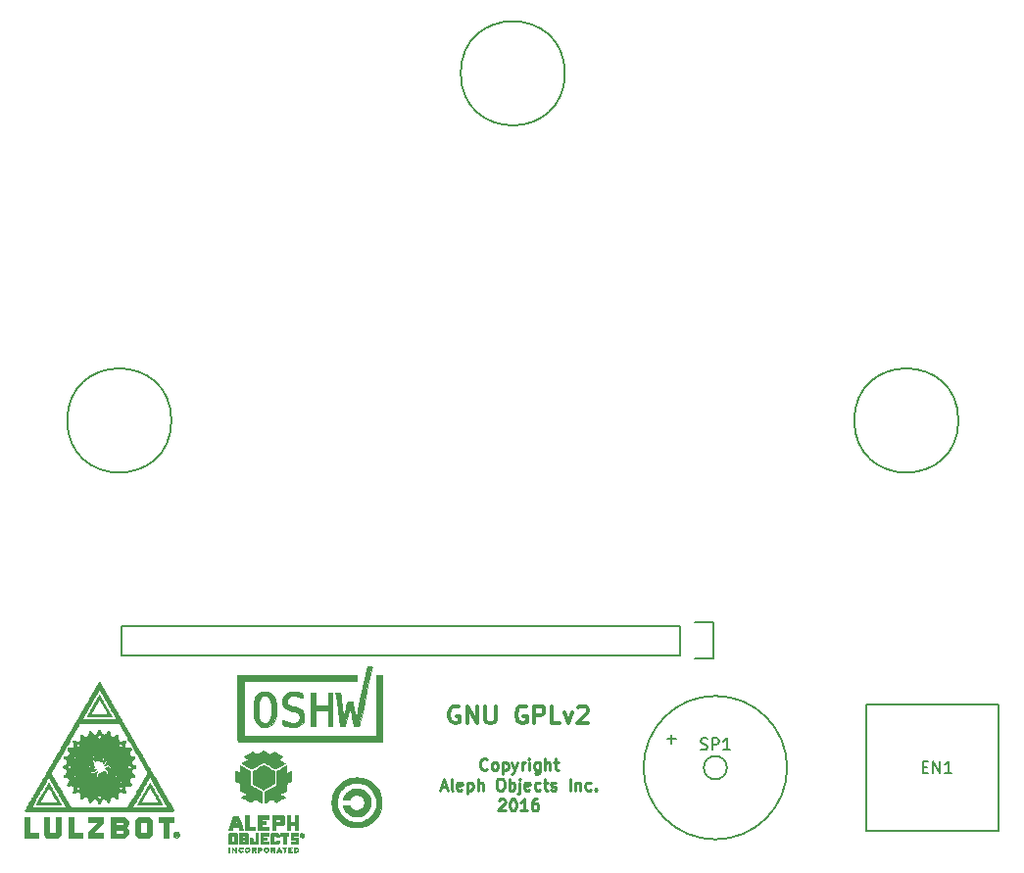
<source format=gto>
G04 #@! TF.FileFunction,Legend,Top*
%FSLAX46Y46*%
G04 Gerber Fmt 4.6, Leading zero omitted, Abs format (unit mm)*
G04 Created by KiCad (PCBNEW 4.0.5+dfsg1-4) date Wed Apr 10 14:12:04 2019*
%MOMM*%
%LPD*%
G01*
G04 APERTURE LIST*
%ADD10C,0.100000*%
%ADD11C,0.250000*%
%ADD12C,0.300000*%
%ADD13C,0.150000*%
%ADD14C,0.010000*%
G04 APERTURE END LIST*
D10*
D11*
X141285714Y-131607143D02*
X141238095Y-131654762D01*
X141095238Y-131702381D01*
X141000000Y-131702381D01*
X140857142Y-131654762D01*
X140761904Y-131559524D01*
X140714285Y-131464286D01*
X140666666Y-131273810D01*
X140666666Y-131130952D01*
X140714285Y-130940476D01*
X140761904Y-130845238D01*
X140857142Y-130750000D01*
X141000000Y-130702381D01*
X141095238Y-130702381D01*
X141238095Y-130750000D01*
X141285714Y-130797619D01*
X141857142Y-131702381D02*
X141761904Y-131654762D01*
X141714285Y-131607143D01*
X141666666Y-131511905D01*
X141666666Y-131226190D01*
X141714285Y-131130952D01*
X141761904Y-131083333D01*
X141857142Y-131035714D01*
X142000000Y-131035714D01*
X142095238Y-131083333D01*
X142142857Y-131130952D01*
X142190476Y-131226190D01*
X142190476Y-131511905D01*
X142142857Y-131607143D01*
X142095238Y-131654762D01*
X142000000Y-131702381D01*
X141857142Y-131702381D01*
X142619047Y-131035714D02*
X142619047Y-132035714D01*
X142619047Y-131083333D02*
X142714285Y-131035714D01*
X142904762Y-131035714D01*
X143000000Y-131083333D01*
X143047619Y-131130952D01*
X143095238Y-131226190D01*
X143095238Y-131511905D01*
X143047619Y-131607143D01*
X143000000Y-131654762D01*
X142904762Y-131702381D01*
X142714285Y-131702381D01*
X142619047Y-131654762D01*
X143428571Y-131035714D02*
X143666666Y-131702381D01*
X143904762Y-131035714D02*
X143666666Y-131702381D01*
X143571428Y-131940476D01*
X143523809Y-131988095D01*
X143428571Y-132035714D01*
X144285714Y-131702381D02*
X144285714Y-131035714D01*
X144285714Y-131226190D02*
X144333333Y-131130952D01*
X144380952Y-131083333D01*
X144476190Y-131035714D01*
X144571429Y-131035714D01*
X144904762Y-131702381D02*
X144904762Y-131035714D01*
X144904762Y-130702381D02*
X144857143Y-130750000D01*
X144904762Y-130797619D01*
X144952381Y-130750000D01*
X144904762Y-130702381D01*
X144904762Y-130797619D01*
X145809524Y-131035714D02*
X145809524Y-131845238D01*
X145761905Y-131940476D01*
X145714286Y-131988095D01*
X145619047Y-132035714D01*
X145476190Y-132035714D01*
X145380952Y-131988095D01*
X145809524Y-131654762D02*
X145714286Y-131702381D01*
X145523809Y-131702381D01*
X145428571Y-131654762D01*
X145380952Y-131607143D01*
X145333333Y-131511905D01*
X145333333Y-131226190D01*
X145380952Y-131130952D01*
X145428571Y-131083333D01*
X145523809Y-131035714D01*
X145714286Y-131035714D01*
X145809524Y-131083333D01*
X146285714Y-131702381D02*
X146285714Y-130702381D01*
X146714286Y-131702381D02*
X146714286Y-131178571D01*
X146666667Y-131083333D01*
X146571429Y-131035714D01*
X146428571Y-131035714D01*
X146333333Y-131083333D01*
X146285714Y-131130952D01*
X147047619Y-131035714D02*
X147428571Y-131035714D01*
X147190476Y-130702381D02*
X147190476Y-131559524D01*
X147238095Y-131654762D01*
X147333333Y-131702381D01*
X147428571Y-131702381D01*
X137285714Y-133166667D02*
X137761905Y-133166667D01*
X137190476Y-133452381D02*
X137523809Y-132452381D01*
X137857143Y-133452381D01*
X138333333Y-133452381D02*
X138238095Y-133404762D01*
X138190476Y-133309524D01*
X138190476Y-132452381D01*
X139095239Y-133404762D02*
X139000001Y-133452381D01*
X138809524Y-133452381D01*
X138714286Y-133404762D01*
X138666667Y-133309524D01*
X138666667Y-132928571D01*
X138714286Y-132833333D01*
X138809524Y-132785714D01*
X139000001Y-132785714D01*
X139095239Y-132833333D01*
X139142858Y-132928571D01*
X139142858Y-133023810D01*
X138666667Y-133119048D01*
X139571429Y-132785714D02*
X139571429Y-133785714D01*
X139571429Y-132833333D02*
X139666667Y-132785714D01*
X139857144Y-132785714D01*
X139952382Y-132833333D01*
X140000001Y-132880952D01*
X140047620Y-132976190D01*
X140047620Y-133261905D01*
X140000001Y-133357143D01*
X139952382Y-133404762D01*
X139857144Y-133452381D01*
X139666667Y-133452381D01*
X139571429Y-133404762D01*
X140476191Y-133452381D02*
X140476191Y-132452381D01*
X140904763Y-133452381D02*
X140904763Y-132928571D01*
X140857144Y-132833333D01*
X140761906Y-132785714D01*
X140619048Y-132785714D01*
X140523810Y-132833333D01*
X140476191Y-132880952D01*
X142333334Y-132452381D02*
X142523811Y-132452381D01*
X142619049Y-132500000D01*
X142714287Y-132595238D01*
X142761906Y-132785714D01*
X142761906Y-133119048D01*
X142714287Y-133309524D01*
X142619049Y-133404762D01*
X142523811Y-133452381D01*
X142333334Y-133452381D01*
X142238096Y-133404762D01*
X142142858Y-133309524D01*
X142095239Y-133119048D01*
X142095239Y-132785714D01*
X142142858Y-132595238D01*
X142238096Y-132500000D01*
X142333334Y-132452381D01*
X143190477Y-133452381D02*
X143190477Y-132452381D01*
X143190477Y-132833333D02*
X143285715Y-132785714D01*
X143476192Y-132785714D01*
X143571430Y-132833333D01*
X143619049Y-132880952D01*
X143666668Y-132976190D01*
X143666668Y-133261905D01*
X143619049Y-133357143D01*
X143571430Y-133404762D01*
X143476192Y-133452381D01*
X143285715Y-133452381D01*
X143190477Y-133404762D01*
X144095239Y-132785714D02*
X144095239Y-133642857D01*
X144047620Y-133738095D01*
X143952382Y-133785714D01*
X143904763Y-133785714D01*
X144095239Y-132452381D02*
X144047620Y-132500000D01*
X144095239Y-132547619D01*
X144142858Y-132500000D01*
X144095239Y-132452381D01*
X144095239Y-132547619D01*
X144952382Y-133404762D02*
X144857144Y-133452381D01*
X144666667Y-133452381D01*
X144571429Y-133404762D01*
X144523810Y-133309524D01*
X144523810Y-132928571D01*
X144571429Y-132833333D01*
X144666667Y-132785714D01*
X144857144Y-132785714D01*
X144952382Y-132833333D01*
X145000001Y-132928571D01*
X145000001Y-133023810D01*
X144523810Y-133119048D01*
X145857144Y-133404762D02*
X145761906Y-133452381D01*
X145571429Y-133452381D01*
X145476191Y-133404762D01*
X145428572Y-133357143D01*
X145380953Y-133261905D01*
X145380953Y-132976190D01*
X145428572Y-132880952D01*
X145476191Y-132833333D01*
X145571429Y-132785714D01*
X145761906Y-132785714D01*
X145857144Y-132833333D01*
X146142858Y-132785714D02*
X146523810Y-132785714D01*
X146285715Y-132452381D02*
X146285715Y-133309524D01*
X146333334Y-133404762D01*
X146428572Y-133452381D01*
X146523810Y-133452381D01*
X146809525Y-133404762D02*
X146904763Y-133452381D01*
X147095239Y-133452381D01*
X147190478Y-133404762D01*
X147238097Y-133309524D01*
X147238097Y-133261905D01*
X147190478Y-133166667D01*
X147095239Y-133119048D01*
X146952382Y-133119048D01*
X146857144Y-133071429D01*
X146809525Y-132976190D01*
X146809525Y-132928571D01*
X146857144Y-132833333D01*
X146952382Y-132785714D01*
X147095239Y-132785714D01*
X147190478Y-132833333D01*
X148428573Y-133452381D02*
X148428573Y-132452381D01*
X148904763Y-132785714D02*
X148904763Y-133452381D01*
X148904763Y-132880952D02*
X148952382Y-132833333D01*
X149047620Y-132785714D01*
X149190478Y-132785714D01*
X149285716Y-132833333D01*
X149333335Y-132928571D01*
X149333335Y-133452381D01*
X150238097Y-133404762D02*
X150142859Y-133452381D01*
X149952382Y-133452381D01*
X149857144Y-133404762D01*
X149809525Y-133357143D01*
X149761906Y-133261905D01*
X149761906Y-132976190D01*
X149809525Y-132880952D01*
X149857144Y-132833333D01*
X149952382Y-132785714D01*
X150142859Y-132785714D01*
X150238097Y-132833333D01*
X150666668Y-133357143D02*
X150714287Y-133404762D01*
X150666668Y-133452381D01*
X150619049Y-133404762D01*
X150666668Y-133357143D01*
X150666668Y-133452381D01*
X142285714Y-134297619D02*
X142333333Y-134250000D01*
X142428571Y-134202381D01*
X142666667Y-134202381D01*
X142761905Y-134250000D01*
X142809524Y-134297619D01*
X142857143Y-134392857D01*
X142857143Y-134488095D01*
X142809524Y-134630952D01*
X142238095Y-135202381D01*
X142857143Y-135202381D01*
X143476190Y-134202381D02*
X143571429Y-134202381D01*
X143666667Y-134250000D01*
X143714286Y-134297619D01*
X143761905Y-134392857D01*
X143809524Y-134583333D01*
X143809524Y-134821429D01*
X143761905Y-135011905D01*
X143714286Y-135107143D01*
X143666667Y-135154762D01*
X143571429Y-135202381D01*
X143476190Y-135202381D01*
X143380952Y-135154762D01*
X143333333Y-135107143D01*
X143285714Y-135011905D01*
X143238095Y-134821429D01*
X143238095Y-134583333D01*
X143285714Y-134392857D01*
X143333333Y-134297619D01*
X143380952Y-134250000D01*
X143476190Y-134202381D01*
X144761905Y-135202381D02*
X144190476Y-135202381D01*
X144476190Y-135202381D02*
X144476190Y-134202381D01*
X144380952Y-134345238D01*
X144285714Y-134440476D01*
X144190476Y-134488095D01*
X145619048Y-134202381D02*
X145428571Y-134202381D01*
X145333333Y-134250000D01*
X145285714Y-134297619D01*
X145190476Y-134440476D01*
X145142857Y-134630952D01*
X145142857Y-135011905D01*
X145190476Y-135107143D01*
X145238095Y-135154762D01*
X145333333Y-135202381D01*
X145523810Y-135202381D01*
X145619048Y-135154762D01*
X145666667Y-135107143D01*
X145714286Y-135011905D01*
X145714286Y-134773810D01*
X145666667Y-134678571D01*
X145619048Y-134630952D01*
X145523810Y-134583333D01*
X145333333Y-134583333D01*
X145238095Y-134630952D01*
X145190476Y-134678571D01*
X145142857Y-134773810D01*
D12*
X138857143Y-126250000D02*
X138714286Y-126178571D01*
X138500000Y-126178571D01*
X138285715Y-126250000D01*
X138142857Y-126392857D01*
X138071429Y-126535714D01*
X138000000Y-126821429D01*
X138000000Y-127035714D01*
X138071429Y-127321429D01*
X138142857Y-127464286D01*
X138285715Y-127607143D01*
X138500000Y-127678571D01*
X138642857Y-127678571D01*
X138857143Y-127607143D01*
X138928572Y-127535714D01*
X138928572Y-127035714D01*
X138642857Y-127035714D01*
X139571429Y-127678571D02*
X139571429Y-126178571D01*
X140428572Y-127678571D01*
X140428572Y-126178571D01*
X141142858Y-126178571D02*
X141142858Y-127392857D01*
X141214286Y-127535714D01*
X141285715Y-127607143D01*
X141428572Y-127678571D01*
X141714286Y-127678571D01*
X141857144Y-127607143D01*
X141928572Y-127535714D01*
X142000001Y-127392857D01*
X142000001Y-126178571D01*
X144642858Y-126250000D02*
X144500001Y-126178571D01*
X144285715Y-126178571D01*
X144071430Y-126250000D01*
X143928572Y-126392857D01*
X143857144Y-126535714D01*
X143785715Y-126821429D01*
X143785715Y-127035714D01*
X143857144Y-127321429D01*
X143928572Y-127464286D01*
X144071430Y-127607143D01*
X144285715Y-127678571D01*
X144428572Y-127678571D01*
X144642858Y-127607143D01*
X144714287Y-127535714D01*
X144714287Y-127035714D01*
X144428572Y-127035714D01*
X145357144Y-127678571D02*
X145357144Y-126178571D01*
X145928572Y-126178571D01*
X146071430Y-126250000D01*
X146142858Y-126321429D01*
X146214287Y-126464286D01*
X146214287Y-126678571D01*
X146142858Y-126821429D01*
X146071430Y-126892857D01*
X145928572Y-126964286D01*
X145357144Y-126964286D01*
X147571430Y-127678571D02*
X146857144Y-127678571D01*
X146857144Y-126178571D01*
X147928573Y-126678571D02*
X148285716Y-127678571D01*
X148642858Y-126678571D01*
X149142858Y-126321429D02*
X149214287Y-126250000D01*
X149357144Y-126178571D01*
X149714287Y-126178571D01*
X149857144Y-126250000D01*
X149928573Y-126321429D01*
X150000001Y-126464286D01*
X150000001Y-126607143D01*
X149928573Y-126821429D01*
X149071430Y-127678571D01*
X150000001Y-127678571D01*
D13*
X185500000Y-137000000D02*
X185500000Y-126000000D01*
X174000000Y-137000000D02*
X185500000Y-137000000D01*
X174000000Y-126000000D02*
X174000000Y-137000000D01*
X185500000Y-126000000D02*
X174000000Y-126000000D01*
X114000000Y-101500000D02*
G75*
G03X114000000Y-101500000I-4500000J0D01*
G01*
X182000000Y-101500000D02*
G75*
G03X182000000Y-101500000I-4500000J0D01*
G01*
X148000000Y-71500000D02*
G75*
G03X148000000Y-71500000I-4500000J0D01*
G01*
X157980000Y-121770000D02*
X109720000Y-121770000D01*
X109720000Y-121770000D02*
X109720000Y-119230000D01*
X109720000Y-119230000D02*
X157980000Y-119230000D01*
X160800000Y-122050000D02*
X159250000Y-122050000D01*
X157980000Y-121770000D02*
X157980000Y-119230000D01*
X159250000Y-118950000D02*
X160800000Y-118950000D01*
X160800000Y-118950000D02*
X160800000Y-122050000D01*
X162000760Y-131500000D02*
G75*
G03X162000760Y-131500000I-1000760J0D01*
G01*
X167200140Y-131500000D02*
G75*
G03X167200140Y-131500000I-6200140J0D01*
G01*
D14*
G36*
X101535333Y-135795024D02*
X101591778Y-135796251D01*
X101643375Y-135798528D01*
X101686014Y-135801816D01*
X101715587Y-135806074D01*
X101726798Y-135809937D01*
X101730780Y-135813449D01*
X101734206Y-135818726D01*
X101737132Y-135827269D01*
X101739613Y-135840579D01*
X101741705Y-135860154D01*
X101743466Y-135887495D01*
X101744950Y-135924103D01*
X101746215Y-135971476D01*
X101747315Y-136031115D01*
X101748308Y-136104521D01*
X101749249Y-136193192D01*
X101750195Y-136298630D01*
X101751202Y-136422334D01*
X101751600Y-136472877D01*
X101756680Y-137121400D01*
X102103114Y-137126480D01*
X102200925Y-137128076D01*
X102280218Y-137129771D01*
X102342791Y-137131657D01*
X102390447Y-137133831D01*
X102424985Y-137136386D01*
X102448206Y-137139416D01*
X102461910Y-137143015D01*
X102466334Y-137145504D01*
X102472320Y-137152831D01*
X102476717Y-137165311D01*
X102479760Y-137185779D01*
X102481682Y-137217070D01*
X102482717Y-137262021D01*
X102483097Y-137323467D01*
X102483120Y-137349212D01*
X102482620Y-137424842D01*
X102481064Y-137481567D01*
X102478368Y-137520775D01*
X102474449Y-137543857D01*
X102470927Y-137551168D01*
X102463024Y-137553953D01*
X102444542Y-137556304D01*
X102414288Y-137558245D01*
X102371074Y-137559799D01*
X102313707Y-137560990D01*
X102240997Y-137561841D01*
X102151754Y-137562375D01*
X102044786Y-137562617D01*
X101918904Y-137562589D01*
X101894347Y-137562557D01*
X101788895Y-137562318D01*
X101689401Y-137561919D01*
X101597746Y-137561379D01*
X101515810Y-137560719D01*
X101445474Y-137559956D01*
X101388617Y-137559112D01*
X101347120Y-137558204D01*
X101322864Y-137557252D01*
X101317260Y-137556631D01*
X101314933Y-137551799D01*
X101312889Y-137538586D01*
X101311111Y-137515922D01*
X101309586Y-137482736D01*
X101308296Y-137437958D01*
X101307226Y-137380519D01*
X101306361Y-137309347D01*
X101305685Y-137223373D01*
X101305183Y-137121526D01*
X101304838Y-137002737D01*
X101304636Y-136865935D01*
X101304561Y-136710050D01*
X101304560Y-136684030D01*
X101304570Y-136531300D01*
X101304620Y-136397605D01*
X101304740Y-136281661D01*
X101304956Y-136182184D01*
X101305299Y-136097889D01*
X101305797Y-136027491D01*
X101306479Y-135969707D01*
X101307373Y-135923251D01*
X101308509Y-135886840D01*
X101309914Y-135859188D01*
X101311619Y-135839012D01*
X101313650Y-135825026D01*
X101316038Y-135815947D01*
X101318812Y-135810490D01*
X101321998Y-135807370D01*
X101324212Y-135806037D01*
X101343258Y-135801415D01*
X101378003Y-135798043D01*
X101424337Y-135795880D01*
X101478150Y-135794887D01*
X101535333Y-135795024D01*
X101535333Y-135795024D01*
G37*
X101535333Y-135795024D02*
X101591778Y-135796251D01*
X101643375Y-135798528D01*
X101686014Y-135801816D01*
X101715587Y-135806074D01*
X101726798Y-135809937D01*
X101730780Y-135813449D01*
X101734206Y-135818726D01*
X101737132Y-135827269D01*
X101739613Y-135840579D01*
X101741705Y-135860154D01*
X101743466Y-135887495D01*
X101744950Y-135924103D01*
X101746215Y-135971476D01*
X101747315Y-136031115D01*
X101748308Y-136104521D01*
X101749249Y-136193192D01*
X101750195Y-136298630D01*
X101751202Y-136422334D01*
X101751600Y-136472877D01*
X101756680Y-137121400D01*
X102103114Y-137126480D01*
X102200925Y-137128076D01*
X102280218Y-137129771D01*
X102342791Y-137131657D01*
X102390447Y-137133831D01*
X102424985Y-137136386D01*
X102448206Y-137139416D01*
X102461910Y-137143015D01*
X102466334Y-137145504D01*
X102472320Y-137152831D01*
X102476717Y-137165311D01*
X102479760Y-137185779D01*
X102481682Y-137217070D01*
X102482717Y-137262021D01*
X102483097Y-137323467D01*
X102483120Y-137349212D01*
X102482620Y-137424842D01*
X102481064Y-137481567D01*
X102478368Y-137520775D01*
X102474449Y-137543857D01*
X102470927Y-137551168D01*
X102463024Y-137553953D01*
X102444542Y-137556304D01*
X102414288Y-137558245D01*
X102371074Y-137559799D01*
X102313707Y-137560990D01*
X102240997Y-137561841D01*
X102151754Y-137562375D01*
X102044786Y-137562617D01*
X101918904Y-137562589D01*
X101894347Y-137562557D01*
X101788895Y-137562318D01*
X101689401Y-137561919D01*
X101597746Y-137561379D01*
X101515810Y-137560719D01*
X101445474Y-137559956D01*
X101388617Y-137559112D01*
X101347120Y-137558204D01*
X101322864Y-137557252D01*
X101317260Y-137556631D01*
X101314933Y-137551799D01*
X101312889Y-137538586D01*
X101311111Y-137515922D01*
X101309586Y-137482736D01*
X101308296Y-137437958D01*
X101307226Y-137380519D01*
X101306361Y-137309347D01*
X101305685Y-137223373D01*
X101305183Y-137121526D01*
X101304838Y-137002737D01*
X101304636Y-136865935D01*
X101304561Y-136710050D01*
X101304560Y-136684030D01*
X101304570Y-136531300D01*
X101304620Y-136397605D01*
X101304740Y-136281661D01*
X101304956Y-136182184D01*
X101305299Y-136097889D01*
X101305797Y-136027491D01*
X101306479Y-135969707D01*
X101307373Y-135923251D01*
X101308509Y-135886840D01*
X101309914Y-135859188D01*
X101311619Y-135839012D01*
X101313650Y-135825026D01*
X101316038Y-135815947D01*
X101318812Y-135810490D01*
X101321998Y-135807370D01*
X101324212Y-135806037D01*
X101343258Y-135801415D01*
X101378003Y-135798043D01*
X101424337Y-135795880D01*
X101478150Y-135794887D01*
X101535333Y-135795024D01*
G36*
X104294545Y-135795740D02*
X104344052Y-135796576D01*
X104379348Y-135798293D01*
X104403488Y-135801156D01*
X104419524Y-135805429D01*
X104430510Y-135811376D01*
X104433001Y-135813300D01*
X104454734Y-135831080D01*
X104451907Y-136565093D01*
X104449080Y-137299107D01*
X104319497Y-137428693D01*
X104189915Y-137558280D01*
X103730217Y-137560331D01*
X103634806Y-137560562D01*
X103545135Y-137560403D01*
X103463357Y-137559885D01*
X103391624Y-137559039D01*
X103332089Y-137557895D01*
X103286902Y-137556486D01*
X103258216Y-137554842D01*
X103248706Y-137553426D01*
X103229730Y-137541061D01*
X103200939Y-137516785D01*
X103165382Y-137483747D01*
X103126110Y-137445096D01*
X103086173Y-137403982D01*
X103048620Y-137363552D01*
X103016502Y-137326957D01*
X102992869Y-137297346D01*
X102980770Y-137277867D01*
X102980184Y-137276177D01*
X102978529Y-137260342D01*
X102976980Y-137225755D01*
X102975559Y-137173985D01*
X102974285Y-137106600D01*
X102973178Y-137025168D01*
X102972258Y-136931257D01*
X102971545Y-136826436D01*
X102971060Y-136712273D01*
X102970821Y-136590335D01*
X102970800Y-136539807D01*
X102970812Y-136403206D01*
X102970877Y-136285474D01*
X102971036Y-136185161D01*
X102971328Y-136100815D01*
X102971795Y-136030986D01*
X102972477Y-135974222D01*
X102973415Y-135929074D01*
X102974651Y-135894090D01*
X102976223Y-135867819D01*
X102978174Y-135848811D01*
X102980544Y-135835615D01*
X102983374Y-135826780D01*
X102986704Y-135820854D01*
X102990575Y-135816388D01*
X102991120Y-135815840D01*
X102999642Y-135808641D01*
X103010714Y-135803371D01*
X103027376Y-135799731D01*
X103052667Y-135797424D01*
X103089628Y-135796151D01*
X103141300Y-135795617D01*
X103198674Y-135795520D01*
X103266811Y-135795771D01*
X103317457Y-135796673D01*
X103353436Y-135798448D01*
X103377572Y-135801317D01*
X103392689Y-135805502D01*
X103401611Y-135811226D01*
X103401874Y-135811485D01*
X103405163Y-135816494D01*
X103407974Y-135825433D01*
X103410344Y-135839790D01*
X103412308Y-135861054D01*
X103413904Y-135890715D01*
X103415167Y-135930261D01*
X103416136Y-135981183D01*
X103416847Y-136044969D01*
X103417336Y-136123108D01*
X103417640Y-136217089D01*
X103417795Y-136328403D01*
X103417839Y-136458537D01*
X103417840Y-136459465D01*
X103417886Y-136590082D01*
X103418051Y-136701879D01*
X103418370Y-136796356D01*
X103418879Y-136875013D01*
X103419614Y-136939350D01*
X103420613Y-136990866D01*
X103421910Y-137031062D01*
X103423543Y-137061438D01*
X103425547Y-137083493D01*
X103427959Y-137098728D01*
X103430815Y-137108642D01*
X103433656Y-137114059D01*
X103438948Y-137120911D01*
X103445681Y-137126214D01*
X103456302Y-137130167D01*
X103473258Y-137132969D01*
X103498996Y-137134817D01*
X103535964Y-137135910D01*
X103586608Y-137136445D01*
X103653377Y-137136623D01*
X103712330Y-137136640D01*
X103793885Y-137136493D01*
X103857481Y-137135962D01*
X103905477Y-137134912D01*
X103940232Y-137133208D01*
X103964106Y-137130715D01*
X103979458Y-137127297D01*
X103988647Y-137122820D01*
X103991154Y-137120674D01*
X103994429Y-137115683D01*
X103997231Y-137106772D01*
X103999594Y-137092459D01*
X104001555Y-137071261D01*
X104003151Y-137041696D01*
X104004417Y-137002283D01*
X104005389Y-136951538D01*
X104006105Y-136887980D01*
X104006599Y-136810127D01*
X104006909Y-136716496D01*
X104007070Y-136605605D01*
X104007119Y-136475972D01*
X104007120Y-136466928D01*
X104007144Y-136337099D01*
X104007245Y-136226074D01*
X104007466Y-136132336D01*
X104007850Y-136054371D01*
X104008441Y-135990661D01*
X104009281Y-135939692D01*
X104010412Y-135899947D01*
X104011879Y-135869910D01*
X104013725Y-135848066D01*
X104015991Y-135832897D01*
X104018722Y-135822889D01*
X104021960Y-135816525D01*
X104025700Y-135812334D01*
X104035076Y-135806213D01*
X104049637Y-135801747D01*
X104072338Y-135798691D01*
X104106137Y-135796799D01*
X104153990Y-135795825D01*
X104218853Y-135795522D01*
X104227774Y-135795520D01*
X104294545Y-135795740D01*
X104294545Y-135795740D01*
G37*
X104294545Y-135795740D02*
X104344052Y-135796576D01*
X104379348Y-135798293D01*
X104403488Y-135801156D01*
X104419524Y-135805429D01*
X104430510Y-135811376D01*
X104433001Y-135813300D01*
X104454734Y-135831080D01*
X104451907Y-136565093D01*
X104449080Y-137299107D01*
X104319497Y-137428693D01*
X104189915Y-137558280D01*
X103730217Y-137560331D01*
X103634806Y-137560562D01*
X103545135Y-137560403D01*
X103463357Y-137559885D01*
X103391624Y-137559039D01*
X103332089Y-137557895D01*
X103286902Y-137556486D01*
X103258216Y-137554842D01*
X103248706Y-137553426D01*
X103229730Y-137541061D01*
X103200939Y-137516785D01*
X103165382Y-137483747D01*
X103126110Y-137445096D01*
X103086173Y-137403982D01*
X103048620Y-137363552D01*
X103016502Y-137326957D01*
X102992869Y-137297346D01*
X102980770Y-137277867D01*
X102980184Y-137276177D01*
X102978529Y-137260342D01*
X102976980Y-137225755D01*
X102975559Y-137173985D01*
X102974285Y-137106600D01*
X102973178Y-137025168D01*
X102972258Y-136931257D01*
X102971545Y-136826436D01*
X102971060Y-136712273D01*
X102970821Y-136590335D01*
X102970800Y-136539807D01*
X102970812Y-136403206D01*
X102970877Y-136285474D01*
X102971036Y-136185161D01*
X102971328Y-136100815D01*
X102971795Y-136030986D01*
X102972477Y-135974222D01*
X102973415Y-135929074D01*
X102974651Y-135894090D01*
X102976223Y-135867819D01*
X102978174Y-135848811D01*
X102980544Y-135835615D01*
X102983374Y-135826780D01*
X102986704Y-135820854D01*
X102990575Y-135816388D01*
X102991120Y-135815840D01*
X102999642Y-135808641D01*
X103010714Y-135803371D01*
X103027376Y-135799731D01*
X103052667Y-135797424D01*
X103089628Y-135796151D01*
X103141300Y-135795617D01*
X103198674Y-135795520D01*
X103266811Y-135795771D01*
X103317457Y-135796673D01*
X103353436Y-135798448D01*
X103377572Y-135801317D01*
X103392689Y-135805502D01*
X103401611Y-135811226D01*
X103401874Y-135811485D01*
X103405163Y-135816494D01*
X103407974Y-135825433D01*
X103410344Y-135839790D01*
X103412308Y-135861054D01*
X103413904Y-135890715D01*
X103415167Y-135930261D01*
X103416136Y-135981183D01*
X103416847Y-136044969D01*
X103417336Y-136123108D01*
X103417640Y-136217089D01*
X103417795Y-136328403D01*
X103417839Y-136458537D01*
X103417840Y-136459465D01*
X103417886Y-136590082D01*
X103418051Y-136701879D01*
X103418370Y-136796356D01*
X103418879Y-136875013D01*
X103419614Y-136939350D01*
X103420613Y-136990866D01*
X103421910Y-137031062D01*
X103423543Y-137061438D01*
X103425547Y-137083493D01*
X103427959Y-137098728D01*
X103430815Y-137108642D01*
X103433656Y-137114059D01*
X103438948Y-137120911D01*
X103445681Y-137126214D01*
X103456302Y-137130167D01*
X103473258Y-137132969D01*
X103498996Y-137134817D01*
X103535964Y-137135910D01*
X103586608Y-137136445D01*
X103653377Y-137136623D01*
X103712330Y-137136640D01*
X103793885Y-137136493D01*
X103857481Y-137135962D01*
X103905477Y-137134912D01*
X103940232Y-137133208D01*
X103964106Y-137130715D01*
X103979458Y-137127297D01*
X103988647Y-137122820D01*
X103991154Y-137120674D01*
X103994429Y-137115683D01*
X103997231Y-137106772D01*
X103999594Y-137092459D01*
X104001555Y-137071261D01*
X104003151Y-137041696D01*
X104004417Y-137002283D01*
X104005389Y-136951538D01*
X104006105Y-136887980D01*
X104006599Y-136810127D01*
X104006909Y-136716496D01*
X104007070Y-136605605D01*
X104007119Y-136475972D01*
X104007120Y-136466928D01*
X104007144Y-136337099D01*
X104007245Y-136226074D01*
X104007466Y-136132336D01*
X104007850Y-136054371D01*
X104008441Y-135990661D01*
X104009281Y-135939692D01*
X104010412Y-135899947D01*
X104011879Y-135869910D01*
X104013725Y-135848066D01*
X104015991Y-135832897D01*
X104018722Y-135822889D01*
X104021960Y-135816525D01*
X104025700Y-135812334D01*
X104035076Y-135806213D01*
X104049637Y-135801747D01*
X104072338Y-135798691D01*
X104106137Y-135796799D01*
X104153990Y-135795825D01*
X104218853Y-135795522D01*
X104227774Y-135795520D01*
X104294545Y-135795740D01*
G36*
X105387145Y-135795091D02*
X105439772Y-135797224D01*
X105483587Y-135800674D01*
X105514434Y-135805441D01*
X105526638Y-135809936D01*
X105530620Y-135813448D01*
X105534046Y-135818725D01*
X105536972Y-135827268D01*
X105539453Y-135840577D01*
X105541545Y-135860152D01*
X105543306Y-135887494D01*
X105544790Y-135924101D01*
X105546055Y-135971474D01*
X105547155Y-136031113D01*
X105548148Y-136104518D01*
X105549089Y-136193190D01*
X105550035Y-136298627D01*
X105551042Y-136422331D01*
X105551440Y-136472876D01*
X105556520Y-137121400D01*
X105902954Y-137126480D01*
X106000765Y-137128076D01*
X106080058Y-137129771D01*
X106142631Y-137131657D01*
X106190287Y-137133831D01*
X106224825Y-137136386D01*
X106248046Y-137139416D01*
X106261750Y-137143015D01*
X106266174Y-137145504D01*
X106272160Y-137152831D01*
X106276557Y-137165311D01*
X106279600Y-137185779D01*
X106281522Y-137217070D01*
X106282557Y-137262021D01*
X106282937Y-137323467D01*
X106282960Y-137349212D01*
X106282460Y-137424842D01*
X106280904Y-137481567D01*
X106278208Y-137520775D01*
X106274289Y-137543857D01*
X106270767Y-137551168D01*
X106258439Y-137553589D01*
X106228035Y-137555765D01*
X106181802Y-137557690D01*
X106121982Y-137559359D01*
X106050821Y-137560770D01*
X105970562Y-137561916D01*
X105883449Y-137562794D01*
X105791727Y-137563400D01*
X105697640Y-137563728D01*
X105603432Y-137563775D01*
X105511348Y-137563537D01*
X105423630Y-137563009D01*
X105342524Y-137562186D01*
X105270274Y-137561065D01*
X105209124Y-137559640D01*
X105161318Y-137557908D01*
X105129100Y-137555865D01*
X105114715Y-137553505D01*
X105114560Y-137553415D01*
X105111835Y-137549809D01*
X105109449Y-137541830D01*
X105107381Y-137528233D01*
X105105608Y-137507773D01*
X105104109Y-137479202D01*
X105102861Y-137441277D01*
X105101843Y-137392752D01*
X105101033Y-137332381D01*
X105100410Y-137258919D01*
X105099950Y-137171121D01*
X105099634Y-137067741D01*
X105099438Y-136947533D01*
X105099341Y-136809253D01*
X105099320Y-136684071D01*
X105099330Y-136532057D01*
X105099382Y-136399066D01*
X105099503Y-136283803D01*
X105099725Y-136184971D01*
X105100074Y-136101273D01*
X105100582Y-136031413D01*
X105101276Y-135974094D01*
X105102187Y-135928022D01*
X105103344Y-135891898D01*
X105104776Y-135864426D01*
X105106511Y-135844311D01*
X105108580Y-135830256D01*
X105111012Y-135820964D01*
X105113835Y-135815139D01*
X105117080Y-135811485D01*
X105119041Y-135809940D01*
X105137273Y-135804174D01*
X105171627Y-135799725D01*
X105217946Y-135796591D01*
X105272076Y-135794775D01*
X105329861Y-135794275D01*
X105387145Y-135795091D01*
X105387145Y-135795091D01*
G37*
X105387145Y-135795091D02*
X105439772Y-135797224D01*
X105483587Y-135800674D01*
X105514434Y-135805441D01*
X105526638Y-135809936D01*
X105530620Y-135813448D01*
X105534046Y-135818725D01*
X105536972Y-135827268D01*
X105539453Y-135840577D01*
X105541545Y-135860152D01*
X105543306Y-135887494D01*
X105544790Y-135924101D01*
X105546055Y-135971474D01*
X105547155Y-136031113D01*
X105548148Y-136104518D01*
X105549089Y-136193190D01*
X105550035Y-136298627D01*
X105551042Y-136422331D01*
X105551440Y-136472876D01*
X105556520Y-137121400D01*
X105902954Y-137126480D01*
X106000765Y-137128076D01*
X106080058Y-137129771D01*
X106142631Y-137131657D01*
X106190287Y-137133831D01*
X106224825Y-137136386D01*
X106248046Y-137139416D01*
X106261750Y-137143015D01*
X106266174Y-137145504D01*
X106272160Y-137152831D01*
X106276557Y-137165311D01*
X106279600Y-137185779D01*
X106281522Y-137217070D01*
X106282557Y-137262021D01*
X106282937Y-137323467D01*
X106282960Y-137349212D01*
X106282460Y-137424842D01*
X106280904Y-137481567D01*
X106278208Y-137520775D01*
X106274289Y-137543857D01*
X106270767Y-137551168D01*
X106258439Y-137553589D01*
X106228035Y-137555765D01*
X106181802Y-137557690D01*
X106121982Y-137559359D01*
X106050821Y-137560770D01*
X105970562Y-137561916D01*
X105883449Y-137562794D01*
X105791727Y-137563400D01*
X105697640Y-137563728D01*
X105603432Y-137563775D01*
X105511348Y-137563537D01*
X105423630Y-137563009D01*
X105342524Y-137562186D01*
X105270274Y-137561065D01*
X105209124Y-137559640D01*
X105161318Y-137557908D01*
X105129100Y-137555865D01*
X105114715Y-137553505D01*
X105114560Y-137553415D01*
X105111835Y-137549809D01*
X105109449Y-137541830D01*
X105107381Y-137528233D01*
X105105608Y-137507773D01*
X105104109Y-137479202D01*
X105102861Y-137441277D01*
X105101843Y-137392752D01*
X105101033Y-137332381D01*
X105100410Y-137258919D01*
X105099950Y-137171121D01*
X105099634Y-137067741D01*
X105099438Y-136947533D01*
X105099341Y-136809253D01*
X105099320Y-136684071D01*
X105099330Y-136532057D01*
X105099382Y-136399066D01*
X105099503Y-136283803D01*
X105099725Y-136184971D01*
X105100074Y-136101273D01*
X105100582Y-136031413D01*
X105101276Y-135974094D01*
X105102187Y-135928022D01*
X105103344Y-135891898D01*
X105104776Y-135864426D01*
X105106511Y-135844311D01*
X105108580Y-135830256D01*
X105111012Y-135820964D01*
X105113835Y-135815139D01*
X105117080Y-135811485D01*
X105119041Y-135809940D01*
X105137273Y-135804174D01*
X105171627Y-135799725D01*
X105217946Y-135796591D01*
X105272076Y-135794775D01*
X105329861Y-135794275D01*
X105387145Y-135795091D01*
G36*
X107169570Y-135796739D02*
X107271417Y-135797065D01*
X107391297Y-135797550D01*
X107457486Y-135797836D01*
X107586890Y-135798417D01*
X107697491Y-135798982D01*
X107790804Y-135799586D01*
X107868345Y-135800279D01*
X107931631Y-135801114D01*
X107982178Y-135802145D01*
X108021503Y-135803423D01*
X108051120Y-135805000D01*
X108072546Y-135806929D01*
X108087298Y-135809264D01*
X108096892Y-135812055D01*
X108102843Y-135815355D01*
X108106668Y-135819218D01*
X108107502Y-135820321D01*
X108113191Y-135833082D01*
X108117272Y-135855207D01*
X108119951Y-135889384D01*
X108121432Y-135938299D01*
X108121917Y-136004639D01*
X108121920Y-136010160D01*
X108121355Y-136068769D01*
X108119794Y-136121832D01*
X108117436Y-136165329D01*
X108114479Y-136195240D01*
X108112245Y-136205722D01*
X108101403Y-136223312D01*
X108076962Y-136255193D01*
X108039305Y-136300913D01*
X107988817Y-136360020D01*
X107925882Y-136432061D01*
X107850884Y-136516585D01*
X107795997Y-136577840D01*
X107772212Y-136604395D01*
X107737204Y-136643615D01*
X107693234Y-136692962D01*
X107642561Y-136749897D01*
X107587444Y-136811881D01*
X107530144Y-136876378D01*
X107502033Y-136908040D01*
X107276576Y-137162040D01*
X107686548Y-137164618D01*
X107789312Y-137165327D01*
X107873634Y-137166096D01*
X107941391Y-137167011D01*
X107994462Y-137168161D01*
X108034723Y-137169633D01*
X108064053Y-137171514D01*
X108084329Y-137173894D01*
X108097430Y-137176858D01*
X108105232Y-137180495D01*
X108109220Y-137184340D01*
X108114648Y-137199891D01*
X108118495Y-137230681D01*
X108120866Y-137278244D01*
X108121869Y-137344117D01*
X108121920Y-137366456D01*
X108121608Y-137430252D01*
X108120497Y-137476753D01*
X108118319Y-137508976D01*
X108114809Y-137529938D01*
X108109700Y-137542659D01*
X108105954Y-137547394D01*
X108100993Y-137550646D01*
X108092128Y-137553431D01*
X108077886Y-137555784D01*
X108056797Y-137557741D01*
X108027392Y-137559336D01*
X107988198Y-137560605D01*
X107937746Y-137561584D01*
X107874564Y-137562307D01*
X107797182Y-137562811D01*
X107704130Y-137563131D01*
X107593937Y-137563301D01*
X107465131Y-137563359D01*
X107442506Y-137563360D01*
X107303471Y-137563265D01*
X107183641Y-137562967D01*
X107081900Y-137562445D01*
X106997133Y-137561678D01*
X106928224Y-137560646D01*
X106874060Y-137559329D01*
X106833524Y-137557705D01*
X106805502Y-137555754D01*
X106788879Y-137553455D01*
X106782832Y-137551168D01*
X106778263Y-137536575D01*
X106774762Y-137505645D01*
X106772321Y-137462332D01*
X106770928Y-137410589D01*
X106770576Y-137354371D01*
X106771254Y-137297631D01*
X106772953Y-137244324D01*
X106775664Y-137198404D01*
X106779377Y-137163825D01*
X106783798Y-137145137D01*
X106794359Y-137129289D01*
X106816392Y-137101444D01*
X106847500Y-137064452D01*
X106885282Y-137021164D01*
X106927341Y-136974434D01*
X106928120Y-136973581D01*
X106970702Y-136926965D01*
X107009769Y-136884135D01*
X107042778Y-136847887D01*
X107067185Y-136821013D01*
X107080446Y-136806306D01*
X107080520Y-136806223D01*
X107093731Y-136791512D01*
X107118005Y-136764629D01*
X107150744Y-136728442D01*
X107189353Y-136685825D01*
X107227840Y-136643385D01*
X107279449Y-136586487D01*
X107338988Y-136520817D01*
X107400752Y-136452671D01*
X107459034Y-136388344D01*
X107489048Y-136355206D01*
X107623256Y-136207000D01*
X107219808Y-136204520D01*
X107118697Y-136203873D01*
X107035961Y-136203222D01*
X106969654Y-136202457D01*
X106917832Y-136201467D01*
X106878549Y-136200141D01*
X106849860Y-136198368D01*
X106829821Y-136196038D01*
X106816486Y-136193039D01*
X106807911Y-136189261D01*
X106802149Y-136184594D01*
X106798580Y-136180534D01*
X106791741Y-136169744D01*
X106786880Y-136154373D01*
X106783676Y-136131128D01*
X106781810Y-136096719D01*
X106780961Y-136047852D01*
X106780800Y-135997594D01*
X106780987Y-135936352D01*
X106781802Y-135892094D01*
X106783620Y-135861484D01*
X106786818Y-135841187D01*
X106791773Y-135827868D01*
X106798860Y-135818192D01*
X106801343Y-135815616D01*
X106805925Y-135811438D01*
X106811689Y-135807877D01*
X106820169Y-135804891D01*
X106832896Y-135802439D01*
X106851402Y-135800480D01*
X106877218Y-135798971D01*
X106911877Y-135797872D01*
X106956910Y-135797141D01*
X107013848Y-135796736D01*
X107084224Y-135796616D01*
X107169570Y-135796739D01*
X107169570Y-135796739D01*
G37*
X107169570Y-135796739D02*
X107271417Y-135797065D01*
X107391297Y-135797550D01*
X107457486Y-135797836D01*
X107586890Y-135798417D01*
X107697491Y-135798982D01*
X107790804Y-135799586D01*
X107868345Y-135800279D01*
X107931631Y-135801114D01*
X107982178Y-135802145D01*
X108021503Y-135803423D01*
X108051120Y-135805000D01*
X108072546Y-135806929D01*
X108087298Y-135809264D01*
X108096892Y-135812055D01*
X108102843Y-135815355D01*
X108106668Y-135819218D01*
X108107502Y-135820321D01*
X108113191Y-135833082D01*
X108117272Y-135855207D01*
X108119951Y-135889384D01*
X108121432Y-135938299D01*
X108121917Y-136004639D01*
X108121920Y-136010160D01*
X108121355Y-136068769D01*
X108119794Y-136121832D01*
X108117436Y-136165329D01*
X108114479Y-136195240D01*
X108112245Y-136205722D01*
X108101403Y-136223312D01*
X108076962Y-136255193D01*
X108039305Y-136300913D01*
X107988817Y-136360020D01*
X107925882Y-136432061D01*
X107850884Y-136516585D01*
X107795997Y-136577840D01*
X107772212Y-136604395D01*
X107737204Y-136643615D01*
X107693234Y-136692962D01*
X107642561Y-136749897D01*
X107587444Y-136811881D01*
X107530144Y-136876378D01*
X107502033Y-136908040D01*
X107276576Y-137162040D01*
X107686548Y-137164618D01*
X107789312Y-137165327D01*
X107873634Y-137166096D01*
X107941391Y-137167011D01*
X107994462Y-137168161D01*
X108034723Y-137169633D01*
X108064053Y-137171514D01*
X108084329Y-137173894D01*
X108097430Y-137176858D01*
X108105232Y-137180495D01*
X108109220Y-137184340D01*
X108114648Y-137199891D01*
X108118495Y-137230681D01*
X108120866Y-137278244D01*
X108121869Y-137344117D01*
X108121920Y-137366456D01*
X108121608Y-137430252D01*
X108120497Y-137476753D01*
X108118319Y-137508976D01*
X108114809Y-137529938D01*
X108109700Y-137542659D01*
X108105954Y-137547394D01*
X108100993Y-137550646D01*
X108092128Y-137553431D01*
X108077886Y-137555784D01*
X108056797Y-137557741D01*
X108027392Y-137559336D01*
X107988198Y-137560605D01*
X107937746Y-137561584D01*
X107874564Y-137562307D01*
X107797182Y-137562811D01*
X107704130Y-137563131D01*
X107593937Y-137563301D01*
X107465131Y-137563359D01*
X107442506Y-137563360D01*
X107303471Y-137563265D01*
X107183641Y-137562967D01*
X107081900Y-137562445D01*
X106997133Y-137561678D01*
X106928224Y-137560646D01*
X106874060Y-137559329D01*
X106833524Y-137557705D01*
X106805502Y-137555754D01*
X106788879Y-137553455D01*
X106782832Y-137551168D01*
X106778263Y-137536575D01*
X106774762Y-137505645D01*
X106772321Y-137462332D01*
X106770928Y-137410589D01*
X106770576Y-137354371D01*
X106771254Y-137297631D01*
X106772953Y-137244324D01*
X106775664Y-137198404D01*
X106779377Y-137163825D01*
X106783798Y-137145137D01*
X106794359Y-137129289D01*
X106816392Y-137101444D01*
X106847500Y-137064452D01*
X106885282Y-137021164D01*
X106927341Y-136974434D01*
X106928120Y-136973581D01*
X106970702Y-136926965D01*
X107009769Y-136884135D01*
X107042778Y-136847887D01*
X107067185Y-136821013D01*
X107080446Y-136806306D01*
X107080520Y-136806223D01*
X107093731Y-136791512D01*
X107118005Y-136764629D01*
X107150744Y-136728442D01*
X107189353Y-136685825D01*
X107227840Y-136643385D01*
X107279449Y-136586487D01*
X107338988Y-136520817D01*
X107400752Y-136452671D01*
X107459034Y-136388344D01*
X107489048Y-136355206D01*
X107623256Y-136207000D01*
X107219808Y-136204520D01*
X107118697Y-136203873D01*
X107035961Y-136203222D01*
X106969654Y-136202457D01*
X106917832Y-136201467D01*
X106878549Y-136200141D01*
X106849860Y-136198368D01*
X106829821Y-136196038D01*
X106816486Y-136193039D01*
X106807911Y-136189261D01*
X106802149Y-136184594D01*
X106798580Y-136180534D01*
X106791741Y-136169744D01*
X106786880Y-136154373D01*
X106783676Y-136131128D01*
X106781810Y-136096719D01*
X106780961Y-136047852D01*
X106780800Y-135997594D01*
X106780987Y-135936352D01*
X106781802Y-135892094D01*
X106783620Y-135861484D01*
X106786818Y-135841187D01*
X106791773Y-135827868D01*
X106798860Y-135818192D01*
X106801343Y-135815616D01*
X106805925Y-135811438D01*
X106811689Y-135807877D01*
X106820169Y-135804891D01*
X106832896Y-135802439D01*
X106851402Y-135800480D01*
X106877218Y-135798971D01*
X106911877Y-135797872D01*
X106956910Y-135797141D01*
X107013848Y-135796736D01*
X107084224Y-135796616D01*
X107169570Y-135796739D01*
G36*
X109077150Y-135796386D02*
X109166287Y-135796655D01*
X109272734Y-135797128D01*
X109380073Y-135797665D01*
X109504069Y-135798342D01*
X109609343Y-135799048D01*
X109697494Y-135799833D01*
X109770120Y-135800751D01*
X109828820Y-135801853D01*
X109875192Y-135803192D01*
X109910835Y-135804820D01*
X109937346Y-135806790D01*
X109956325Y-135809154D01*
X109969370Y-135811964D01*
X109978078Y-135815273D01*
X109981658Y-135817364D01*
X110002498Y-135833905D01*
X110032354Y-135860862D01*
X110068161Y-135895107D01*
X110106854Y-135933510D01*
X110145365Y-135972945D01*
X110180630Y-136010281D01*
X110209581Y-136042391D01*
X110229154Y-136066146D01*
X110235918Y-136076810D01*
X110239786Y-136097482D01*
X110242634Y-136133653D01*
X110244488Y-136181157D01*
X110245371Y-136235829D01*
X110245308Y-136293505D01*
X110244324Y-136350020D01*
X110242443Y-136401208D01*
X110239689Y-136442904D01*
X110236088Y-136470944D01*
X110233549Y-136479447D01*
X110222243Y-136497108D01*
X110201863Y-136525803D01*
X110175939Y-136560631D01*
X110162429Y-136578259D01*
X110133029Y-136618999D01*
X110112660Y-136652985D01*
X110103474Y-136676529D01*
X110103167Y-136679859D01*
X110110207Y-136701198D01*
X110130254Y-136734282D01*
X110161780Y-136776658D01*
X110169170Y-136785838D01*
X110197822Y-136823299D01*
X110221454Y-136858444D01*
X110236879Y-136886302D01*
X110240912Y-136897676D01*
X110242608Y-136917625D01*
X110243746Y-136953959D01*
X110244279Y-137002749D01*
X110244159Y-137060064D01*
X110243488Y-137113833D01*
X110240280Y-137299151D01*
X110110695Y-137428715D01*
X109981110Y-137558280D01*
X109382198Y-137561055D01*
X109256927Y-137561619D01*
X109150420Y-137562030D01*
X109061124Y-137562243D01*
X108987483Y-137562216D01*
X108927942Y-137561904D01*
X108880946Y-137561265D01*
X108844941Y-137560253D01*
X108818371Y-137558826D01*
X108799682Y-137556940D01*
X108787319Y-137554552D01*
X108779728Y-137551617D01*
X108775352Y-137548092D01*
X108772643Y-137543943D01*
X108770437Y-137530058D01*
X108768490Y-137497042D01*
X108766803Y-137444750D01*
X108765372Y-137373037D01*
X108764196Y-137281758D01*
X108763273Y-137170770D01*
X108762601Y-137039927D01*
X108762179Y-136889084D01*
X108762132Y-136842000D01*
X109168400Y-136842000D01*
X109168400Y-137177280D01*
X109838960Y-137177280D01*
X109838960Y-136842000D01*
X109168400Y-136842000D01*
X108762132Y-136842000D01*
X108762005Y-136718098D01*
X108762000Y-136680107D01*
X108762007Y-136529635D01*
X108762052Y-136398163D01*
X108762164Y-136284373D01*
X108762365Y-136191760D01*
X109168400Y-136191760D01*
X109168400Y-136496560D01*
X109838960Y-136496560D01*
X109838960Y-136191760D01*
X109168400Y-136191760D01*
X108762365Y-136191760D01*
X108762376Y-136186946D01*
X108762720Y-136104562D01*
X108763226Y-136035903D01*
X108763927Y-135979650D01*
X108764854Y-135934482D01*
X108766039Y-135899082D01*
X108767513Y-135872130D01*
X108769308Y-135852307D01*
X108771456Y-135838293D01*
X108773988Y-135828771D01*
X108776936Y-135822420D01*
X108780331Y-135817922D01*
X108782714Y-135815445D01*
X108787526Y-135811038D01*
X108793507Y-135807316D01*
X108802272Y-135804229D01*
X108815436Y-135801730D01*
X108834611Y-135799770D01*
X108861411Y-135798303D01*
X108897452Y-135797278D01*
X108944346Y-135796649D01*
X109003707Y-135796368D01*
X109077150Y-135796386D01*
X109077150Y-135796386D01*
G37*
X109077150Y-135796386D02*
X109166287Y-135796655D01*
X109272734Y-135797128D01*
X109380073Y-135797665D01*
X109504069Y-135798342D01*
X109609343Y-135799048D01*
X109697494Y-135799833D01*
X109770120Y-135800751D01*
X109828820Y-135801853D01*
X109875192Y-135803192D01*
X109910835Y-135804820D01*
X109937346Y-135806790D01*
X109956325Y-135809154D01*
X109969370Y-135811964D01*
X109978078Y-135815273D01*
X109981658Y-135817364D01*
X110002498Y-135833905D01*
X110032354Y-135860862D01*
X110068161Y-135895107D01*
X110106854Y-135933510D01*
X110145365Y-135972945D01*
X110180630Y-136010281D01*
X110209581Y-136042391D01*
X110229154Y-136066146D01*
X110235918Y-136076810D01*
X110239786Y-136097482D01*
X110242634Y-136133653D01*
X110244488Y-136181157D01*
X110245371Y-136235829D01*
X110245308Y-136293505D01*
X110244324Y-136350020D01*
X110242443Y-136401208D01*
X110239689Y-136442904D01*
X110236088Y-136470944D01*
X110233549Y-136479447D01*
X110222243Y-136497108D01*
X110201863Y-136525803D01*
X110175939Y-136560631D01*
X110162429Y-136578259D01*
X110133029Y-136618999D01*
X110112660Y-136652985D01*
X110103474Y-136676529D01*
X110103167Y-136679859D01*
X110110207Y-136701198D01*
X110130254Y-136734282D01*
X110161780Y-136776658D01*
X110169170Y-136785838D01*
X110197822Y-136823299D01*
X110221454Y-136858444D01*
X110236879Y-136886302D01*
X110240912Y-136897676D01*
X110242608Y-136917625D01*
X110243746Y-136953959D01*
X110244279Y-137002749D01*
X110244159Y-137060064D01*
X110243488Y-137113833D01*
X110240280Y-137299151D01*
X110110695Y-137428715D01*
X109981110Y-137558280D01*
X109382198Y-137561055D01*
X109256927Y-137561619D01*
X109150420Y-137562030D01*
X109061124Y-137562243D01*
X108987483Y-137562216D01*
X108927942Y-137561904D01*
X108880946Y-137561265D01*
X108844941Y-137560253D01*
X108818371Y-137558826D01*
X108799682Y-137556940D01*
X108787319Y-137554552D01*
X108779728Y-137551617D01*
X108775352Y-137548092D01*
X108772643Y-137543943D01*
X108770437Y-137530058D01*
X108768490Y-137497042D01*
X108766803Y-137444750D01*
X108765372Y-137373037D01*
X108764196Y-137281758D01*
X108763273Y-137170770D01*
X108762601Y-137039927D01*
X108762179Y-136889084D01*
X108762132Y-136842000D01*
X109168400Y-136842000D01*
X109168400Y-137177280D01*
X109838960Y-137177280D01*
X109838960Y-136842000D01*
X109168400Y-136842000D01*
X108762132Y-136842000D01*
X108762005Y-136718098D01*
X108762000Y-136680107D01*
X108762007Y-136529635D01*
X108762052Y-136398163D01*
X108762164Y-136284373D01*
X108762365Y-136191760D01*
X109168400Y-136191760D01*
X109168400Y-136496560D01*
X109838960Y-136496560D01*
X109838960Y-136191760D01*
X109168400Y-136191760D01*
X108762365Y-136191760D01*
X108762376Y-136186946D01*
X108762720Y-136104562D01*
X108763226Y-136035903D01*
X108763927Y-135979650D01*
X108764854Y-135934482D01*
X108766039Y-135899082D01*
X108767513Y-135872130D01*
X108769308Y-135852307D01*
X108771456Y-135838293D01*
X108773988Y-135828771D01*
X108776936Y-135822420D01*
X108780331Y-135817922D01*
X108782714Y-135815445D01*
X108787526Y-135811038D01*
X108793507Y-135807316D01*
X108802272Y-135804229D01*
X108815436Y-135801730D01*
X108834611Y-135799770D01*
X108861411Y-135798303D01*
X108897452Y-135797278D01*
X108944346Y-135796649D01*
X109003707Y-135796368D01*
X109077150Y-135796386D01*
G36*
X111766491Y-135796492D02*
X111844252Y-135797211D01*
X111914264Y-135798308D01*
X111973726Y-135799787D01*
X112019836Y-135801652D01*
X112049793Y-135803907D01*
X112057687Y-135805147D01*
X112081485Y-135816454D01*
X112115178Y-135840043D01*
X112155441Y-135872762D01*
X112198950Y-135911462D01*
X112242380Y-135952992D01*
X112282406Y-135994202D01*
X112315704Y-136031941D01*
X112338949Y-136063059D01*
X112347733Y-136080000D01*
X112350457Y-136094324D01*
X112352709Y-136120403D01*
X112354504Y-136159321D01*
X112355858Y-136212165D01*
X112356786Y-136280017D01*
X112357304Y-136363964D01*
X112357426Y-136465090D01*
X112357169Y-136584481D01*
X112356632Y-136707335D01*
X112353560Y-137299110D01*
X112223977Y-137428695D01*
X112094395Y-137558280D01*
X111634697Y-137560580D01*
X111521827Y-137561042D01*
X111427570Y-137561173D01*
X111350224Y-137560930D01*
X111288084Y-137560274D01*
X111239446Y-137559162D01*
X111202607Y-137557555D01*
X111175862Y-137555410D01*
X111157508Y-137552687D01*
X111145841Y-137549345D01*
X111144520Y-137548768D01*
X111122062Y-137534004D01*
X111090611Y-137507573D01*
X111053335Y-137472781D01*
X111013402Y-137432939D01*
X110973981Y-137391352D01*
X110938242Y-137351330D01*
X110909352Y-137316180D01*
X110890481Y-137289211D01*
X110885201Y-137278048D01*
X110883097Y-137260468D01*
X110881193Y-137223991D01*
X110879512Y-137170041D01*
X110878078Y-137100042D01*
X110876914Y-137015416D01*
X110876045Y-136917586D01*
X110875492Y-136807976D01*
X110875281Y-136688010D01*
X110875280Y-136676640D01*
X110875361Y-136550501D01*
X110875628Y-136443161D01*
X110876117Y-136353101D01*
X110876865Y-136278800D01*
X110877669Y-136232400D01*
X111322320Y-136232400D01*
X111322320Y-137136640D01*
X111911600Y-137136640D01*
X111911600Y-136232400D01*
X111322320Y-136232400D01*
X110877669Y-136232400D01*
X110877906Y-136218738D01*
X110879278Y-136171396D01*
X110881016Y-136135253D01*
X110883155Y-136108790D01*
X110885732Y-136090486D01*
X110888784Y-136078821D01*
X110889462Y-136077133D01*
X110901503Y-136058790D01*
X110925360Y-136029753D01*
X110958115Y-135993323D01*
X110996852Y-135952800D01*
X111019002Y-135930602D01*
X111064683Y-135886115D01*
X111099369Y-135854094D01*
X111126029Y-135832247D01*
X111147638Y-135818281D01*
X111167166Y-135809906D01*
X111180080Y-135806390D01*
X111201540Y-135803883D01*
X111240461Y-135801719D01*
X111294040Y-135799901D01*
X111359477Y-135798434D01*
X111433971Y-135797321D01*
X111514720Y-135796566D01*
X111598924Y-135796174D01*
X111683781Y-135796148D01*
X111766491Y-135796492D01*
X111766491Y-135796492D01*
G37*
X111766491Y-135796492D02*
X111844252Y-135797211D01*
X111914264Y-135798308D01*
X111973726Y-135799787D01*
X112019836Y-135801652D01*
X112049793Y-135803907D01*
X112057687Y-135805147D01*
X112081485Y-135816454D01*
X112115178Y-135840043D01*
X112155441Y-135872762D01*
X112198950Y-135911462D01*
X112242380Y-135952992D01*
X112282406Y-135994202D01*
X112315704Y-136031941D01*
X112338949Y-136063059D01*
X112347733Y-136080000D01*
X112350457Y-136094324D01*
X112352709Y-136120403D01*
X112354504Y-136159321D01*
X112355858Y-136212165D01*
X112356786Y-136280017D01*
X112357304Y-136363964D01*
X112357426Y-136465090D01*
X112357169Y-136584481D01*
X112356632Y-136707335D01*
X112353560Y-137299110D01*
X112223977Y-137428695D01*
X112094395Y-137558280D01*
X111634697Y-137560580D01*
X111521827Y-137561042D01*
X111427570Y-137561173D01*
X111350224Y-137560930D01*
X111288084Y-137560274D01*
X111239446Y-137559162D01*
X111202607Y-137557555D01*
X111175862Y-137555410D01*
X111157508Y-137552687D01*
X111145841Y-137549345D01*
X111144520Y-137548768D01*
X111122062Y-137534004D01*
X111090611Y-137507573D01*
X111053335Y-137472781D01*
X111013402Y-137432939D01*
X110973981Y-137391352D01*
X110938242Y-137351330D01*
X110909352Y-137316180D01*
X110890481Y-137289211D01*
X110885201Y-137278048D01*
X110883097Y-137260468D01*
X110881193Y-137223991D01*
X110879512Y-137170041D01*
X110878078Y-137100042D01*
X110876914Y-137015416D01*
X110876045Y-136917586D01*
X110875492Y-136807976D01*
X110875281Y-136688010D01*
X110875280Y-136676640D01*
X110875361Y-136550501D01*
X110875628Y-136443161D01*
X110876117Y-136353101D01*
X110876865Y-136278800D01*
X110877669Y-136232400D01*
X111322320Y-136232400D01*
X111322320Y-137136640D01*
X111911600Y-137136640D01*
X111911600Y-136232400D01*
X111322320Y-136232400D01*
X110877669Y-136232400D01*
X110877906Y-136218738D01*
X110879278Y-136171396D01*
X110881016Y-136135253D01*
X110883155Y-136108790D01*
X110885732Y-136090486D01*
X110888784Y-136078821D01*
X110889462Y-136077133D01*
X110901503Y-136058790D01*
X110925360Y-136029753D01*
X110958115Y-135993323D01*
X110996852Y-135952800D01*
X111019002Y-135930602D01*
X111064683Y-135886115D01*
X111099369Y-135854094D01*
X111126029Y-135832247D01*
X111147638Y-135818281D01*
X111167166Y-135809906D01*
X111180080Y-135806390D01*
X111201540Y-135803883D01*
X111240461Y-135801719D01*
X111294040Y-135799901D01*
X111359477Y-135798434D01*
X111433971Y-135797321D01*
X111514720Y-135796566D01*
X111598924Y-135796174D01*
X111683781Y-135796148D01*
X111766491Y-135796492D01*
G36*
X113685677Y-135795491D02*
X113781663Y-135795929D01*
X113872246Y-135796606D01*
X113955284Y-135797520D01*
X114028632Y-135798674D01*
X114090148Y-135800069D01*
X114137687Y-135801704D01*
X114169107Y-135803583D01*
X114181698Y-135805428D01*
X114207760Y-135815337D01*
X114207760Y-136011676D01*
X114207286Y-136088469D01*
X114205811Y-136146380D01*
X114203252Y-136186823D01*
X114199525Y-136211216D01*
X114195568Y-136220208D01*
X114183033Y-136225008D01*
X114155423Y-136228541D01*
X114111339Y-136230889D01*
X114049383Y-136232136D01*
X113991700Y-136232400D01*
X113924034Y-136232959D01*
X113866102Y-136234542D01*
X113820746Y-136237009D01*
X113790807Y-136240216D01*
X113780372Y-136242917D01*
X113776371Y-136245603D01*
X113772954Y-136250056D01*
X113770073Y-136257784D01*
X113767684Y-136270292D01*
X113765740Y-136289090D01*
X113764196Y-136315684D01*
X113763006Y-136351582D01*
X113762123Y-136398291D01*
X113761502Y-136457318D01*
X113761097Y-136530170D01*
X113760863Y-136618356D01*
X113760752Y-136723382D01*
X113760721Y-136846756D01*
X113760720Y-136888745D01*
X113760547Y-137038522D01*
X113760031Y-137169294D01*
X113759175Y-137280870D01*
X113757982Y-137373059D01*
X113756454Y-137445671D01*
X113754596Y-137498515D01*
X113752410Y-137531401D01*
X113750202Y-137543707D01*
X113745423Y-137550441D01*
X113737467Y-137555435D01*
X113723562Y-137558950D01*
X113700937Y-137561241D01*
X113666819Y-137562568D01*
X113618436Y-137563187D01*
X113553017Y-137563357D01*
X113538874Y-137563360D01*
X113461294Y-137562903D01*
X113402584Y-137561479D01*
X113361314Y-137559005D01*
X113336053Y-137555399D01*
X113325872Y-137551168D01*
X113323235Y-137543482D01*
X113320970Y-137525335D01*
X113319055Y-137495604D01*
X113317469Y-137453166D01*
X113316191Y-137396899D01*
X113315200Y-137325680D01*
X113314475Y-137238386D01*
X113313995Y-137133896D01*
X113313738Y-137011086D01*
X113313680Y-136901653D01*
X113313637Y-136770810D01*
X113313483Y-136658804D01*
X113313184Y-136564152D01*
X113312702Y-136485372D01*
X113312001Y-136420980D01*
X113311045Y-136369495D01*
X113309798Y-136329434D01*
X113308223Y-136299313D01*
X113306285Y-136277650D01*
X113303946Y-136262962D01*
X113301171Y-136253767D01*
X113297924Y-136248581D01*
X113297714Y-136248365D01*
X113289171Y-136242690D01*
X113274674Y-136238500D01*
X113251461Y-136235585D01*
X113216771Y-136233737D01*
X113167843Y-136232748D01*
X113101914Y-136232408D01*
X113086386Y-136232400D01*
X113009765Y-136231922D01*
X112952030Y-136230436D01*
X112911768Y-136227857D01*
X112887568Y-136224103D01*
X112878831Y-136220207D01*
X112874084Y-136207825D01*
X112870576Y-136180523D01*
X112868224Y-136136887D01*
X112866946Y-136075505D01*
X112866640Y-136012285D01*
X112866760Y-135944400D01*
X112867300Y-135894023D01*
X112868527Y-135858344D01*
X112870709Y-135834551D01*
X112874114Y-135819833D01*
X112879010Y-135811379D01*
X112885665Y-135806378D01*
X112886292Y-135806037D01*
X112900238Y-135803932D01*
X112932359Y-135802053D01*
X112980513Y-135800401D01*
X113042555Y-135798978D01*
X113116342Y-135797784D01*
X113199730Y-135796820D01*
X113290577Y-135796088D01*
X113386738Y-135795587D01*
X113486071Y-135795320D01*
X113586432Y-135795288D01*
X113685677Y-135795491D01*
X113685677Y-135795491D01*
G37*
X113685677Y-135795491D02*
X113781663Y-135795929D01*
X113872246Y-135796606D01*
X113955284Y-135797520D01*
X114028632Y-135798674D01*
X114090148Y-135800069D01*
X114137687Y-135801704D01*
X114169107Y-135803583D01*
X114181698Y-135805428D01*
X114207760Y-135815337D01*
X114207760Y-136011676D01*
X114207286Y-136088469D01*
X114205811Y-136146380D01*
X114203252Y-136186823D01*
X114199525Y-136211216D01*
X114195568Y-136220208D01*
X114183033Y-136225008D01*
X114155423Y-136228541D01*
X114111339Y-136230889D01*
X114049383Y-136232136D01*
X113991700Y-136232400D01*
X113924034Y-136232959D01*
X113866102Y-136234542D01*
X113820746Y-136237009D01*
X113790807Y-136240216D01*
X113780372Y-136242917D01*
X113776371Y-136245603D01*
X113772954Y-136250056D01*
X113770073Y-136257784D01*
X113767684Y-136270292D01*
X113765740Y-136289090D01*
X113764196Y-136315684D01*
X113763006Y-136351582D01*
X113762123Y-136398291D01*
X113761502Y-136457318D01*
X113761097Y-136530170D01*
X113760863Y-136618356D01*
X113760752Y-136723382D01*
X113760721Y-136846756D01*
X113760720Y-136888745D01*
X113760547Y-137038522D01*
X113760031Y-137169294D01*
X113759175Y-137280870D01*
X113757982Y-137373059D01*
X113756454Y-137445671D01*
X113754596Y-137498515D01*
X113752410Y-137531401D01*
X113750202Y-137543707D01*
X113745423Y-137550441D01*
X113737467Y-137555435D01*
X113723562Y-137558950D01*
X113700937Y-137561241D01*
X113666819Y-137562568D01*
X113618436Y-137563187D01*
X113553017Y-137563357D01*
X113538874Y-137563360D01*
X113461294Y-137562903D01*
X113402584Y-137561479D01*
X113361314Y-137559005D01*
X113336053Y-137555399D01*
X113325872Y-137551168D01*
X113323235Y-137543482D01*
X113320970Y-137525335D01*
X113319055Y-137495604D01*
X113317469Y-137453166D01*
X113316191Y-137396899D01*
X113315200Y-137325680D01*
X113314475Y-137238386D01*
X113313995Y-137133896D01*
X113313738Y-137011086D01*
X113313680Y-136901653D01*
X113313637Y-136770810D01*
X113313483Y-136658804D01*
X113313184Y-136564152D01*
X113312702Y-136485372D01*
X113312001Y-136420980D01*
X113311045Y-136369495D01*
X113309798Y-136329434D01*
X113308223Y-136299313D01*
X113306285Y-136277650D01*
X113303946Y-136262962D01*
X113301171Y-136253767D01*
X113297924Y-136248581D01*
X113297714Y-136248365D01*
X113289171Y-136242690D01*
X113274674Y-136238500D01*
X113251461Y-136235585D01*
X113216771Y-136233737D01*
X113167843Y-136232748D01*
X113101914Y-136232408D01*
X113086386Y-136232400D01*
X113009765Y-136231922D01*
X112952030Y-136230436D01*
X112911768Y-136227857D01*
X112887568Y-136224103D01*
X112878831Y-136220207D01*
X112874084Y-136207825D01*
X112870576Y-136180523D01*
X112868224Y-136136887D01*
X112866946Y-136075505D01*
X112866640Y-136012285D01*
X112866760Y-135944400D01*
X112867300Y-135894023D01*
X112868527Y-135858344D01*
X112870709Y-135834551D01*
X112874114Y-135819833D01*
X112879010Y-135811379D01*
X112885665Y-135806378D01*
X112886292Y-135806037D01*
X112900238Y-135803932D01*
X112932359Y-135802053D01*
X112980513Y-135800401D01*
X113042555Y-135798978D01*
X113116342Y-135797784D01*
X113199730Y-135796820D01*
X113290577Y-135796088D01*
X113386738Y-135795587D01*
X113486071Y-135795320D01*
X113586432Y-135795288D01*
X113685677Y-135795491D01*
G36*
X114434302Y-137037393D02*
X114488948Y-137045376D01*
X114532730Y-137061691D01*
X114573387Y-137089981D01*
X114601234Y-137115944D01*
X114643275Y-137171430D01*
X114668104Y-137234241D01*
X114675631Y-137300756D01*
X114665761Y-137367353D01*
X114638404Y-137430411D01*
X114610218Y-137468906D01*
X114557549Y-137515446D01*
X114496829Y-137546863D01*
X114432009Y-137562155D01*
X114367037Y-137560319D01*
X114313775Y-137544153D01*
X114258150Y-137510682D01*
X114209260Y-137465943D01*
X114174376Y-137417001D01*
X114158197Y-137369987D01*
X114151338Y-137313045D01*
X114152967Y-137274198D01*
X114191790Y-137274198D01*
X114193998Y-137334962D01*
X114214937Y-137393964D01*
X114254465Y-137448364D01*
X114259000Y-137453008D01*
X114311628Y-137495129D01*
X114366757Y-137517578D01*
X114426776Y-137521002D01*
X114475523Y-137511732D01*
X114516716Y-137492313D01*
X114558469Y-137459518D01*
X114594649Y-137419157D01*
X114619128Y-137377039D01*
X114620016Y-137374781D01*
X114632780Y-137314428D01*
X114627636Y-137252922D01*
X114606187Y-137194783D01*
X114570035Y-137144535D01*
X114526061Y-137109684D01*
X114463539Y-137083664D01*
X114400496Y-137077285D01*
X114339491Y-137090100D01*
X114283081Y-137121666D01*
X114244145Y-137158749D01*
X114208458Y-137214513D01*
X114191790Y-137274198D01*
X114152967Y-137274198D01*
X114153804Y-137254251D01*
X114165600Y-137201682D01*
X114174239Y-137181666D01*
X114216705Y-137121806D01*
X114271561Y-137076573D01*
X114335843Y-137047613D01*
X114406587Y-137036570D01*
X114434302Y-137037393D01*
X114434302Y-137037393D01*
G37*
X114434302Y-137037393D02*
X114488948Y-137045376D01*
X114532730Y-137061691D01*
X114573387Y-137089981D01*
X114601234Y-137115944D01*
X114643275Y-137171430D01*
X114668104Y-137234241D01*
X114675631Y-137300756D01*
X114665761Y-137367353D01*
X114638404Y-137430411D01*
X114610218Y-137468906D01*
X114557549Y-137515446D01*
X114496829Y-137546863D01*
X114432009Y-137562155D01*
X114367037Y-137560319D01*
X114313775Y-137544153D01*
X114258150Y-137510682D01*
X114209260Y-137465943D01*
X114174376Y-137417001D01*
X114158197Y-137369987D01*
X114151338Y-137313045D01*
X114152967Y-137274198D01*
X114191790Y-137274198D01*
X114193998Y-137334962D01*
X114214937Y-137393964D01*
X114254465Y-137448364D01*
X114259000Y-137453008D01*
X114311628Y-137495129D01*
X114366757Y-137517578D01*
X114426776Y-137521002D01*
X114475523Y-137511732D01*
X114516716Y-137492313D01*
X114558469Y-137459518D01*
X114594649Y-137419157D01*
X114619128Y-137377039D01*
X114620016Y-137374781D01*
X114632780Y-137314428D01*
X114627636Y-137252922D01*
X114606187Y-137194783D01*
X114570035Y-137144535D01*
X114526061Y-137109684D01*
X114463539Y-137083664D01*
X114400496Y-137077285D01*
X114339491Y-137090100D01*
X114283081Y-137121666D01*
X114244145Y-137158749D01*
X114208458Y-137214513D01*
X114191790Y-137274198D01*
X114152967Y-137274198D01*
X114153804Y-137254251D01*
X114165600Y-137201682D01*
X114174239Y-137181666D01*
X114216705Y-137121806D01*
X114271561Y-137076573D01*
X114335843Y-137047613D01*
X114406587Y-137036570D01*
X114434302Y-137037393D01*
G36*
X107758326Y-124062635D02*
X107763221Y-124069177D01*
X107771304Y-124081534D01*
X107783276Y-124100897D01*
X107799836Y-124128456D01*
X107821686Y-124165401D01*
X107849526Y-124212923D01*
X107884055Y-124272212D01*
X107925975Y-124344458D01*
X107975987Y-124430851D01*
X108034790Y-124532581D01*
X108096734Y-124639840D01*
X108140918Y-124716341D01*
X108187359Y-124796704D01*
X108233496Y-124876501D01*
X108276770Y-124951306D01*
X108314621Y-125016693D01*
X108340572Y-125061480D01*
X108367220Y-125107500D01*
X108402223Y-125168044D01*
X108443798Y-125240022D01*
X108490162Y-125320347D01*
X108539534Y-125405931D01*
X108590131Y-125493685D01*
X108640171Y-125580521D01*
X108645516Y-125589800D01*
X108720501Y-125719968D01*
X108786904Y-125835226D01*
X108846284Y-125938271D01*
X108900195Y-126031802D01*
X108950196Y-126118520D01*
X108997841Y-126201122D01*
X109044690Y-126282308D01*
X109092296Y-126364777D01*
X109142219Y-126451228D01*
X109196013Y-126544360D01*
X109216833Y-126580400D01*
X109267294Y-126667749D01*
X109324623Y-126766993D01*
X109385528Y-126872431D01*
X109446714Y-126978360D01*
X109504889Y-127079079D01*
X109556758Y-127168887D01*
X109557216Y-127169680D01*
X109608784Y-127258949D01*
X109666493Y-127358818D01*
X109727099Y-127463673D01*
X109787357Y-127567902D01*
X109844022Y-127665891D01*
X109893850Y-127752028D01*
X109894922Y-127753880D01*
X109931709Y-127817487D01*
X109977028Y-127895893D01*
X110029258Y-127986293D01*
X110086780Y-128085883D01*
X110147975Y-128191858D01*
X110211223Y-128301414D01*
X110274904Y-128411747D01*
X110337399Y-128520051D01*
X110367231Y-128571760D01*
X110428548Y-128678036D01*
X110491850Y-128787721D01*
X110555515Y-128898010D01*
X110617926Y-129006098D01*
X110677461Y-129109182D01*
X110732502Y-129204456D01*
X110781429Y-129289116D01*
X110822622Y-129360358D01*
X110839563Y-129389640D01*
X110888703Y-129474590D01*
X110942735Y-129568055D01*
X110998611Y-129664758D01*
X111053282Y-129759425D01*
X111103702Y-129846779D01*
X111144755Y-129917960D01*
X111215687Y-130040966D01*
X111288607Y-130167347D01*
X111361792Y-130294123D01*
X111433521Y-130418309D01*
X111502070Y-130536924D01*
X111565716Y-130646987D01*
X111622737Y-130745515D01*
X111671408Y-130829525D01*
X111673052Y-130832360D01*
X111699700Y-130878380D01*
X111734703Y-130938924D01*
X111776278Y-131010902D01*
X111822642Y-131091227D01*
X111872014Y-131176811D01*
X111922611Y-131264565D01*
X111972651Y-131351401D01*
X111977996Y-131360680D01*
X112052874Y-131490663D01*
X112119037Y-131605503D01*
X112177906Y-131707664D01*
X112230905Y-131799611D01*
X112279456Y-131883812D01*
X112324980Y-131962732D01*
X112368900Y-132038837D01*
X112412640Y-132114592D01*
X112457620Y-132192463D01*
X112505263Y-132274917D01*
X112546461Y-132346200D01*
X112625235Y-132482499D01*
X112712926Y-132634249D01*
X112808290Y-132799298D01*
X112910088Y-132975497D01*
X113017077Y-133160697D01*
X113128016Y-133352748D01*
X113241662Y-133549500D01*
X113356776Y-133748804D01*
X113472114Y-133948510D01*
X113586436Y-134146469D01*
X113698500Y-134340530D01*
X113807064Y-134528545D01*
X113910887Y-134708364D01*
X114008727Y-134877836D01*
X114079449Y-135000351D01*
X114113442Y-135059454D01*
X114144144Y-135113242D01*
X114170045Y-135159036D01*
X114189633Y-135194154D01*
X114201397Y-135215915D01*
X114204028Y-135221331D01*
X114202962Y-135222372D01*
X114198642Y-135223366D01*
X114190617Y-135224313D01*
X114178434Y-135225216D01*
X114161639Y-135226074D01*
X114139779Y-135226889D01*
X114112402Y-135227662D01*
X114079055Y-135228395D01*
X114039284Y-135229087D01*
X113992637Y-135229741D01*
X113938661Y-135230357D01*
X113876903Y-135230937D01*
X113806910Y-135231481D01*
X113728229Y-135231991D01*
X113640407Y-135232467D01*
X113542992Y-135232911D01*
X113435529Y-135233325D01*
X113317567Y-135233708D01*
X113188652Y-135234062D01*
X113048331Y-135234388D01*
X112896152Y-135234687D01*
X112731662Y-135234961D01*
X112554407Y-135235209D01*
X112363935Y-135235435D01*
X112159792Y-135235637D01*
X111941527Y-135235819D01*
X111708685Y-135235980D01*
X111460814Y-135236122D01*
X111197461Y-135236245D01*
X110918173Y-135236352D01*
X110622497Y-135236442D01*
X110309981Y-135236518D01*
X109980170Y-135236579D01*
X109632613Y-135236628D01*
X109266857Y-135236666D01*
X108882447Y-135236692D01*
X108478933Y-135236709D01*
X108055859Y-135236718D01*
X107756160Y-135236720D01*
X107321917Y-135236718D01*
X106907532Y-135236711D01*
X106512543Y-135236698D01*
X106136487Y-135236678D01*
X105778903Y-135236649D01*
X105439327Y-135236611D01*
X105117299Y-135236562D01*
X104812356Y-135236500D01*
X104524036Y-135236425D01*
X104251876Y-135236335D01*
X103995414Y-135236229D01*
X103754189Y-135236106D01*
X103527738Y-135235965D01*
X103315598Y-135235804D01*
X103117309Y-135235621D01*
X102932407Y-135235417D01*
X102760431Y-135235189D01*
X102600918Y-135234937D01*
X102453406Y-135234658D01*
X102317433Y-135234352D01*
X102192536Y-135234018D01*
X102078255Y-135233654D01*
X101974126Y-135233259D01*
X101879687Y-135232833D01*
X101794477Y-135232372D01*
X101718032Y-135231877D01*
X101649891Y-135231346D01*
X101589593Y-135230778D01*
X101536673Y-135230172D01*
X101490671Y-135229525D01*
X101451124Y-135228838D01*
X101417571Y-135228109D01*
X101389548Y-135227337D01*
X101366594Y-135226519D01*
X101348246Y-135225656D01*
X101334043Y-135224746D01*
X101323522Y-135223788D01*
X101316222Y-135222779D01*
X101311679Y-135221720D01*
X101309432Y-135220609D01*
X101309019Y-135219445D01*
X101309051Y-135219348D01*
X101315709Y-135206499D01*
X101332200Y-135176792D01*
X101358124Y-135130925D01*
X101393081Y-135069594D01*
X101436670Y-134993497D01*
X101488491Y-134903331D01*
X101489580Y-134901440D01*
X101865204Y-134901440D01*
X104891508Y-134901440D01*
X104877076Y-134878580D01*
X104869327Y-134865561D01*
X104852438Y-134836671D01*
X104827416Y-134793646D01*
X104795264Y-134738221D01*
X104756990Y-134672131D01*
X104713597Y-134597111D01*
X104666092Y-134514897D01*
X104615480Y-134427223D01*
X104595990Y-134393440D01*
X104537311Y-134291714D01*
X104475527Y-134184610D01*
X104412590Y-134075510D01*
X104350453Y-133967800D01*
X104291068Y-133864864D01*
X104236387Y-133770085D01*
X104188362Y-133686849D01*
X104156391Y-133631440D01*
X104112080Y-133554644D01*
X104068068Y-133478360D01*
X104026144Y-133405691D01*
X103988100Y-133339740D01*
X103955726Y-133283612D01*
X103930812Y-133240411D01*
X103921623Y-133224472D01*
X103827651Y-133061520D01*
X103743481Y-132915709D01*
X103668824Y-132786542D01*
X103603390Y-132673523D01*
X103546889Y-132576154D01*
X103499033Y-132493941D01*
X103459532Y-132426385D01*
X103428097Y-132372990D01*
X103404438Y-132333261D01*
X103388265Y-132306700D01*
X103379290Y-132292811D01*
X103377188Y-132290343D01*
X103370907Y-132298757D01*
X103356039Y-132322380D01*
X103334053Y-132358765D01*
X103306416Y-132405462D01*
X103274598Y-132460025D01*
X103253800Y-132496060D01*
X103195525Y-132597345D01*
X103131817Y-132707943D01*
X103061984Y-132829054D01*
X102985332Y-132961879D01*
X102901169Y-133107616D01*
X102808802Y-133267467D01*
X102707539Y-133442630D01*
X102610098Y-133611120D01*
X102553565Y-133708888D01*
X102489435Y-133819846D01*
X102420258Y-133939578D01*
X102348585Y-134063669D01*
X102276965Y-134187702D01*
X102207949Y-134307263D01*
X102144087Y-134417936D01*
X102121588Y-134456940D01*
X101865204Y-134901440D01*
X101489580Y-134901440D01*
X101548143Y-134799792D01*
X101615226Y-134683579D01*
X101689339Y-134555387D01*
X101770082Y-134415914D01*
X101833153Y-134307080D01*
X101860705Y-134259500D01*
X101896294Y-134197961D01*
X101937812Y-134126109D01*
X101983153Y-134047593D01*
X102030210Y-133966060D01*
X102076875Y-133885158D01*
X102094286Y-133854960D01*
X102144126Y-133768526D01*
X102201104Y-133669752D01*
X102262192Y-133563885D01*
X102324358Y-133456178D01*
X102384573Y-133351880D01*
X102439806Y-133256242D01*
X102454897Y-133230120D01*
X102498242Y-133155088D01*
X102549833Y-133065773D01*
X102607756Y-132965488D01*
X102670098Y-132857549D01*
X102734943Y-132745269D01*
X102800378Y-132631962D01*
X102864490Y-132520943D01*
X102925363Y-132415525D01*
X102927260Y-132412240D01*
X102991010Y-132301844D01*
X103060533Y-132181468D01*
X103133491Y-132055159D01*
X103190218Y-131956958D01*
X103570240Y-131956958D01*
X103573955Y-131966167D01*
X103585348Y-131988217D01*
X103604793Y-132023767D01*
X103632660Y-132073474D01*
X103669322Y-132137997D01*
X103715151Y-132217996D01*
X103770519Y-132314127D01*
X103835799Y-132427050D01*
X103841930Y-132437640D01*
X103860934Y-132470486D01*
X103889230Y-132519428D01*
X103925950Y-132582964D01*
X103970227Y-132659593D01*
X104021193Y-132747811D01*
X104077982Y-132846118D01*
X104139725Y-132953011D01*
X104205556Y-133066989D01*
X104274606Y-133186548D01*
X104346009Y-133310187D01*
X104418897Y-133436405D01*
X104492403Y-133563699D01*
X104565660Y-133690567D01*
X104637799Y-133815507D01*
X104707954Y-133937017D01*
X104775257Y-134053595D01*
X104838841Y-134163740D01*
X104897838Y-134265948D01*
X104951382Y-134358719D01*
X104998604Y-134440550D01*
X105012457Y-134464560D01*
X105059859Y-134546661D01*
X105104533Y-134623932D01*
X105145373Y-134694464D01*
X105181269Y-134756350D01*
X105211114Y-134807679D01*
X105233801Y-134846544D01*
X105248221Y-134871036D01*
X105252786Y-134878580D01*
X105267428Y-134901440D01*
X110230120Y-134901312D01*
X110233592Y-134895291D01*
X110611120Y-134895291D01*
X110621094Y-134895995D01*
X110650276Y-134896677D01*
X110697552Y-134897331D01*
X110761811Y-134897954D01*
X110841938Y-134898540D01*
X110936823Y-134899085D01*
X111045351Y-134899585D01*
X111166410Y-134900035D01*
X111298888Y-134900431D01*
X111441672Y-134900768D01*
X111593649Y-134901042D01*
X111753706Y-134901248D01*
X111920731Y-134901381D01*
X112093611Y-134901438D01*
X112129477Y-134901440D01*
X113647835Y-134901440D01*
X113599063Y-134817620D01*
X113581313Y-134787016D01*
X113555232Y-134741911D01*
X113522616Y-134685418D01*
X113485262Y-134620654D01*
X113444967Y-134550730D01*
X113403528Y-134478763D01*
X113395353Y-134464560D01*
X113352210Y-134389629D01*
X113308330Y-134313494D01*
X113265854Y-134239863D01*
X113226920Y-134172442D01*
X113193668Y-134114936D01*
X113168238Y-134071053D01*
X113166650Y-134068320D01*
X113116855Y-133982497D01*
X113058570Y-133881871D01*
X112991503Y-133765936D01*
X112915361Y-133634185D01*
X112829851Y-133486113D01*
X112734682Y-133321214D01*
X112676268Y-133219960D01*
X112626718Y-133134079D01*
X112575005Y-133044478D01*
X112523293Y-132954910D01*
X112473750Y-132869125D01*
X112428542Y-132790876D01*
X112389836Y-132723913D01*
X112368231Y-132686560D01*
X112330255Y-132620839D01*
X112291293Y-132553256D01*
X112254027Y-132488473D01*
X112221137Y-132431152D01*
X112195306Y-132385955D01*
X112191817Y-132379827D01*
X112164012Y-132332319D01*
X112143810Y-132301317D01*
X112129890Y-132285073D01*
X112120930Y-132281838D01*
X112118855Y-132283307D01*
X112110549Y-132295513D01*
X112093911Y-132322501D01*
X112070657Y-132361392D01*
X112042507Y-132409307D01*
X112011178Y-132463367D01*
X112005523Y-132473200D01*
X111976988Y-132522826D01*
X111939758Y-132587508D01*
X111894886Y-132665422D01*
X111843422Y-132754746D01*
X111786419Y-132853655D01*
X111724928Y-132960325D01*
X111660002Y-133072935D01*
X111592691Y-133189659D01*
X111524049Y-133308675D01*
X111455127Y-133428159D01*
X111386976Y-133546288D01*
X111320648Y-133661238D01*
X111257196Y-133771185D01*
X111197672Y-133874306D01*
X111143126Y-133968778D01*
X111094611Y-134052778D01*
X111053179Y-134124480D01*
X111019881Y-134182064D01*
X110997500Y-134220720D01*
X110918430Y-134357209D01*
X110849267Y-134476755D01*
X110789666Y-134579961D01*
X110739281Y-134667428D01*
X110697768Y-134739757D01*
X110664782Y-134797552D01*
X110639978Y-134841414D01*
X110623012Y-134871944D01*
X110613539Y-134889745D01*
X110611120Y-134895291D01*
X110233592Y-134895291D01*
X110407313Y-134594036D01*
X110488358Y-134453512D01*
X110573548Y-134305829D01*
X110661065Y-134154144D01*
X110749085Y-134001609D01*
X110835790Y-133851382D01*
X110919358Y-133706616D01*
X110997968Y-133570465D01*
X111069799Y-133446087D01*
X111124129Y-133352040D01*
X111210443Y-133202640D01*
X111289161Y-133066359D01*
X111362866Y-132938725D01*
X111434138Y-132815268D01*
X111505559Y-132691519D01*
X111537734Y-132635760D01*
X111575598Y-132570150D01*
X111617047Y-132498353D01*
X111658251Y-132426999D01*
X111695380Y-132362723D01*
X111713735Y-132330960D01*
X111766980Y-132238791D01*
X111810904Y-132162638D01*
X111846383Y-132100940D01*
X111874294Y-132052136D01*
X111895513Y-132014666D01*
X111910917Y-131986970D01*
X111921383Y-131967487D01*
X111927788Y-131954658D01*
X111931007Y-131946921D01*
X111931919Y-131942716D01*
X111931920Y-131942615D01*
X111926809Y-131931439D01*
X111911561Y-131902948D01*
X111886301Y-131857361D01*
X111851157Y-131794900D01*
X111806253Y-131715786D01*
X111751716Y-131620241D01*
X111687672Y-131508484D01*
X111614248Y-131380738D01*
X111531568Y-131237224D01*
X111439760Y-131078162D01*
X111385783Y-130984760D01*
X111292558Y-130823487D01*
X111195829Y-130656123D01*
X111096513Y-130484251D01*
X110995522Y-130309455D01*
X110893772Y-130133319D01*
X110792176Y-129957424D01*
X110691648Y-129783355D01*
X110593103Y-129612696D01*
X110497455Y-129447028D01*
X110405618Y-129287937D01*
X110318506Y-129137004D01*
X110237034Y-128995814D01*
X110162115Y-128865949D01*
X110094665Y-128748993D01*
X110035596Y-128646530D01*
X109987756Y-128563496D01*
X109944842Y-128489011D01*
X109902661Y-128415856D01*
X109859669Y-128341358D01*
X109814321Y-128262845D01*
X109765073Y-128177646D01*
X109710382Y-128083087D01*
X109648703Y-127976497D01*
X109578492Y-127855203D01*
X109572770Y-127845320D01*
X109466894Y-127662440D01*
X106050090Y-127657300D01*
X105980064Y-127776710D01*
X105958618Y-127813440D01*
X105928714Y-127864890D01*
X105892026Y-127928166D01*
X105850230Y-128000374D01*
X105805000Y-128078621D01*
X105758012Y-128160013D01*
X105713923Y-128236480D01*
X105666908Y-128318043D01*
X105620184Y-128399045D01*
X105575408Y-128476618D01*
X105534237Y-128547892D01*
X105498328Y-128609999D01*
X105469337Y-128660070D01*
X105449829Y-128693680D01*
X105428748Y-128729982D01*
X105399192Y-128780979D01*
X105362840Y-128843767D01*
X105321373Y-128915441D01*
X105276472Y-128993096D01*
X105229817Y-129073828D01*
X105188247Y-129145800D01*
X105090945Y-129314308D01*
X104992643Y-129484553D01*
X104894073Y-129655265D01*
X104795970Y-129825174D01*
X104699066Y-129993010D01*
X104604094Y-130157503D01*
X104511788Y-130317383D01*
X104422881Y-130471380D01*
X104338105Y-130618224D01*
X104258195Y-130756644D01*
X104183883Y-130885372D01*
X104115903Y-131003137D01*
X104054988Y-131108669D01*
X104001871Y-131200697D01*
X103957285Y-131277953D01*
X103921963Y-131339165D01*
X103915412Y-131350520D01*
X103869759Y-131429639D01*
X103822881Y-131510859D01*
X103776914Y-131590480D01*
X103733994Y-131664804D01*
X103696256Y-131730132D01*
X103665836Y-131782766D01*
X103657833Y-131796605D01*
X103629129Y-131846728D01*
X103604373Y-131890900D01*
X103585231Y-131926071D01*
X103573369Y-131949192D01*
X103570240Y-131956958D01*
X103190218Y-131956958D01*
X103207545Y-131926964D01*
X103280357Y-131800931D01*
X103349588Y-131681107D01*
X103412902Y-131571540D01*
X103458432Y-131492760D01*
X103512758Y-131398750D01*
X103568246Y-131302696D01*
X103623194Y-131207549D01*
X103675897Y-131116259D01*
X103724651Y-131031779D01*
X103767753Y-130957061D01*
X103803499Y-130895054D01*
X103822055Y-130862840D01*
X103862648Y-130792388D01*
X103906475Y-130716427D01*
X103950272Y-130640605D01*
X103990775Y-130570571D01*
X104024723Y-130511973D01*
X104027470Y-130507240D01*
X104060228Y-130450730D01*
X104099967Y-130382091D01*
X104143520Y-130306796D01*
X104187721Y-130230321D01*
X104229404Y-130158141D01*
X104236087Y-130146560D01*
X104276990Y-130075679D01*
X104320915Y-129999563D01*
X104364705Y-129923685D01*
X104405202Y-129853516D01*
X104439247Y-129794530D01*
X104444240Y-129785880D01*
X104480662Y-129722775D01*
X104523067Y-129649300D01*
X104567283Y-129572683D01*
X104609137Y-129500154D01*
X104628938Y-129465840D01*
X104664513Y-129404196D01*
X104701492Y-129340132D01*
X104736768Y-129279033D01*
X104767230Y-129226285D01*
X104784379Y-129196600D01*
X104829144Y-129119110D01*
X104883926Y-129024245D01*
X104948593Y-128912233D01*
X105023014Y-128783304D01*
X105068877Y-128703840D01*
X105089696Y-128667776D01*
X105119203Y-128616680D01*
X105155919Y-128553112D01*
X105198364Y-128479633D01*
X105245058Y-128398803D01*
X105294524Y-128313183D01*
X105345280Y-128225334D01*
X105374064Y-128175520D01*
X105429735Y-128079157D01*
X105489036Y-127976485D01*
X105549742Y-127871357D01*
X105609628Y-127767625D01*
X105666471Y-127669143D01*
X105718045Y-127579764D01*
X105762127Y-127503340D01*
X105769981Y-127489720D01*
X105814367Y-127412771D01*
X105866439Y-127322549D01*
X105866709Y-127322080D01*
X106240662Y-127322080D01*
X109271657Y-127322080D01*
X109251859Y-127289060D01*
X109243304Y-127274467D01*
X109225545Y-127243914D01*
X109199532Y-127199041D01*
X109166214Y-127141489D01*
X109126539Y-127072899D01*
X109081457Y-126994912D01*
X109031917Y-126909169D01*
X108978868Y-126817310D01*
X108924219Y-126722640D01*
X108862886Y-126616373D01*
X108799579Y-126506698D01*
X108735918Y-126396419D01*
X108673521Y-126288339D01*
X108614008Y-126185262D01*
X108558996Y-126089992D01*
X108510105Y-126005332D01*
X108468952Y-125934087D01*
X108452009Y-125904760D01*
X108402928Y-125819789D01*
X108348952Y-125726300D01*
X108293127Y-125629574D01*
X108238500Y-125534889D01*
X108188117Y-125447525D01*
X108147143Y-125376440D01*
X108104779Y-125302975D01*
X108060658Y-125226573D01*
X108017307Y-125151601D01*
X107977255Y-125082429D01*
X107943029Y-125023426D01*
X107923800Y-124990360D01*
X107891982Y-124935534D01*
X107860344Y-124880672D01*
X107831835Y-124830911D01*
X107809404Y-124791389D01*
X107802501Y-124779072D01*
X107783339Y-124746892D01*
X107767052Y-124723553D01*
X107756572Y-124713156D01*
X107755275Y-124713032D01*
X107748888Y-124722111D01*
X107733198Y-124747417D01*
X107709023Y-124787558D01*
X107677181Y-124841141D01*
X107638492Y-124906775D01*
X107593774Y-124983066D01*
X107543845Y-125068622D01*
X107489524Y-125162051D01*
X107431630Y-125261960D01*
X107377231Y-125356120D01*
X107313733Y-125466177D01*
X107250822Y-125575201D01*
X107189610Y-125681267D01*
X107131208Y-125782450D01*
X107076727Y-125876824D01*
X107027279Y-125962465D01*
X106983975Y-126037448D01*
X106947927Y-126099848D01*
X106920244Y-126147739D01*
X106907992Y-126168920D01*
X106872492Y-126230302D01*
X106830034Y-126303795D01*
X106783795Y-126383893D01*
X106736950Y-126465093D01*
X106692678Y-126541894D01*
X106679274Y-126565160D01*
X106616702Y-126673751D01*
X106556358Y-126778399D01*
X106499128Y-126877572D01*
X106445897Y-126969738D01*
X106397552Y-127053365D01*
X106354978Y-127126922D01*
X106319062Y-127188877D01*
X106290689Y-127237699D01*
X106270745Y-127271856D01*
X106260574Y-127289060D01*
X106240662Y-127322080D01*
X105866709Y-127322080D01*
X105923707Y-127223367D01*
X105983678Y-127119540D01*
X106043862Y-127015381D01*
X106101766Y-126915204D01*
X106145553Y-126839480D01*
X106191077Y-126760760D01*
X106241760Y-126673100D01*
X106296631Y-126578182D01*
X106354718Y-126477688D01*
X106415049Y-126373300D01*
X106476653Y-126266701D01*
X106538556Y-126159572D01*
X106599788Y-126053597D01*
X106659376Y-125950458D01*
X106716348Y-125851836D01*
X106769733Y-125759415D01*
X106818558Y-125674876D01*
X106861851Y-125599902D01*
X106898641Y-125536175D01*
X106927956Y-125485378D01*
X106948823Y-125449192D01*
X106958537Y-125432320D01*
X106975676Y-125402542D01*
X107001902Y-125357034D01*
X107036139Y-125297658D01*
X107077313Y-125226278D01*
X107124346Y-125144758D01*
X107176163Y-125054962D01*
X107231688Y-124958755D01*
X107289845Y-124858000D01*
X107349558Y-124754560D01*
X107409751Y-124650301D01*
X107469349Y-124547086D01*
X107527274Y-124446779D01*
X107582452Y-124351243D01*
X107633806Y-124262344D01*
X107680260Y-124181944D01*
X107713622Y-124124220D01*
X107732253Y-124093227D01*
X107747210Y-124070615D01*
X107755537Y-124060823D01*
X107755918Y-124060720D01*
X107758326Y-124062635D01*
X107758326Y-124062635D01*
G37*
X107758326Y-124062635D02*
X107763221Y-124069177D01*
X107771304Y-124081534D01*
X107783276Y-124100897D01*
X107799836Y-124128456D01*
X107821686Y-124165401D01*
X107849526Y-124212923D01*
X107884055Y-124272212D01*
X107925975Y-124344458D01*
X107975987Y-124430851D01*
X108034790Y-124532581D01*
X108096734Y-124639840D01*
X108140918Y-124716341D01*
X108187359Y-124796704D01*
X108233496Y-124876501D01*
X108276770Y-124951306D01*
X108314621Y-125016693D01*
X108340572Y-125061480D01*
X108367220Y-125107500D01*
X108402223Y-125168044D01*
X108443798Y-125240022D01*
X108490162Y-125320347D01*
X108539534Y-125405931D01*
X108590131Y-125493685D01*
X108640171Y-125580521D01*
X108645516Y-125589800D01*
X108720501Y-125719968D01*
X108786904Y-125835226D01*
X108846284Y-125938271D01*
X108900195Y-126031802D01*
X108950196Y-126118520D01*
X108997841Y-126201122D01*
X109044690Y-126282308D01*
X109092296Y-126364777D01*
X109142219Y-126451228D01*
X109196013Y-126544360D01*
X109216833Y-126580400D01*
X109267294Y-126667749D01*
X109324623Y-126766993D01*
X109385528Y-126872431D01*
X109446714Y-126978360D01*
X109504889Y-127079079D01*
X109556758Y-127168887D01*
X109557216Y-127169680D01*
X109608784Y-127258949D01*
X109666493Y-127358818D01*
X109727099Y-127463673D01*
X109787357Y-127567902D01*
X109844022Y-127665891D01*
X109893850Y-127752028D01*
X109894922Y-127753880D01*
X109931709Y-127817487D01*
X109977028Y-127895893D01*
X110029258Y-127986293D01*
X110086780Y-128085883D01*
X110147975Y-128191858D01*
X110211223Y-128301414D01*
X110274904Y-128411747D01*
X110337399Y-128520051D01*
X110367231Y-128571760D01*
X110428548Y-128678036D01*
X110491850Y-128787721D01*
X110555515Y-128898010D01*
X110617926Y-129006098D01*
X110677461Y-129109182D01*
X110732502Y-129204456D01*
X110781429Y-129289116D01*
X110822622Y-129360358D01*
X110839563Y-129389640D01*
X110888703Y-129474590D01*
X110942735Y-129568055D01*
X110998611Y-129664758D01*
X111053282Y-129759425D01*
X111103702Y-129846779D01*
X111144755Y-129917960D01*
X111215687Y-130040966D01*
X111288607Y-130167347D01*
X111361792Y-130294123D01*
X111433521Y-130418309D01*
X111502070Y-130536924D01*
X111565716Y-130646987D01*
X111622737Y-130745515D01*
X111671408Y-130829525D01*
X111673052Y-130832360D01*
X111699700Y-130878380D01*
X111734703Y-130938924D01*
X111776278Y-131010902D01*
X111822642Y-131091227D01*
X111872014Y-131176811D01*
X111922611Y-131264565D01*
X111972651Y-131351401D01*
X111977996Y-131360680D01*
X112052874Y-131490663D01*
X112119037Y-131605503D01*
X112177906Y-131707664D01*
X112230905Y-131799611D01*
X112279456Y-131883812D01*
X112324980Y-131962732D01*
X112368900Y-132038837D01*
X112412640Y-132114592D01*
X112457620Y-132192463D01*
X112505263Y-132274917D01*
X112546461Y-132346200D01*
X112625235Y-132482499D01*
X112712926Y-132634249D01*
X112808290Y-132799298D01*
X112910088Y-132975497D01*
X113017077Y-133160697D01*
X113128016Y-133352748D01*
X113241662Y-133549500D01*
X113356776Y-133748804D01*
X113472114Y-133948510D01*
X113586436Y-134146469D01*
X113698500Y-134340530D01*
X113807064Y-134528545D01*
X113910887Y-134708364D01*
X114008727Y-134877836D01*
X114079449Y-135000351D01*
X114113442Y-135059454D01*
X114144144Y-135113242D01*
X114170045Y-135159036D01*
X114189633Y-135194154D01*
X114201397Y-135215915D01*
X114204028Y-135221331D01*
X114202962Y-135222372D01*
X114198642Y-135223366D01*
X114190617Y-135224313D01*
X114178434Y-135225216D01*
X114161639Y-135226074D01*
X114139779Y-135226889D01*
X114112402Y-135227662D01*
X114079055Y-135228395D01*
X114039284Y-135229087D01*
X113992637Y-135229741D01*
X113938661Y-135230357D01*
X113876903Y-135230937D01*
X113806910Y-135231481D01*
X113728229Y-135231991D01*
X113640407Y-135232467D01*
X113542992Y-135232911D01*
X113435529Y-135233325D01*
X113317567Y-135233708D01*
X113188652Y-135234062D01*
X113048331Y-135234388D01*
X112896152Y-135234687D01*
X112731662Y-135234961D01*
X112554407Y-135235209D01*
X112363935Y-135235435D01*
X112159792Y-135235637D01*
X111941527Y-135235819D01*
X111708685Y-135235980D01*
X111460814Y-135236122D01*
X111197461Y-135236245D01*
X110918173Y-135236352D01*
X110622497Y-135236442D01*
X110309981Y-135236518D01*
X109980170Y-135236579D01*
X109632613Y-135236628D01*
X109266857Y-135236666D01*
X108882447Y-135236692D01*
X108478933Y-135236709D01*
X108055859Y-135236718D01*
X107756160Y-135236720D01*
X107321917Y-135236718D01*
X106907532Y-135236711D01*
X106512543Y-135236698D01*
X106136487Y-135236678D01*
X105778903Y-135236649D01*
X105439327Y-135236611D01*
X105117299Y-135236562D01*
X104812356Y-135236500D01*
X104524036Y-135236425D01*
X104251876Y-135236335D01*
X103995414Y-135236229D01*
X103754189Y-135236106D01*
X103527738Y-135235965D01*
X103315598Y-135235804D01*
X103117309Y-135235621D01*
X102932407Y-135235417D01*
X102760431Y-135235189D01*
X102600918Y-135234937D01*
X102453406Y-135234658D01*
X102317433Y-135234352D01*
X102192536Y-135234018D01*
X102078255Y-135233654D01*
X101974126Y-135233259D01*
X101879687Y-135232833D01*
X101794477Y-135232372D01*
X101718032Y-135231877D01*
X101649891Y-135231346D01*
X101589593Y-135230778D01*
X101536673Y-135230172D01*
X101490671Y-135229525D01*
X101451124Y-135228838D01*
X101417571Y-135228109D01*
X101389548Y-135227337D01*
X101366594Y-135226519D01*
X101348246Y-135225656D01*
X101334043Y-135224746D01*
X101323522Y-135223788D01*
X101316222Y-135222779D01*
X101311679Y-135221720D01*
X101309432Y-135220609D01*
X101309019Y-135219445D01*
X101309051Y-135219348D01*
X101315709Y-135206499D01*
X101332200Y-135176792D01*
X101358124Y-135130925D01*
X101393081Y-135069594D01*
X101436670Y-134993497D01*
X101488491Y-134903331D01*
X101489580Y-134901440D01*
X101865204Y-134901440D01*
X104891508Y-134901440D01*
X104877076Y-134878580D01*
X104869327Y-134865561D01*
X104852438Y-134836671D01*
X104827416Y-134793646D01*
X104795264Y-134738221D01*
X104756990Y-134672131D01*
X104713597Y-134597111D01*
X104666092Y-134514897D01*
X104615480Y-134427223D01*
X104595990Y-134393440D01*
X104537311Y-134291714D01*
X104475527Y-134184610D01*
X104412590Y-134075510D01*
X104350453Y-133967800D01*
X104291068Y-133864864D01*
X104236387Y-133770085D01*
X104188362Y-133686849D01*
X104156391Y-133631440D01*
X104112080Y-133554644D01*
X104068068Y-133478360D01*
X104026144Y-133405691D01*
X103988100Y-133339740D01*
X103955726Y-133283612D01*
X103930812Y-133240411D01*
X103921623Y-133224472D01*
X103827651Y-133061520D01*
X103743481Y-132915709D01*
X103668824Y-132786542D01*
X103603390Y-132673523D01*
X103546889Y-132576154D01*
X103499033Y-132493941D01*
X103459532Y-132426385D01*
X103428097Y-132372990D01*
X103404438Y-132333261D01*
X103388265Y-132306700D01*
X103379290Y-132292811D01*
X103377188Y-132290343D01*
X103370907Y-132298757D01*
X103356039Y-132322380D01*
X103334053Y-132358765D01*
X103306416Y-132405462D01*
X103274598Y-132460025D01*
X103253800Y-132496060D01*
X103195525Y-132597345D01*
X103131817Y-132707943D01*
X103061984Y-132829054D01*
X102985332Y-132961879D01*
X102901169Y-133107616D01*
X102808802Y-133267467D01*
X102707539Y-133442630D01*
X102610098Y-133611120D01*
X102553565Y-133708888D01*
X102489435Y-133819846D01*
X102420258Y-133939578D01*
X102348585Y-134063669D01*
X102276965Y-134187702D01*
X102207949Y-134307263D01*
X102144087Y-134417936D01*
X102121588Y-134456940D01*
X101865204Y-134901440D01*
X101489580Y-134901440D01*
X101548143Y-134799792D01*
X101615226Y-134683579D01*
X101689339Y-134555387D01*
X101770082Y-134415914D01*
X101833153Y-134307080D01*
X101860705Y-134259500D01*
X101896294Y-134197961D01*
X101937812Y-134126109D01*
X101983153Y-134047593D01*
X102030210Y-133966060D01*
X102076875Y-133885158D01*
X102094286Y-133854960D01*
X102144126Y-133768526D01*
X102201104Y-133669752D01*
X102262192Y-133563885D01*
X102324358Y-133456178D01*
X102384573Y-133351880D01*
X102439806Y-133256242D01*
X102454897Y-133230120D01*
X102498242Y-133155088D01*
X102549833Y-133065773D01*
X102607756Y-132965488D01*
X102670098Y-132857549D01*
X102734943Y-132745269D01*
X102800378Y-132631962D01*
X102864490Y-132520943D01*
X102925363Y-132415525D01*
X102927260Y-132412240D01*
X102991010Y-132301844D01*
X103060533Y-132181468D01*
X103133491Y-132055159D01*
X103190218Y-131956958D01*
X103570240Y-131956958D01*
X103573955Y-131966167D01*
X103585348Y-131988217D01*
X103604793Y-132023767D01*
X103632660Y-132073474D01*
X103669322Y-132137997D01*
X103715151Y-132217996D01*
X103770519Y-132314127D01*
X103835799Y-132427050D01*
X103841930Y-132437640D01*
X103860934Y-132470486D01*
X103889230Y-132519428D01*
X103925950Y-132582964D01*
X103970227Y-132659593D01*
X104021193Y-132747811D01*
X104077982Y-132846118D01*
X104139725Y-132953011D01*
X104205556Y-133066989D01*
X104274606Y-133186548D01*
X104346009Y-133310187D01*
X104418897Y-133436405D01*
X104492403Y-133563699D01*
X104565660Y-133690567D01*
X104637799Y-133815507D01*
X104707954Y-133937017D01*
X104775257Y-134053595D01*
X104838841Y-134163740D01*
X104897838Y-134265948D01*
X104951382Y-134358719D01*
X104998604Y-134440550D01*
X105012457Y-134464560D01*
X105059859Y-134546661D01*
X105104533Y-134623932D01*
X105145373Y-134694464D01*
X105181269Y-134756350D01*
X105211114Y-134807679D01*
X105233801Y-134846544D01*
X105248221Y-134871036D01*
X105252786Y-134878580D01*
X105267428Y-134901440D01*
X110230120Y-134901312D01*
X110233592Y-134895291D01*
X110611120Y-134895291D01*
X110621094Y-134895995D01*
X110650276Y-134896677D01*
X110697552Y-134897331D01*
X110761811Y-134897954D01*
X110841938Y-134898540D01*
X110936823Y-134899085D01*
X111045351Y-134899585D01*
X111166410Y-134900035D01*
X111298888Y-134900431D01*
X111441672Y-134900768D01*
X111593649Y-134901042D01*
X111753706Y-134901248D01*
X111920731Y-134901381D01*
X112093611Y-134901438D01*
X112129477Y-134901440D01*
X113647835Y-134901440D01*
X113599063Y-134817620D01*
X113581313Y-134787016D01*
X113555232Y-134741911D01*
X113522616Y-134685418D01*
X113485262Y-134620654D01*
X113444967Y-134550730D01*
X113403528Y-134478763D01*
X113395353Y-134464560D01*
X113352210Y-134389629D01*
X113308330Y-134313494D01*
X113265854Y-134239863D01*
X113226920Y-134172442D01*
X113193668Y-134114936D01*
X113168238Y-134071053D01*
X113166650Y-134068320D01*
X113116855Y-133982497D01*
X113058570Y-133881871D01*
X112991503Y-133765936D01*
X112915361Y-133634185D01*
X112829851Y-133486113D01*
X112734682Y-133321214D01*
X112676268Y-133219960D01*
X112626718Y-133134079D01*
X112575005Y-133044478D01*
X112523293Y-132954910D01*
X112473750Y-132869125D01*
X112428542Y-132790876D01*
X112389836Y-132723913D01*
X112368231Y-132686560D01*
X112330255Y-132620839D01*
X112291293Y-132553256D01*
X112254027Y-132488473D01*
X112221137Y-132431152D01*
X112195306Y-132385955D01*
X112191817Y-132379827D01*
X112164012Y-132332319D01*
X112143810Y-132301317D01*
X112129890Y-132285073D01*
X112120930Y-132281838D01*
X112118855Y-132283307D01*
X112110549Y-132295513D01*
X112093911Y-132322501D01*
X112070657Y-132361392D01*
X112042507Y-132409307D01*
X112011178Y-132463367D01*
X112005523Y-132473200D01*
X111976988Y-132522826D01*
X111939758Y-132587508D01*
X111894886Y-132665422D01*
X111843422Y-132754746D01*
X111786419Y-132853655D01*
X111724928Y-132960325D01*
X111660002Y-133072935D01*
X111592691Y-133189659D01*
X111524049Y-133308675D01*
X111455127Y-133428159D01*
X111386976Y-133546288D01*
X111320648Y-133661238D01*
X111257196Y-133771185D01*
X111197672Y-133874306D01*
X111143126Y-133968778D01*
X111094611Y-134052778D01*
X111053179Y-134124480D01*
X111019881Y-134182064D01*
X110997500Y-134220720D01*
X110918430Y-134357209D01*
X110849267Y-134476755D01*
X110789666Y-134579961D01*
X110739281Y-134667428D01*
X110697768Y-134739757D01*
X110664782Y-134797552D01*
X110639978Y-134841414D01*
X110623012Y-134871944D01*
X110613539Y-134889745D01*
X110611120Y-134895291D01*
X110233592Y-134895291D01*
X110407313Y-134594036D01*
X110488358Y-134453512D01*
X110573548Y-134305829D01*
X110661065Y-134154144D01*
X110749085Y-134001609D01*
X110835790Y-133851382D01*
X110919358Y-133706616D01*
X110997968Y-133570465D01*
X111069799Y-133446087D01*
X111124129Y-133352040D01*
X111210443Y-133202640D01*
X111289161Y-133066359D01*
X111362866Y-132938725D01*
X111434138Y-132815268D01*
X111505559Y-132691519D01*
X111537734Y-132635760D01*
X111575598Y-132570150D01*
X111617047Y-132498353D01*
X111658251Y-132426999D01*
X111695380Y-132362723D01*
X111713735Y-132330960D01*
X111766980Y-132238791D01*
X111810904Y-132162638D01*
X111846383Y-132100940D01*
X111874294Y-132052136D01*
X111895513Y-132014666D01*
X111910917Y-131986970D01*
X111921383Y-131967487D01*
X111927788Y-131954658D01*
X111931007Y-131946921D01*
X111931919Y-131942716D01*
X111931920Y-131942615D01*
X111926809Y-131931439D01*
X111911561Y-131902948D01*
X111886301Y-131857361D01*
X111851157Y-131794900D01*
X111806253Y-131715786D01*
X111751716Y-131620241D01*
X111687672Y-131508484D01*
X111614248Y-131380738D01*
X111531568Y-131237224D01*
X111439760Y-131078162D01*
X111385783Y-130984760D01*
X111292558Y-130823487D01*
X111195829Y-130656123D01*
X111096513Y-130484251D01*
X110995522Y-130309455D01*
X110893772Y-130133319D01*
X110792176Y-129957424D01*
X110691648Y-129783355D01*
X110593103Y-129612696D01*
X110497455Y-129447028D01*
X110405618Y-129287937D01*
X110318506Y-129137004D01*
X110237034Y-128995814D01*
X110162115Y-128865949D01*
X110094665Y-128748993D01*
X110035596Y-128646530D01*
X109987756Y-128563496D01*
X109944842Y-128489011D01*
X109902661Y-128415856D01*
X109859669Y-128341358D01*
X109814321Y-128262845D01*
X109765073Y-128177646D01*
X109710382Y-128083087D01*
X109648703Y-127976497D01*
X109578492Y-127855203D01*
X109572770Y-127845320D01*
X109466894Y-127662440D01*
X106050090Y-127657300D01*
X105980064Y-127776710D01*
X105958618Y-127813440D01*
X105928714Y-127864890D01*
X105892026Y-127928166D01*
X105850230Y-128000374D01*
X105805000Y-128078621D01*
X105758012Y-128160013D01*
X105713923Y-128236480D01*
X105666908Y-128318043D01*
X105620184Y-128399045D01*
X105575408Y-128476618D01*
X105534237Y-128547892D01*
X105498328Y-128609999D01*
X105469337Y-128660070D01*
X105449829Y-128693680D01*
X105428748Y-128729982D01*
X105399192Y-128780979D01*
X105362840Y-128843767D01*
X105321373Y-128915441D01*
X105276472Y-128993096D01*
X105229817Y-129073828D01*
X105188247Y-129145800D01*
X105090945Y-129314308D01*
X104992643Y-129484553D01*
X104894073Y-129655265D01*
X104795970Y-129825174D01*
X104699066Y-129993010D01*
X104604094Y-130157503D01*
X104511788Y-130317383D01*
X104422881Y-130471380D01*
X104338105Y-130618224D01*
X104258195Y-130756644D01*
X104183883Y-130885372D01*
X104115903Y-131003137D01*
X104054988Y-131108669D01*
X104001871Y-131200697D01*
X103957285Y-131277953D01*
X103921963Y-131339165D01*
X103915412Y-131350520D01*
X103869759Y-131429639D01*
X103822881Y-131510859D01*
X103776914Y-131590480D01*
X103733994Y-131664804D01*
X103696256Y-131730132D01*
X103665836Y-131782766D01*
X103657833Y-131796605D01*
X103629129Y-131846728D01*
X103604373Y-131890900D01*
X103585231Y-131926071D01*
X103573369Y-131949192D01*
X103570240Y-131956958D01*
X103190218Y-131956958D01*
X103207545Y-131926964D01*
X103280357Y-131800931D01*
X103349588Y-131681107D01*
X103412902Y-131571540D01*
X103458432Y-131492760D01*
X103512758Y-131398750D01*
X103568246Y-131302696D01*
X103623194Y-131207549D01*
X103675897Y-131116259D01*
X103724651Y-131031779D01*
X103767753Y-130957061D01*
X103803499Y-130895054D01*
X103822055Y-130862840D01*
X103862648Y-130792388D01*
X103906475Y-130716427D01*
X103950272Y-130640605D01*
X103990775Y-130570571D01*
X104024723Y-130511973D01*
X104027470Y-130507240D01*
X104060228Y-130450730D01*
X104099967Y-130382091D01*
X104143520Y-130306796D01*
X104187721Y-130230321D01*
X104229404Y-130158141D01*
X104236087Y-130146560D01*
X104276990Y-130075679D01*
X104320915Y-129999563D01*
X104364705Y-129923685D01*
X104405202Y-129853516D01*
X104439247Y-129794530D01*
X104444240Y-129785880D01*
X104480662Y-129722775D01*
X104523067Y-129649300D01*
X104567283Y-129572683D01*
X104609137Y-129500154D01*
X104628938Y-129465840D01*
X104664513Y-129404196D01*
X104701492Y-129340132D01*
X104736768Y-129279033D01*
X104767230Y-129226285D01*
X104784379Y-129196600D01*
X104829144Y-129119110D01*
X104883926Y-129024245D01*
X104948593Y-128912233D01*
X105023014Y-128783304D01*
X105068877Y-128703840D01*
X105089696Y-128667776D01*
X105119203Y-128616680D01*
X105155919Y-128553112D01*
X105198364Y-128479633D01*
X105245058Y-128398803D01*
X105294524Y-128313183D01*
X105345280Y-128225334D01*
X105374064Y-128175520D01*
X105429735Y-128079157D01*
X105489036Y-127976485D01*
X105549742Y-127871357D01*
X105609628Y-127767625D01*
X105666471Y-127669143D01*
X105718045Y-127579764D01*
X105762127Y-127503340D01*
X105769981Y-127489720D01*
X105814367Y-127412771D01*
X105866439Y-127322549D01*
X105866709Y-127322080D01*
X106240662Y-127322080D01*
X109271657Y-127322080D01*
X109251859Y-127289060D01*
X109243304Y-127274467D01*
X109225545Y-127243914D01*
X109199532Y-127199041D01*
X109166214Y-127141489D01*
X109126539Y-127072899D01*
X109081457Y-126994912D01*
X109031917Y-126909169D01*
X108978868Y-126817310D01*
X108924219Y-126722640D01*
X108862886Y-126616373D01*
X108799579Y-126506698D01*
X108735918Y-126396419D01*
X108673521Y-126288339D01*
X108614008Y-126185262D01*
X108558996Y-126089992D01*
X108510105Y-126005332D01*
X108468952Y-125934087D01*
X108452009Y-125904760D01*
X108402928Y-125819789D01*
X108348952Y-125726300D01*
X108293127Y-125629574D01*
X108238500Y-125534889D01*
X108188117Y-125447525D01*
X108147143Y-125376440D01*
X108104779Y-125302975D01*
X108060658Y-125226573D01*
X108017307Y-125151601D01*
X107977255Y-125082429D01*
X107943029Y-125023426D01*
X107923800Y-124990360D01*
X107891982Y-124935534D01*
X107860344Y-124880672D01*
X107831835Y-124830911D01*
X107809404Y-124791389D01*
X107802501Y-124779072D01*
X107783339Y-124746892D01*
X107767052Y-124723553D01*
X107756572Y-124713156D01*
X107755275Y-124713032D01*
X107748888Y-124722111D01*
X107733198Y-124747417D01*
X107709023Y-124787558D01*
X107677181Y-124841141D01*
X107638492Y-124906775D01*
X107593774Y-124983066D01*
X107543845Y-125068622D01*
X107489524Y-125162051D01*
X107431630Y-125261960D01*
X107377231Y-125356120D01*
X107313733Y-125466177D01*
X107250822Y-125575201D01*
X107189610Y-125681267D01*
X107131208Y-125782450D01*
X107076727Y-125876824D01*
X107027279Y-125962465D01*
X106983975Y-126037448D01*
X106947927Y-126099848D01*
X106920244Y-126147739D01*
X106907992Y-126168920D01*
X106872492Y-126230302D01*
X106830034Y-126303795D01*
X106783795Y-126383893D01*
X106736950Y-126465093D01*
X106692678Y-126541894D01*
X106679274Y-126565160D01*
X106616702Y-126673751D01*
X106556358Y-126778399D01*
X106499128Y-126877572D01*
X106445897Y-126969738D01*
X106397552Y-127053365D01*
X106354978Y-127126922D01*
X106319062Y-127188877D01*
X106290689Y-127237699D01*
X106270745Y-127271856D01*
X106260574Y-127289060D01*
X106240662Y-127322080D01*
X105866709Y-127322080D01*
X105923707Y-127223367D01*
X105983678Y-127119540D01*
X106043862Y-127015381D01*
X106101766Y-126915204D01*
X106145553Y-126839480D01*
X106191077Y-126760760D01*
X106241760Y-126673100D01*
X106296631Y-126578182D01*
X106354718Y-126477688D01*
X106415049Y-126373300D01*
X106476653Y-126266701D01*
X106538556Y-126159572D01*
X106599788Y-126053597D01*
X106659376Y-125950458D01*
X106716348Y-125851836D01*
X106769733Y-125759415D01*
X106818558Y-125674876D01*
X106861851Y-125599902D01*
X106898641Y-125536175D01*
X106927956Y-125485378D01*
X106948823Y-125449192D01*
X106958537Y-125432320D01*
X106975676Y-125402542D01*
X107001902Y-125357034D01*
X107036139Y-125297658D01*
X107077313Y-125226278D01*
X107124346Y-125144758D01*
X107176163Y-125054962D01*
X107231688Y-124958755D01*
X107289845Y-124858000D01*
X107349558Y-124754560D01*
X107409751Y-124650301D01*
X107469349Y-124547086D01*
X107527274Y-124446779D01*
X107582452Y-124351243D01*
X107633806Y-124262344D01*
X107680260Y-124181944D01*
X107713622Y-124124220D01*
X107732253Y-124093227D01*
X107747210Y-124070615D01*
X107755537Y-124060823D01*
X107755918Y-124060720D01*
X107758326Y-124062635D01*
G36*
X114440046Y-137149427D02*
X114481954Y-137158067D01*
X114509283Y-137173854D01*
X114524604Y-137197924D01*
X114528274Y-137211795D01*
X114527812Y-137252603D01*
X114511052Y-137284789D01*
X114492752Y-137298925D01*
X114483451Y-137305478D01*
X114481600Y-137314482D01*
X114488450Y-137330201D01*
X114505250Y-137356901D01*
X114513305Y-137369019D01*
X114533026Y-137399386D01*
X114547287Y-137422936D01*
X114553176Y-137434846D01*
X114553200Y-137435101D01*
X114544368Y-137439582D01*
X114523208Y-137441440D01*
X114503021Y-137438093D01*
X114485323Y-137425333D01*
X114464837Y-137399076D01*
X114460834Y-137393180D01*
X114432974Y-137354631D01*
X114410635Y-137331536D01*
X114390593Y-137321007D01*
X114378538Y-137319520D01*
X114368191Y-137322368D01*
X114362600Y-137333915D01*
X114360408Y-137358665D01*
X114360160Y-137380480D01*
X114360160Y-137441440D01*
X114299200Y-137441440D01*
X114299200Y-137187440D01*
X114360160Y-137187440D01*
X114360160Y-137278880D01*
X114400074Y-137278880D01*
X114431519Y-137274754D01*
X114454375Y-137264348D01*
X114455954Y-137262914D01*
X114469909Y-137243384D01*
X114468621Y-137222708D01*
X114461402Y-137207092D01*
X114448355Y-137193805D01*
X114424340Y-137188095D01*
X114405522Y-137187440D01*
X114360160Y-137187440D01*
X114299200Y-137187440D01*
X114299200Y-137146800D01*
X114380984Y-137146800D01*
X114440046Y-137149427D01*
X114440046Y-137149427D01*
G37*
X114440046Y-137149427D02*
X114481954Y-137158067D01*
X114509283Y-137173854D01*
X114524604Y-137197924D01*
X114528274Y-137211795D01*
X114527812Y-137252603D01*
X114511052Y-137284789D01*
X114492752Y-137298925D01*
X114483451Y-137305478D01*
X114481600Y-137314482D01*
X114488450Y-137330201D01*
X114505250Y-137356901D01*
X114513305Y-137369019D01*
X114533026Y-137399386D01*
X114547287Y-137422936D01*
X114553176Y-137434846D01*
X114553200Y-137435101D01*
X114544368Y-137439582D01*
X114523208Y-137441440D01*
X114503021Y-137438093D01*
X114485323Y-137425333D01*
X114464837Y-137399076D01*
X114460834Y-137393180D01*
X114432974Y-137354631D01*
X114410635Y-137331536D01*
X114390593Y-137321007D01*
X114378538Y-137319520D01*
X114368191Y-137322368D01*
X114362600Y-137333915D01*
X114360408Y-137358665D01*
X114360160Y-137380480D01*
X114360160Y-137441440D01*
X114299200Y-137441440D01*
X114299200Y-137187440D01*
X114360160Y-137187440D01*
X114360160Y-137278880D01*
X114400074Y-137278880D01*
X114431519Y-137274754D01*
X114454375Y-137264348D01*
X114455954Y-137262914D01*
X114469909Y-137243384D01*
X114468621Y-137222708D01*
X114461402Y-137207092D01*
X114448355Y-137193805D01*
X114424340Y-137188095D01*
X114405522Y-137187440D01*
X114360160Y-137187440D01*
X114299200Y-137187440D01*
X114299200Y-137146800D01*
X114380984Y-137146800D01*
X114440046Y-137149427D01*
G36*
X103383697Y-132837638D02*
X103398905Y-132862378D01*
X103422617Y-132901949D01*
X103454019Y-132954958D01*
X103492292Y-133020016D01*
X103536623Y-133095733D01*
X103586193Y-133180717D01*
X103640187Y-133273579D01*
X103697789Y-133372928D01*
X103748651Y-133460871D01*
X103813988Y-133573966D01*
X103880378Y-133688876D01*
X103946479Y-133803280D01*
X104010948Y-133914856D01*
X104072446Y-134021282D01*
X104129630Y-134120236D01*
X104181158Y-134209398D01*
X104225690Y-134286445D01*
X104261883Y-134349056D01*
X104272634Y-134367651D01*
X104311582Y-134435475D01*
X104346792Y-134497683D01*
X104377073Y-134552099D01*
X104401237Y-134596552D01*
X104418092Y-134628866D01*
X104426450Y-134646868D01*
X104427089Y-134649794D01*
X104416350Y-134651226D01*
X104386996Y-134652512D01*
X104340661Y-134653653D01*
X104278977Y-134654653D01*
X104203579Y-134655513D01*
X104116099Y-134656235D01*
X104018172Y-134656823D01*
X103911430Y-134657277D01*
X103797508Y-134657600D01*
X103678037Y-134657794D01*
X103554653Y-134657861D01*
X103428987Y-134657805D01*
X103302675Y-134657626D01*
X103177348Y-134657327D01*
X103054641Y-134656910D01*
X102936187Y-134656377D01*
X102823619Y-134655731D01*
X102718570Y-134654974D01*
X102622675Y-134654107D01*
X102537567Y-134653134D01*
X102464878Y-134652056D01*
X102406243Y-134650875D01*
X102363295Y-134649594D01*
X102337667Y-134648215D01*
X102330720Y-134646988D01*
X102335664Y-134636375D01*
X102349874Y-134609847D01*
X102372411Y-134569065D01*
X102402340Y-134515687D01*
X102427943Y-134470427D01*
X102623030Y-134470427D01*
X102624814Y-134473313D01*
X102630684Y-134475787D01*
X102641967Y-134477883D01*
X102659994Y-134479630D01*
X102686095Y-134481061D01*
X102721599Y-134482206D01*
X102767835Y-134483098D01*
X102826133Y-134483768D01*
X102897822Y-134484246D01*
X102984233Y-134484565D01*
X103086695Y-134484756D01*
X103206536Y-134484850D01*
X103345088Y-134484879D01*
X103376842Y-134484880D01*
X103499303Y-134484808D01*
X103615679Y-134484601D01*
X103724398Y-134484270D01*
X103823891Y-134483825D01*
X103912587Y-134483280D01*
X103988916Y-134482644D01*
X104051308Y-134481930D01*
X104098192Y-134481148D01*
X104127999Y-134480310D01*
X104139157Y-134479427D01*
X104139200Y-134479368D01*
X104137650Y-134475341D01*
X104132569Y-134465402D01*
X104123308Y-134448421D01*
X104109220Y-134423266D01*
X104089657Y-134388805D01*
X104063969Y-134343906D01*
X104031511Y-134287438D01*
X103991632Y-134218269D01*
X103943686Y-134135266D01*
X103887024Y-134037299D01*
X103820998Y-133923236D01*
X103799112Y-133885440D01*
X103751762Y-133803662D01*
X103698651Y-133711912D01*
X103643326Y-133616321D01*
X103589337Y-133523018D01*
X103540230Y-133438134D01*
X103518832Y-133401139D01*
X103482552Y-133339030D01*
X103449366Y-133283403D01*
X103420660Y-133236489D01*
X103397823Y-133200518D01*
X103382243Y-133177722D01*
X103375306Y-133170332D01*
X103375281Y-133170345D01*
X103367250Y-133180727D01*
X103352102Y-133204570D01*
X103332540Y-133237542D01*
X103323514Y-133253326D01*
X103307577Y-133281304D01*
X103283065Y-133324087D01*
X103251577Y-133378891D01*
X103214716Y-133442933D01*
X103174083Y-133513430D01*
X103131280Y-133587598D01*
X103105953Y-133631440D01*
X103020275Y-133779700D01*
X102944333Y-133911137D01*
X102877685Y-134026513D01*
X102819892Y-134126592D01*
X102770513Y-134212139D01*
X102729107Y-134283918D01*
X102695233Y-134342691D01*
X102668451Y-134389225D01*
X102648320Y-134424281D01*
X102634400Y-134448625D01*
X102626250Y-134463021D01*
X102624000Y-134467100D01*
X102623030Y-134470427D01*
X102427943Y-134470427D01*
X102438723Y-134451373D01*
X102480624Y-134377781D01*
X102527105Y-134296572D01*
X102577231Y-134209404D01*
X102601790Y-134166836D01*
X102679941Y-134031486D01*
X102759088Y-133894350D01*
X102838057Y-133757466D01*
X102915674Y-133622869D01*
X102990767Y-133492596D01*
X103062162Y-133368683D01*
X103128685Y-133253166D01*
X103189163Y-133148082D01*
X103242423Y-133055467D01*
X103287292Y-132977358D01*
X103306764Y-132943418D01*
X103331610Y-132900786D01*
X103353022Y-132865358D01*
X103368937Y-132840452D01*
X103377295Y-132829384D01*
X103377811Y-132829118D01*
X103383697Y-132837638D01*
X103383697Y-132837638D01*
G37*
X103383697Y-132837638D02*
X103398905Y-132862378D01*
X103422617Y-132901949D01*
X103454019Y-132954958D01*
X103492292Y-133020016D01*
X103536623Y-133095733D01*
X103586193Y-133180717D01*
X103640187Y-133273579D01*
X103697789Y-133372928D01*
X103748651Y-133460871D01*
X103813988Y-133573966D01*
X103880378Y-133688876D01*
X103946479Y-133803280D01*
X104010948Y-133914856D01*
X104072446Y-134021282D01*
X104129630Y-134120236D01*
X104181158Y-134209398D01*
X104225690Y-134286445D01*
X104261883Y-134349056D01*
X104272634Y-134367651D01*
X104311582Y-134435475D01*
X104346792Y-134497683D01*
X104377073Y-134552099D01*
X104401237Y-134596552D01*
X104418092Y-134628866D01*
X104426450Y-134646868D01*
X104427089Y-134649794D01*
X104416350Y-134651226D01*
X104386996Y-134652512D01*
X104340661Y-134653653D01*
X104278977Y-134654653D01*
X104203579Y-134655513D01*
X104116099Y-134656235D01*
X104018172Y-134656823D01*
X103911430Y-134657277D01*
X103797508Y-134657600D01*
X103678037Y-134657794D01*
X103554653Y-134657861D01*
X103428987Y-134657805D01*
X103302675Y-134657626D01*
X103177348Y-134657327D01*
X103054641Y-134656910D01*
X102936187Y-134656377D01*
X102823619Y-134655731D01*
X102718570Y-134654974D01*
X102622675Y-134654107D01*
X102537567Y-134653134D01*
X102464878Y-134652056D01*
X102406243Y-134650875D01*
X102363295Y-134649594D01*
X102337667Y-134648215D01*
X102330720Y-134646988D01*
X102335664Y-134636375D01*
X102349874Y-134609847D01*
X102372411Y-134569065D01*
X102402340Y-134515687D01*
X102427943Y-134470427D01*
X102623030Y-134470427D01*
X102624814Y-134473313D01*
X102630684Y-134475787D01*
X102641967Y-134477883D01*
X102659994Y-134479630D01*
X102686095Y-134481061D01*
X102721599Y-134482206D01*
X102767835Y-134483098D01*
X102826133Y-134483768D01*
X102897822Y-134484246D01*
X102984233Y-134484565D01*
X103086695Y-134484756D01*
X103206536Y-134484850D01*
X103345088Y-134484879D01*
X103376842Y-134484880D01*
X103499303Y-134484808D01*
X103615679Y-134484601D01*
X103724398Y-134484270D01*
X103823891Y-134483825D01*
X103912587Y-134483280D01*
X103988916Y-134482644D01*
X104051308Y-134481930D01*
X104098192Y-134481148D01*
X104127999Y-134480310D01*
X104139157Y-134479427D01*
X104139200Y-134479368D01*
X104137650Y-134475341D01*
X104132569Y-134465402D01*
X104123308Y-134448421D01*
X104109220Y-134423266D01*
X104089657Y-134388805D01*
X104063969Y-134343906D01*
X104031511Y-134287438D01*
X103991632Y-134218269D01*
X103943686Y-134135266D01*
X103887024Y-134037299D01*
X103820998Y-133923236D01*
X103799112Y-133885440D01*
X103751762Y-133803662D01*
X103698651Y-133711912D01*
X103643326Y-133616321D01*
X103589337Y-133523018D01*
X103540230Y-133438134D01*
X103518832Y-133401139D01*
X103482552Y-133339030D01*
X103449366Y-133283403D01*
X103420660Y-133236489D01*
X103397823Y-133200518D01*
X103382243Y-133177722D01*
X103375306Y-133170332D01*
X103375281Y-133170345D01*
X103367250Y-133180727D01*
X103352102Y-133204570D01*
X103332540Y-133237542D01*
X103323514Y-133253326D01*
X103307577Y-133281304D01*
X103283065Y-133324087D01*
X103251577Y-133378891D01*
X103214716Y-133442933D01*
X103174083Y-133513430D01*
X103131280Y-133587598D01*
X103105953Y-133631440D01*
X103020275Y-133779700D01*
X102944333Y-133911137D01*
X102877685Y-134026513D01*
X102819892Y-134126592D01*
X102770513Y-134212139D01*
X102729107Y-134283918D01*
X102695233Y-134342691D01*
X102668451Y-134389225D01*
X102648320Y-134424281D01*
X102634400Y-134448625D01*
X102626250Y-134463021D01*
X102624000Y-134467100D01*
X102623030Y-134470427D01*
X102427943Y-134470427D01*
X102438723Y-134451373D01*
X102480624Y-134377781D01*
X102527105Y-134296572D01*
X102577231Y-134209404D01*
X102601790Y-134166836D01*
X102679941Y-134031486D01*
X102759088Y-133894350D01*
X102838057Y-133757466D01*
X102915674Y-133622869D01*
X102990767Y-133492596D01*
X103062162Y-133368683D01*
X103128685Y-133253166D01*
X103189163Y-133148082D01*
X103242423Y-133055467D01*
X103287292Y-132977358D01*
X103306764Y-132943418D01*
X103331610Y-132900786D01*
X103353022Y-132865358D01*
X103368937Y-132840452D01*
X103377295Y-132829384D01*
X103377811Y-132829118D01*
X103383697Y-132837638D01*
G36*
X107793055Y-128258832D02*
X107817409Y-128281898D01*
X107841957Y-128320695D01*
X107868233Y-128375777D01*
X107901653Y-128448370D01*
X107931882Y-128504480D01*
X107961313Y-128547162D01*
X107992339Y-128579470D01*
X108027355Y-128604458D01*
X108060960Y-128621737D01*
X108124623Y-128639908D01*
X108190245Y-128638240D01*
X108256359Y-128616922D01*
X108301986Y-128590520D01*
X108325648Y-128570607D01*
X108357274Y-128538979D01*
X108392579Y-128500132D01*
X108424442Y-128462105D01*
X108462397Y-128416282D01*
X108492090Y-128385085D01*
X108516855Y-128366456D01*
X108540029Y-128358337D01*
X108564949Y-128358668D01*
X108585299Y-128362847D01*
X108606064Y-128372424D01*
X108622275Y-128391288D01*
X108635186Y-128422306D01*
X108646049Y-128468346D01*
X108654587Y-128521262D01*
X108666532Y-128594867D01*
X108679791Y-128652177D01*
X108695894Y-128697215D01*
X108716368Y-128734005D01*
X108742742Y-128766570D01*
X108751032Y-128775120D01*
X108804325Y-128816737D01*
X108863360Y-128839624D01*
X108930706Y-128844664D01*
X108948927Y-128843262D01*
X108988122Y-128836656D01*
X109026107Y-128823973D01*
X109066986Y-128803164D01*
X109114861Y-128772180D01*
X109165956Y-128734932D01*
X109203742Y-128707483D01*
X109238517Y-128684028D01*
X109265204Y-128667910D01*
X109274662Y-128663358D01*
X109310259Y-128659981D01*
X109345316Y-128675509D01*
X109373517Y-128704112D01*
X109381662Y-128716335D01*
X109386306Y-128729056D01*
X109387522Y-128746604D01*
X109385385Y-128773309D01*
X109379969Y-128813497D01*
X109375864Y-128841272D01*
X109365841Y-128931064D01*
X109365517Y-129005455D01*
X109375454Y-129067192D01*
X109396212Y-129119024D01*
X109428352Y-129163697D01*
X109445152Y-129180773D01*
X109494296Y-129216676D01*
X109549758Y-129237023D01*
X109613089Y-129241844D01*
X109685841Y-129231171D01*
X109769563Y-129205032D01*
X109812017Y-129187896D01*
X109857663Y-129169192D01*
X109898455Y-129153995D01*
X109929692Y-129143963D01*
X109945857Y-129140720D01*
X109968820Y-129147099D01*
X109995493Y-129162858D01*
X110000740Y-129167023D01*
X110023206Y-129193226D01*
X110031385Y-129224177D01*
X110025384Y-129263217D01*
X110005429Y-129313440D01*
X109968128Y-129398709D01*
X109943418Y-129471142D01*
X109930939Y-129533562D01*
X109930333Y-129588792D01*
X109941240Y-129639656D01*
X109958781Y-129680579D01*
X109995650Y-129730821D01*
X110046727Y-129771514D01*
X110106789Y-129799054D01*
X110142620Y-129807422D01*
X110178513Y-129809331D01*
X110230062Y-129807180D01*
X110293089Y-129801321D01*
X110363415Y-129792110D01*
X110408482Y-129784932D01*
X110436468Y-129783539D01*
X110459850Y-129792990D01*
X110477062Y-129806094D01*
X110499644Y-129829726D01*
X110508606Y-129855046D01*
X110509520Y-129871841D01*
X110507334Y-129892508D01*
X110499356Y-129914644D01*
X110483451Y-129942316D01*
X110457485Y-129979590D01*
X110442026Y-130000478D01*
X110396675Y-130063846D01*
X110364132Y-130116540D01*
X110342738Y-130162161D01*
X110330839Y-130204307D01*
X110326778Y-130246578D01*
X110326739Y-130251026D01*
X110335927Y-130321869D01*
X110362931Y-130384144D01*
X110406535Y-130435825D01*
X110459225Y-130471739D01*
X110493412Y-130485087D01*
X110542943Y-130498740D01*
X110602894Y-130511587D01*
X110668338Y-130522516D01*
X110706463Y-130527492D01*
X110758164Y-130538995D01*
X110792538Y-130560013D01*
X110810684Y-130591495D01*
X110814320Y-130620507D01*
X110813598Y-130635907D01*
X110810058Y-130649776D01*
X110801635Y-130664400D01*
X110786264Y-130682066D01*
X110761883Y-130705060D01*
X110726427Y-130735669D01*
X110677831Y-130776180D01*
X110661938Y-130789321D01*
X110605948Y-130841179D01*
X110567252Y-130891183D01*
X110543598Y-130943035D01*
X110532735Y-131000437D01*
X110532604Y-131002017D01*
X110533565Y-131063795D01*
X110547905Y-131118220D01*
X110576926Y-131166796D01*
X110621931Y-131211029D01*
X110684222Y-131252423D01*
X110765103Y-131292481D01*
X110795206Y-131305297D01*
X110848077Y-131329227D01*
X110883809Y-131351256D01*
X110905108Y-131373867D01*
X110914677Y-131399539D01*
X110915920Y-131416070D01*
X110910209Y-131453982D01*
X110891235Y-131482882D01*
X110856228Y-131506010D01*
X110829444Y-131517330D01*
X110733325Y-131558286D01*
X110656669Y-131602250D01*
X110598743Y-131649947D01*
X110558819Y-131702105D01*
X110536166Y-131759448D01*
X110529939Y-131815229D01*
X110536177Y-131869451D01*
X110555621Y-131921631D01*
X110589677Y-131973809D01*
X110639753Y-132028024D01*
X110707254Y-132086318D01*
X110727960Y-132102493D01*
X110767916Y-132134531D01*
X110793612Y-132159373D01*
X110807922Y-132180749D01*
X110813717Y-132202392D01*
X110814320Y-132214679D01*
X110808599Y-132250749D01*
X110790016Y-132277292D01*
X110756441Y-132295921D01*
X110705743Y-132308250D01*
X110687320Y-132310906D01*
X110596209Y-132325067D01*
X110522823Y-132342351D01*
X110464686Y-132363679D01*
X110419323Y-132389974D01*
X110384257Y-132422156D01*
X110382303Y-132424440D01*
X110350680Y-132470199D01*
X110332979Y-132518823D01*
X110326739Y-132577532D01*
X110326640Y-132587718D01*
X110329273Y-132628955D01*
X110338331Y-132668073D01*
X110355555Y-132708824D01*
X110382682Y-132754962D01*
X110421451Y-132810239D01*
X110443055Y-132838960D01*
X110479731Y-132890269D01*
X110502046Y-132930773D01*
X110510576Y-132963443D01*
X110505898Y-132991248D01*
X110488590Y-133017159D01*
X110479491Y-133026487D01*
X110469033Y-133036829D01*
X110460269Y-133044260D01*
X110450084Y-133048859D01*
X110435365Y-133050707D01*
X110412996Y-133049882D01*
X110379864Y-133046466D01*
X110332854Y-133040538D01*
X110268853Y-133032177D01*
X110267007Y-133031938D01*
X110179333Y-133027641D01*
X110103478Y-133038832D01*
X110040053Y-133065274D01*
X109989670Y-133106731D01*
X109958812Y-133151204D01*
X109938365Y-133196409D01*
X109927266Y-133240480D01*
X109925813Y-133286978D01*
X109934308Y-133339462D01*
X109953049Y-133401494D01*
X109982338Y-133476632D01*
X109987206Y-133488185D01*
X110009833Y-133544148D01*
X110023290Y-133585778D01*
X110027855Y-133616731D01*
X110023807Y-133640664D01*
X110011426Y-133661231D01*
X110001261Y-133672338D01*
X109976122Y-133687826D01*
X109942135Y-133691303D01*
X109897203Y-133682537D01*
X109839227Y-133661296D01*
X109818147Y-133652083D01*
X109750598Y-133623450D01*
X109695588Y-133604659D01*
X109648543Y-133594597D01*
X109604889Y-133592150D01*
X109578794Y-133593836D01*
X109511604Y-133610356D01*
X109453333Y-133644148D01*
X109406956Y-133693436D01*
X109403648Y-133698299D01*
X109387314Y-133725377D01*
X109375338Y-133752521D01*
X109367496Y-133782780D01*
X109363562Y-133819205D01*
X109363311Y-133864848D01*
X109366519Y-133922759D01*
X109372960Y-133995988D01*
X109378013Y-134045948D01*
X109380244Y-134094406D01*
X109374843Y-134127016D01*
X109371598Y-134134362D01*
X109351310Y-134155644D01*
X109320076Y-134172510D01*
X109287260Y-134180029D01*
X109284758Y-134180080D01*
X109271943Y-134174352D01*
X109246683Y-134158792D01*
X109212733Y-134135833D01*
X109177055Y-134110271D01*
X109115382Y-134066371D01*
X109065249Y-134034286D01*
X109023133Y-134012198D01*
X108985508Y-133998285D01*
X108948849Y-133990729D01*
X108944423Y-133990171D01*
X108877311Y-133991936D01*
X108814265Y-134012006D01*
X108758660Y-134048377D01*
X108713877Y-134099047D01*
X108691558Y-134140115D01*
X108680808Y-134172134D01*
X108669426Y-134217591D01*
X108658969Y-134269724D01*
X108652739Y-134308642D01*
X108642265Y-134372046D01*
X108630394Y-134417697D01*
X108615617Y-134448161D01*
X108596425Y-134466003D01*
X108571307Y-134473791D01*
X108555036Y-134474720D01*
X108527181Y-134473388D01*
X108505690Y-134467322D01*
X108486031Y-134453416D01*
X108463672Y-134428563D01*
X108437322Y-134394037D01*
X108394306Y-134340469D01*
X108348689Y-134291321D01*
X108304516Y-134250560D01*
X108265829Y-134222151D01*
X108257186Y-134217287D01*
X108201200Y-134198378D01*
X108138535Y-134193549D01*
X108077686Y-134203370D01*
X108072762Y-134204934D01*
X108017769Y-134231747D01*
X107969539Y-134274165D01*
X107926513Y-134333839D01*
X107896195Y-134392052D01*
X107875746Y-134436346D01*
X107856006Y-134478982D01*
X107840240Y-134512916D01*
X107835923Y-134522164D01*
X107813360Y-134557013D01*
X107784715Y-134575468D01*
X107784612Y-134575504D01*
X107760045Y-134583458D01*
X107744527Y-134584836D01*
X107727956Y-134579852D01*
X107720600Y-134576875D01*
X107698825Y-134563967D01*
X107679278Y-134542297D01*
X107659497Y-134508329D01*
X107637020Y-134458530D01*
X107635299Y-134454400D01*
X107601219Y-134377979D01*
X107568826Y-134318758D01*
X107535880Y-134273998D01*
X107500137Y-134240961D01*
X107459357Y-134216911D01*
X107431604Y-134205679D01*
X107378951Y-134192575D01*
X107328641Y-134193267D01*
X107272768Y-134207994D01*
X107265200Y-134210758D01*
X107219131Y-134235738D01*
X107167779Y-134277283D01*
X107113543Y-134333145D01*
X107058825Y-134401078D01*
X107052171Y-134410168D01*
X107029850Y-134438585D01*
X107009880Y-134459923D01*
X106998315Y-134468588D01*
X106961726Y-134474923D01*
X106923957Y-134469684D01*
X106894716Y-134454227D01*
X106894598Y-134454118D01*
X106883335Y-134442527D01*
X106875078Y-134429570D01*
X106868641Y-134411185D01*
X106862839Y-134383309D01*
X106856486Y-134341880D01*
X106851678Y-134307080D01*
X106840671Y-134237011D01*
X106828163Y-134182772D01*
X106812518Y-134139875D01*
X106792101Y-134103830D01*
X106765329Y-134070209D01*
X106715403Y-134024752D01*
X106674008Y-134003779D01*
X107607933Y-134003779D01*
X107609249Y-134042946D01*
X107623981Y-134085585D01*
X107648527Y-134124072D01*
X107676728Y-134149291D01*
X107721937Y-134166232D01*
X107772778Y-134168815D01*
X107820733Y-134157021D01*
X107834992Y-134149654D01*
X107874086Y-134115899D01*
X107897568Y-134074658D01*
X107906403Y-134029598D01*
X107901558Y-133984386D01*
X107883996Y-133942686D01*
X107854684Y-133908167D01*
X107814585Y-133884492D01*
X107764666Y-133875330D01*
X107762775Y-133875317D01*
X107707272Y-133884494D01*
X107661094Y-133910603D01*
X107627017Y-133951344D01*
X107607933Y-134003779D01*
X106674008Y-134003779D01*
X106662451Y-133997924D01*
X106602480Y-133988061D01*
X106570330Y-133988840D01*
X106518381Y-133997448D01*
X106466564Y-134016753D01*
X106410871Y-134048668D01*
X106347295Y-134095106D01*
X106346707Y-134095571D01*
X106290488Y-134136941D01*
X106244941Y-134162983D01*
X106207946Y-134174159D01*
X106177387Y-134170930D01*
X106151144Y-134153759D01*
X106139498Y-134140751D01*
X106127584Y-134122136D01*
X106122476Y-134101290D01*
X106122929Y-134070918D01*
X106124526Y-134053080D01*
X106127923Y-134015020D01*
X106131804Y-133965152D01*
X106135524Y-133911955D01*
X106136912Y-133890190D01*
X106139388Y-133841306D01*
X106139247Y-133806577D01*
X106135839Y-133779935D01*
X106128516Y-133755309D01*
X106120350Y-133735176D01*
X106084903Y-133674899D01*
X106037952Y-133630978D01*
X105980323Y-133603617D01*
X105912842Y-133593021D01*
X105836337Y-133599396D01*
X105751633Y-133622945D01*
X105719080Y-133635756D01*
X105652321Y-133662876D01*
X105600892Y-133680604D01*
X105562120Y-133688970D01*
X105533331Y-133688003D01*
X105511851Y-133677734D01*
X105495007Y-133658193D01*
X105484241Y-133638380D01*
X105476154Y-133619290D01*
X105473897Y-133602904D01*
X105478189Y-133582847D01*
X105489750Y-133552746D01*
X105495445Y-133539137D01*
X105526267Y-133462883D01*
X105551132Y-133395043D01*
X105569180Y-133338251D01*
X105579552Y-133295139D01*
X105581784Y-133274577D01*
X105579886Y-133261576D01*
X105762287Y-133261576D01*
X105771761Y-133311848D01*
X105796081Y-133354326D01*
X105831525Y-133386992D01*
X105874369Y-133407830D01*
X105920890Y-133414820D01*
X105967363Y-133405946D01*
X105997852Y-133389229D01*
X106037137Y-133349429D01*
X106059574Y-133302026D01*
X106064333Y-133250898D01*
X106050587Y-133199925D01*
X106041775Y-133183680D01*
X106007124Y-133143752D01*
X105965245Y-133119708D01*
X105919711Y-133110550D01*
X105874099Y-133115282D01*
X105831984Y-133132909D01*
X105796940Y-133162432D01*
X105772542Y-133202858D01*
X105762365Y-133253187D01*
X105762287Y-133261576D01*
X105579886Y-133261576D01*
X105572417Y-133210424D01*
X105545826Y-133149138D01*
X105504977Y-133095849D01*
X105456257Y-133057646D01*
X105409521Y-133037322D01*
X105353484Y-133026620D01*
X105285346Y-133025318D01*
X105202307Y-133033192D01*
X105183529Y-133035869D01*
X105124743Y-133043520D01*
X105081969Y-133045798D01*
X105051477Y-133042152D01*
X105029539Y-133032030D01*
X105012428Y-133014881D01*
X105008905Y-133010060D01*
X104995774Y-132986728D01*
X104991451Y-132963633D01*
X104997002Y-132937543D01*
X105013493Y-132905227D01*
X105041989Y-132863453D01*
X105069099Y-132827568D01*
X105123503Y-132749410D01*
X105159931Y-132678275D01*
X105178784Y-132612515D01*
X105180465Y-132550483D01*
X105165373Y-132490530D01*
X105156235Y-132469798D01*
X105127475Y-132424629D01*
X105088413Y-132387957D01*
X105036919Y-132358725D01*
X104970865Y-132335880D01*
X104888121Y-132318366D01*
X104835169Y-132310680D01*
X104781413Y-132302145D01*
X104744058Y-132291311D01*
X104719191Y-132276192D01*
X104702895Y-132254801D01*
X104696414Y-132240294D01*
X104689852Y-132211538D01*
X104694842Y-132184670D01*
X104713155Y-132156608D01*
X104746563Y-132124271D01*
X104777488Y-132099286D01*
X104846678Y-132041859D01*
X104901674Y-131987913D01*
X104940885Y-131939139D01*
X104959320Y-131906166D01*
X104974741Y-131845304D01*
X104973170Y-131780732D01*
X104955838Y-131717728D01*
X104923976Y-131661568D01*
X104894941Y-131630248D01*
X104861162Y-131605548D01*
X104813704Y-131577462D01*
X104758184Y-131548978D01*
X104700217Y-131523086D01*
X104674642Y-131513005D01*
X104629143Y-131488961D01*
X104599456Y-131458385D01*
X104586707Y-131423883D01*
X104587947Y-131415522D01*
X105002837Y-131415522D01*
X105011887Y-131470102D01*
X105038319Y-131514711D01*
X105081108Y-131547726D01*
X105131535Y-131565793D01*
X105179419Y-131564382D01*
X105216318Y-131550147D01*
X105258128Y-131517944D01*
X105285028Y-131476441D01*
X105297024Y-131429755D01*
X105296222Y-131416560D01*
X105455677Y-131416560D01*
X105456157Y-131514645D01*
X105457935Y-131596914D01*
X105461516Y-131667850D01*
X105467406Y-131731942D01*
X105476112Y-131793677D01*
X105488140Y-131857539D01*
X105503995Y-131928018D01*
X105521260Y-131998063D01*
X105581885Y-132196934D01*
X105661185Y-132389568D01*
X105758087Y-132574515D01*
X105871517Y-132750327D01*
X106000403Y-132915555D01*
X106143671Y-133068750D01*
X106300249Y-133208465D01*
X106469064Y-133333249D01*
X106547173Y-133383191D01*
X106726052Y-133481149D01*
X106916361Y-133564380D01*
X107114277Y-133631582D01*
X107315974Y-133681450D01*
X107512320Y-133712106D01*
X107566882Y-133716092D01*
X107636711Y-133718189D01*
X107716850Y-133718521D01*
X107802347Y-133717208D01*
X107888247Y-133714374D01*
X107969595Y-133710142D01*
X108041436Y-133704633D01*
X108098817Y-133697970D01*
X108101600Y-133697550D01*
X108311311Y-133655382D01*
X108513852Y-133594752D01*
X108708262Y-133516547D01*
X108893580Y-133421651D01*
X109068844Y-133310952D01*
X109134192Y-133260974D01*
X109451300Y-133260974D01*
X109458761Y-133308987D01*
X109481841Y-133352144D01*
X109507907Y-133377440D01*
X109556416Y-133401522D01*
X109609894Y-133407730D01*
X109662744Y-133395550D01*
X109669784Y-133392343D01*
X109708423Y-133363332D01*
X109733829Y-133323351D01*
X109745789Y-133277034D01*
X109744088Y-133229015D01*
X109728513Y-133183925D01*
X109698848Y-133146398D01*
X109681739Y-133133760D01*
X109640714Y-133117873D01*
X109593097Y-133113366D01*
X109547436Y-133120304D01*
X109520355Y-133132562D01*
X109482325Y-133168286D01*
X109459231Y-133212582D01*
X109451300Y-133260974D01*
X109134192Y-133260974D01*
X109233095Y-133185335D01*
X109385370Y-133045686D01*
X109524710Y-132892891D01*
X109650153Y-132727837D01*
X109760739Y-132551409D01*
X109855506Y-132364494D01*
X109933494Y-132167977D01*
X109993742Y-131962744D01*
X109996822Y-131949960D01*
X110020802Y-131839280D01*
X110037956Y-131735036D01*
X110049053Y-131630311D01*
X110054864Y-131518191D01*
X110056225Y-131416560D01*
X110056079Y-131407334D01*
X110209192Y-131407334D01*
X110214696Y-131456519D01*
X110236888Y-131503557D01*
X110272449Y-131538897D01*
X110317077Y-131560654D01*
X110366467Y-131566941D01*
X110416316Y-131555875D01*
X110428398Y-131550147D01*
X110472763Y-131516887D01*
X110499337Y-131474027D01*
X110507740Y-131422236D01*
X110507182Y-131410548D01*
X110494812Y-131355023D01*
X110467370Y-131312947D01*
X110424326Y-131283579D01*
X110413309Y-131278978D01*
X110360220Y-131266763D01*
X110312989Y-131273731D01*
X110269576Y-131300339D01*
X110254571Y-131314730D01*
X110222030Y-131359906D01*
X110209192Y-131407334D01*
X110056079Y-131407334D01*
X110054328Y-131297241D01*
X110048091Y-131190680D01*
X110036691Y-131089623D01*
X110019306Y-130986814D01*
X109995115Y-130874999D01*
X109994645Y-130873000D01*
X109936930Y-130671480D01*
X109860670Y-130476779D01*
X109766862Y-130290147D01*
X109656503Y-130112833D01*
X109530591Y-129946086D01*
X109390122Y-129791155D01*
X109236093Y-129649290D01*
X109114645Y-129556304D01*
X109448536Y-129556304D01*
X109451031Y-129605494D01*
X109472122Y-129653071D01*
X109494293Y-129679973D01*
X109537397Y-129713785D01*
X109580992Y-129727879D01*
X109627971Y-129722712D01*
X109665875Y-129707140D01*
X109707515Y-129676110D01*
X109733983Y-129636265D01*
X109745866Y-129591440D01*
X109743750Y-129545472D01*
X109728219Y-129502200D01*
X109699861Y-129465460D01*
X109659260Y-129439090D01*
X109623373Y-129428774D01*
X109576662Y-129426928D01*
X109536513Y-129439850D01*
X109499033Y-129466822D01*
X109464562Y-129508935D01*
X109448536Y-129556304D01*
X109114645Y-129556304D01*
X109069501Y-129521740D01*
X108891343Y-129409754D01*
X108779871Y-129350828D01*
X108604778Y-129272093D01*
X108431973Y-129210328D01*
X108257130Y-129164449D01*
X108075924Y-129133375D01*
X107884028Y-129116021D01*
X107832360Y-129113643D01*
X107618455Y-129115503D01*
X107408172Y-129136873D01*
X107202611Y-129177100D01*
X107002869Y-129235531D01*
X106810045Y-129311513D01*
X106625238Y-129404393D01*
X106449545Y-129513518D01*
X106284067Y-129638235D01*
X106129900Y-129777892D01*
X105988145Y-129931835D01*
X105859898Y-130099412D01*
X105746259Y-130279970D01*
X105688850Y-130387630D01*
X105628933Y-130515459D01*
X105580564Y-130637745D01*
X105540570Y-130762951D01*
X105521683Y-130833388D01*
X105501983Y-130913656D01*
X105486572Y-130983266D01*
X105474941Y-131046714D01*
X105466582Y-131108496D01*
X105460986Y-131173108D01*
X105457643Y-131245047D01*
X105456045Y-131328809D01*
X105455677Y-131416560D01*
X105296222Y-131416560D01*
X105294121Y-131382005D01*
X105276326Y-131337310D01*
X105243644Y-131299786D01*
X105215957Y-131281955D01*
X105165845Y-131266818D01*
X105116797Y-131269601D01*
X105072392Y-131288061D01*
X105036211Y-131319954D01*
X105011833Y-131363036D01*
X105002838Y-131415064D01*
X105002837Y-131415522D01*
X104587947Y-131415522D01*
X104592020Y-131388060D01*
X104609100Y-131361246D01*
X104628343Y-131346008D01*
X104661057Y-131326612D01*
X104701737Y-131306169D01*
X104724824Y-131295895D01*
X104805412Y-131258147D01*
X104867856Y-131220262D01*
X104914256Y-131180315D01*
X104946709Y-131136381D01*
X104967313Y-131086536D01*
X104971656Y-131069431D01*
X104976953Y-131001020D01*
X104962046Y-130934586D01*
X104926964Y-130870186D01*
X104871733Y-130807879D01*
X104837705Y-130778436D01*
X104786494Y-130737102D01*
X104749118Y-130705904D01*
X104723411Y-130682455D01*
X104707205Y-130664367D01*
X104698336Y-130649251D01*
X104694636Y-130634722D01*
X104693936Y-130619969D01*
X104697834Y-130587636D01*
X104711200Y-130562992D01*
X104736539Y-130544424D01*
X104776356Y-130530319D01*
X104833156Y-130519064D01*
X104855829Y-130515732D01*
X104937519Y-130501992D01*
X105002074Y-130485287D01*
X105052594Y-130464495D01*
X105092183Y-130438494D01*
X105107266Y-130424786D01*
X105147478Y-130376583D01*
X105170788Y-130326670D01*
X105179986Y-130268312D01*
X105180410Y-130248160D01*
X105178134Y-130208124D01*
X105170398Y-130170964D01*
X105155473Y-130132930D01*
X105131633Y-130090271D01*
X105097147Y-130039238D01*
X105062334Y-129991987D01*
X105031508Y-129950378D01*
X105011426Y-129920787D01*
X105000142Y-129899364D01*
X104995708Y-129882257D01*
X104996180Y-129865614D01*
X104996679Y-129862080D01*
X105010807Y-129825331D01*
X105029862Y-129802422D01*
X105040776Y-129793355D01*
X105051515Y-129787066D01*
X105065210Y-129783540D01*
X105084989Y-129782759D01*
X105113984Y-129784710D01*
X105155325Y-129789376D01*
X105212143Y-129796742D01*
X105246640Y-129801339D01*
X105330003Y-129804801D01*
X105403935Y-129792473D01*
X105466943Y-129765354D01*
X105517533Y-129724447D01*
X105554212Y-129670751D01*
X105575487Y-129605267D01*
X105576599Y-129597103D01*
X105767289Y-129597103D01*
X105781349Y-129643812D01*
X105806489Y-129678685D01*
X105851595Y-129711121D01*
X105901537Y-129724157D01*
X105954429Y-129717572D01*
X105993040Y-129700693D01*
X106029857Y-129669141D01*
X106052621Y-129627383D01*
X106061175Y-129580037D01*
X106055361Y-129531722D01*
X106035024Y-129487057D01*
X106001496Y-129451756D01*
X105965822Y-129435067D01*
X105921064Y-129427270D01*
X105876901Y-129429454D01*
X105856202Y-129435375D01*
X105814099Y-129462747D01*
X105784613Y-129501924D01*
X105768693Y-129548258D01*
X105767289Y-129597103D01*
X105576599Y-129597103D01*
X105579126Y-129578567D01*
X105580286Y-129542503D01*
X105576323Y-129505874D01*
X105566172Y-129464632D01*
X105548771Y-129414730D01*
X105523057Y-129352119D01*
X105514377Y-129332114D01*
X105492633Y-129276844D01*
X105482405Y-129234773D01*
X105483506Y-129202485D01*
X105495750Y-129176567D01*
X105505258Y-129165658D01*
X105525216Y-129150176D01*
X105548332Y-129142898D01*
X105577857Y-129144179D01*
X105617043Y-129154379D01*
X105669140Y-129173854D01*
X105701140Y-129187222D01*
X105785681Y-129219204D01*
X105858207Y-129237011D01*
X105921328Y-129240577D01*
X105977654Y-129229836D01*
X106029792Y-129204721D01*
X106065911Y-129177950D01*
X106099648Y-129138635D01*
X106126651Y-129086020D01*
X106143551Y-129026844D01*
X106144620Y-129020411D01*
X106146031Y-128991333D01*
X106144325Y-128947648D01*
X106139823Y-128894775D01*
X106134559Y-128850507D01*
X106127693Y-128797674D01*
X106123774Y-128760922D01*
X106122809Y-128736228D01*
X106124805Y-128719568D01*
X106129769Y-128706916D01*
X106134822Y-128698582D01*
X106162134Y-128671780D01*
X106197116Y-128657255D01*
X106228193Y-128657491D01*
X106244946Y-128665629D01*
X106273578Y-128683493D01*
X106309911Y-128708349D01*
X106345430Y-128734203D01*
X106412833Y-128781541D01*
X106470550Y-128814630D01*
X106521892Y-128834840D01*
X106570172Y-128843539D01*
X106608972Y-128843118D01*
X106669322Y-128831948D01*
X106719502Y-128807964D01*
X106720273Y-128807318D01*
X107603927Y-128807318D01*
X107613173Y-128858671D01*
X107639188Y-128905243D01*
X107678428Y-128941653D01*
X107700280Y-128953657D01*
X107729183Y-128964364D01*
X107754605Y-128966623D01*
X107786249Y-128960819D01*
X107798504Y-128957536D01*
X107837542Y-128937635D01*
X107872389Y-128904074D01*
X107897113Y-128863441D01*
X107904343Y-128839972D01*
X107904003Y-128790830D01*
X107886734Y-128744645D01*
X107855901Y-128705422D01*
X107814867Y-128677166D01*
X107766996Y-128663882D01*
X107756001Y-128663367D01*
X107709985Y-128672152D01*
X107667339Y-128696120D01*
X107632534Y-128731034D01*
X107610044Y-128772661D01*
X107603927Y-128807318D01*
X106720273Y-128807318D01*
X106764435Y-128770327D01*
X106792764Y-128734443D01*
X106815987Y-128687405D01*
X106835076Y-128626520D01*
X106851004Y-128549092D01*
X106856306Y-128515609D01*
X106867058Y-128453983D01*
X106879316Y-128410001D01*
X106894815Y-128380985D01*
X106915289Y-128364261D01*
X106942470Y-128357152D01*
X106959484Y-128356367D01*
X106975173Y-128356842D01*
X106988710Y-128359679D01*
X107002467Y-128366996D01*
X107018813Y-128380910D01*
X107040119Y-128403540D01*
X107068754Y-128437004D01*
X107107090Y-128483418D01*
X107121925Y-128501513D01*
X107183278Y-128565441D01*
X107246354Y-128610089D01*
X107310378Y-128635273D01*
X107374577Y-128640807D01*
X107438177Y-128626506D01*
X107500398Y-128592188D01*
X107531620Y-128565932D01*
X107559342Y-128533662D01*
X107585981Y-128491725D01*
X107613954Y-128436462D01*
X107635914Y-128387218D01*
X107659093Y-128335093D01*
X107677652Y-128298846D01*
X107693960Y-128275272D01*
X107710384Y-128261170D01*
X107729293Y-128253335D01*
X107736151Y-128251651D01*
X107766700Y-128249437D01*
X107793055Y-128258832D01*
X107793055Y-128258832D01*
G37*
X107793055Y-128258832D02*
X107817409Y-128281898D01*
X107841957Y-128320695D01*
X107868233Y-128375777D01*
X107901653Y-128448370D01*
X107931882Y-128504480D01*
X107961313Y-128547162D01*
X107992339Y-128579470D01*
X108027355Y-128604458D01*
X108060960Y-128621737D01*
X108124623Y-128639908D01*
X108190245Y-128638240D01*
X108256359Y-128616922D01*
X108301986Y-128590520D01*
X108325648Y-128570607D01*
X108357274Y-128538979D01*
X108392579Y-128500132D01*
X108424442Y-128462105D01*
X108462397Y-128416282D01*
X108492090Y-128385085D01*
X108516855Y-128366456D01*
X108540029Y-128358337D01*
X108564949Y-128358668D01*
X108585299Y-128362847D01*
X108606064Y-128372424D01*
X108622275Y-128391288D01*
X108635186Y-128422306D01*
X108646049Y-128468346D01*
X108654587Y-128521262D01*
X108666532Y-128594867D01*
X108679791Y-128652177D01*
X108695894Y-128697215D01*
X108716368Y-128734005D01*
X108742742Y-128766570D01*
X108751032Y-128775120D01*
X108804325Y-128816737D01*
X108863360Y-128839624D01*
X108930706Y-128844664D01*
X108948927Y-128843262D01*
X108988122Y-128836656D01*
X109026107Y-128823973D01*
X109066986Y-128803164D01*
X109114861Y-128772180D01*
X109165956Y-128734932D01*
X109203742Y-128707483D01*
X109238517Y-128684028D01*
X109265204Y-128667910D01*
X109274662Y-128663358D01*
X109310259Y-128659981D01*
X109345316Y-128675509D01*
X109373517Y-128704112D01*
X109381662Y-128716335D01*
X109386306Y-128729056D01*
X109387522Y-128746604D01*
X109385385Y-128773309D01*
X109379969Y-128813497D01*
X109375864Y-128841272D01*
X109365841Y-128931064D01*
X109365517Y-129005455D01*
X109375454Y-129067192D01*
X109396212Y-129119024D01*
X109428352Y-129163697D01*
X109445152Y-129180773D01*
X109494296Y-129216676D01*
X109549758Y-129237023D01*
X109613089Y-129241844D01*
X109685841Y-129231171D01*
X109769563Y-129205032D01*
X109812017Y-129187896D01*
X109857663Y-129169192D01*
X109898455Y-129153995D01*
X109929692Y-129143963D01*
X109945857Y-129140720D01*
X109968820Y-129147099D01*
X109995493Y-129162858D01*
X110000740Y-129167023D01*
X110023206Y-129193226D01*
X110031385Y-129224177D01*
X110025384Y-129263217D01*
X110005429Y-129313440D01*
X109968128Y-129398709D01*
X109943418Y-129471142D01*
X109930939Y-129533562D01*
X109930333Y-129588792D01*
X109941240Y-129639656D01*
X109958781Y-129680579D01*
X109995650Y-129730821D01*
X110046727Y-129771514D01*
X110106789Y-129799054D01*
X110142620Y-129807422D01*
X110178513Y-129809331D01*
X110230062Y-129807180D01*
X110293089Y-129801321D01*
X110363415Y-129792110D01*
X110408482Y-129784932D01*
X110436468Y-129783539D01*
X110459850Y-129792990D01*
X110477062Y-129806094D01*
X110499644Y-129829726D01*
X110508606Y-129855046D01*
X110509520Y-129871841D01*
X110507334Y-129892508D01*
X110499356Y-129914644D01*
X110483451Y-129942316D01*
X110457485Y-129979590D01*
X110442026Y-130000478D01*
X110396675Y-130063846D01*
X110364132Y-130116540D01*
X110342738Y-130162161D01*
X110330839Y-130204307D01*
X110326778Y-130246578D01*
X110326739Y-130251026D01*
X110335927Y-130321869D01*
X110362931Y-130384144D01*
X110406535Y-130435825D01*
X110459225Y-130471739D01*
X110493412Y-130485087D01*
X110542943Y-130498740D01*
X110602894Y-130511587D01*
X110668338Y-130522516D01*
X110706463Y-130527492D01*
X110758164Y-130538995D01*
X110792538Y-130560013D01*
X110810684Y-130591495D01*
X110814320Y-130620507D01*
X110813598Y-130635907D01*
X110810058Y-130649776D01*
X110801635Y-130664400D01*
X110786264Y-130682066D01*
X110761883Y-130705060D01*
X110726427Y-130735669D01*
X110677831Y-130776180D01*
X110661938Y-130789321D01*
X110605948Y-130841179D01*
X110567252Y-130891183D01*
X110543598Y-130943035D01*
X110532735Y-131000437D01*
X110532604Y-131002017D01*
X110533565Y-131063795D01*
X110547905Y-131118220D01*
X110576926Y-131166796D01*
X110621931Y-131211029D01*
X110684222Y-131252423D01*
X110765103Y-131292481D01*
X110795206Y-131305297D01*
X110848077Y-131329227D01*
X110883809Y-131351256D01*
X110905108Y-131373867D01*
X110914677Y-131399539D01*
X110915920Y-131416070D01*
X110910209Y-131453982D01*
X110891235Y-131482882D01*
X110856228Y-131506010D01*
X110829444Y-131517330D01*
X110733325Y-131558286D01*
X110656669Y-131602250D01*
X110598743Y-131649947D01*
X110558819Y-131702105D01*
X110536166Y-131759448D01*
X110529939Y-131815229D01*
X110536177Y-131869451D01*
X110555621Y-131921631D01*
X110589677Y-131973809D01*
X110639753Y-132028024D01*
X110707254Y-132086318D01*
X110727960Y-132102493D01*
X110767916Y-132134531D01*
X110793612Y-132159373D01*
X110807922Y-132180749D01*
X110813717Y-132202392D01*
X110814320Y-132214679D01*
X110808599Y-132250749D01*
X110790016Y-132277292D01*
X110756441Y-132295921D01*
X110705743Y-132308250D01*
X110687320Y-132310906D01*
X110596209Y-132325067D01*
X110522823Y-132342351D01*
X110464686Y-132363679D01*
X110419323Y-132389974D01*
X110384257Y-132422156D01*
X110382303Y-132424440D01*
X110350680Y-132470199D01*
X110332979Y-132518823D01*
X110326739Y-132577532D01*
X110326640Y-132587718D01*
X110329273Y-132628955D01*
X110338331Y-132668073D01*
X110355555Y-132708824D01*
X110382682Y-132754962D01*
X110421451Y-132810239D01*
X110443055Y-132838960D01*
X110479731Y-132890269D01*
X110502046Y-132930773D01*
X110510576Y-132963443D01*
X110505898Y-132991248D01*
X110488590Y-133017159D01*
X110479491Y-133026487D01*
X110469033Y-133036829D01*
X110460269Y-133044260D01*
X110450084Y-133048859D01*
X110435365Y-133050707D01*
X110412996Y-133049882D01*
X110379864Y-133046466D01*
X110332854Y-133040538D01*
X110268853Y-133032177D01*
X110267007Y-133031938D01*
X110179333Y-133027641D01*
X110103478Y-133038832D01*
X110040053Y-133065274D01*
X109989670Y-133106731D01*
X109958812Y-133151204D01*
X109938365Y-133196409D01*
X109927266Y-133240480D01*
X109925813Y-133286978D01*
X109934308Y-133339462D01*
X109953049Y-133401494D01*
X109982338Y-133476632D01*
X109987206Y-133488185D01*
X110009833Y-133544148D01*
X110023290Y-133585778D01*
X110027855Y-133616731D01*
X110023807Y-133640664D01*
X110011426Y-133661231D01*
X110001261Y-133672338D01*
X109976122Y-133687826D01*
X109942135Y-133691303D01*
X109897203Y-133682537D01*
X109839227Y-133661296D01*
X109818147Y-133652083D01*
X109750598Y-133623450D01*
X109695588Y-133604659D01*
X109648543Y-133594597D01*
X109604889Y-133592150D01*
X109578794Y-133593836D01*
X109511604Y-133610356D01*
X109453333Y-133644148D01*
X109406956Y-133693436D01*
X109403648Y-133698299D01*
X109387314Y-133725377D01*
X109375338Y-133752521D01*
X109367496Y-133782780D01*
X109363562Y-133819205D01*
X109363311Y-133864848D01*
X109366519Y-133922759D01*
X109372960Y-133995988D01*
X109378013Y-134045948D01*
X109380244Y-134094406D01*
X109374843Y-134127016D01*
X109371598Y-134134362D01*
X109351310Y-134155644D01*
X109320076Y-134172510D01*
X109287260Y-134180029D01*
X109284758Y-134180080D01*
X109271943Y-134174352D01*
X109246683Y-134158792D01*
X109212733Y-134135833D01*
X109177055Y-134110271D01*
X109115382Y-134066371D01*
X109065249Y-134034286D01*
X109023133Y-134012198D01*
X108985508Y-133998285D01*
X108948849Y-133990729D01*
X108944423Y-133990171D01*
X108877311Y-133991936D01*
X108814265Y-134012006D01*
X108758660Y-134048377D01*
X108713877Y-134099047D01*
X108691558Y-134140115D01*
X108680808Y-134172134D01*
X108669426Y-134217591D01*
X108658969Y-134269724D01*
X108652739Y-134308642D01*
X108642265Y-134372046D01*
X108630394Y-134417697D01*
X108615617Y-134448161D01*
X108596425Y-134466003D01*
X108571307Y-134473791D01*
X108555036Y-134474720D01*
X108527181Y-134473388D01*
X108505690Y-134467322D01*
X108486031Y-134453416D01*
X108463672Y-134428563D01*
X108437322Y-134394037D01*
X108394306Y-134340469D01*
X108348689Y-134291321D01*
X108304516Y-134250560D01*
X108265829Y-134222151D01*
X108257186Y-134217287D01*
X108201200Y-134198378D01*
X108138535Y-134193549D01*
X108077686Y-134203370D01*
X108072762Y-134204934D01*
X108017769Y-134231747D01*
X107969539Y-134274165D01*
X107926513Y-134333839D01*
X107896195Y-134392052D01*
X107875746Y-134436346D01*
X107856006Y-134478982D01*
X107840240Y-134512916D01*
X107835923Y-134522164D01*
X107813360Y-134557013D01*
X107784715Y-134575468D01*
X107784612Y-134575504D01*
X107760045Y-134583458D01*
X107744527Y-134584836D01*
X107727956Y-134579852D01*
X107720600Y-134576875D01*
X107698825Y-134563967D01*
X107679278Y-134542297D01*
X107659497Y-134508329D01*
X107637020Y-134458530D01*
X107635299Y-134454400D01*
X107601219Y-134377979D01*
X107568826Y-134318758D01*
X107535880Y-134273998D01*
X107500137Y-134240961D01*
X107459357Y-134216911D01*
X107431604Y-134205679D01*
X107378951Y-134192575D01*
X107328641Y-134193267D01*
X107272768Y-134207994D01*
X107265200Y-134210758D01*
X107219131Y-134235738D01*
X107167779Y-134277283D01*
X107113543Y-134333145D01*
X107058825Y-134401078D01*
X107052171Y-134410168D01*
X107029850Y-134438585D01*
X107009880Y-134459923D01*
X106998315Y-134468588D01*
X106961726Y-134474923D01*
X106923957Y-134469684D01*
X106894716Y-134454227D01*
X106894598Y-134454118D01*
X106883335Y-134442527D01*
X106875078Y-134429570D01*
X106868641Y-134411185D01*
X106862839Y-134383309D01*
X106856486Y-134341880D01*
X106851678Y-134307080D01*
X106840671Y-134237011D01*
X106828163Y-134182772D01*
X106812518Y-134139875D01*
X106792101Y-134103830D01*
X106765329Y-134070209D01*
X106715403Y-134024752D01*
X106674008Y-134003779D01*
X107607933Y-134003779D01*
X107609249Y-134042946D01*
X107623981Y-134085585D01*
X107648527Y-134124072D01*
X107676728Y-134149291D01*
X107721937Y-134166232D01*
X107772778Y-134168815D01*
X107820733Y-134157021D01*
X107834992Y-134149654D01*
X107874086Y-134115899D01*
X107897568Y-134074658D01*
X107906403Y-134029598D01*
X107901558Y-133984386D01*
X107883996Y-133942686D01*
X107854684Y-133908167D01*
X107814585Y-133884492D01*
X107764666Y-133875330D01*
X107762775Y-133875317D01*
X107707272Y-133884494D01*
X107661094Y-133910603D01*
X107627017Y-133951344D01*
X107607933Y-134003779D01*
X106674008Y-134003779D01*
X106662451Y-133997924D01*
X106602480Y-133988061D01*
X106570330Y-133988840D01*
X106518381Y-133997448D01*
X106466564Y-134016753D01*
X106410871Y-134048668D01*
X106347295Y-134095106D01*
X106346707Y-134095571D01*
X106290488Y-134136941D01*
X106244941Y-134162983D01*
X106207946Y-134174159D01*
X106177387Y-134170930D01*
X106151144Y-134153759D01*
X106139498Y-134140751D01*
X106127584Y-134122136D01*
X106122476Y-134101290D01*
X106122929Y-134070918D01*
X106124526Y-134053080D01*
X106127923Y-134015020D01*
X106131804Y-133965152D01*
X106135524Y-133911955D01*
X106136912Y-133890190D01*
X106139388Y-133841306D01*
X106139247Y-133806577D01*
X106135839Y-133779935D01*
X106128516Y-133755309D01*
X106120350Y-133735176D01*
X106084903Y-133674899D01*
X106037952Y-133630978D01*
X105980323Y-133603617D01*
X105912842Y-133593021D01*
X105836337Y-133599396D01*
X105751633Y-133622945D01*
X105719080Y-133635756D01*
X105652321Y-133662876D01*
X105600892Y-133680604D01*
X105562120Y-133688970D01*
X105533331Y-133688003D01*
X105511851Y-133677734D01*
X105495007Y-133658193D01*
X105484241Y-133638380D01*
X105476154Y-133619290D01*
X105473897Y-133602904D01*
X105478189Y-133582847D01*
X105489750Y-133552746D01*
X105495445Y-133539137D01*
X105526267Y-133462883D01*
X105551132Y-133395043D01*
X105569180Y-133338251D01*
X105579552Y-133295139D01*
X105581784Y-133274577D01*
X105579886Y-133261576D01*
X105762287Y-133261576D01*
X105771761Y-133311848D01*
X105796081Y-133354326D01*
X105831525Y-133386992D01*
X105874369Y-133407830D01*
X105920890Y-133414820D01*
X105967363Y-133405946D01*
X105997852Y-133389229D01*
X106037137Y-133349429D01*
X106059574Y-133302026D01*
X106064333Y-133250898D01*
X106050587Y-133199925D01*
X106041775Y-133183680D01*
X106007124Y-133143752D01*
X105965245Y-133119708D01*
X105919711Y-133110550D01*
X105874099Y-133115282D01*
X105831984Y-133132909D01*
X105796940Y-133162432D01*
X105772542Y-133202858D01*
X105762365Y-133253187D01*
X105762287Y-133261576D01*
X105579886Y-133261576D01*
X105572417Y-133210424D01*
X105545826Y-133149138D01*
X105504977Y-133095849D01*
X105456257Y-133057646D01*
X105409521Y-133037322D01*
X105353484Y-133026620D01*
X105285346Y-133025318D01*
X105202307Y-133033192D01*
X105183529Y-133035869D01*
X105124743Y-133043520D01*
X105081969Y-133045798D01*
X105051477Y-133042152D01*
X105029539Y-133032030D01*
X105012428Y-133014881D01*
X105008905Y-133010060D01*
X104995774Y-132986728D01*
X104991451Y-132963633D01*
X104997002Y-132937543D01*
X105013493Y-132905227D01*
X105041989Y-132863453D01*
X105069099Y-132827568D01*
X105123503Y-132749410D01*
X105159931Y-132678275D01*
X105178784Y-132612515D01*
X105180465Y-132550483D01*
X105165373Y-132490530D01*
X105156235Y-132469798D01*
X105127475Y-132424629D01*
X105088413Y-132387957D01*
X105036919Y-132358725D01*
X104970865Y-132335880D01*
X104888121Y-132318366D01*
X104835169Y-132310680D01*
X104781413Y-132302145D01*
X104744058Y-132291311D01*
X104719191Y-132276192D01*
X104702895Y-132254801D01*
X104696414Y-132240294D01*
X104689852Y-132211538D01*
X104694842Y-132184670D01*
X104713155Y-132156608D01*
X104746563Y-132124271D01*
X104777488Y-132099286D01*
X104846678Y-132041859D01*
X104901674Y-131987913D01*
X104940885Y-131939139D01*
X104959320Y-131906166D01*
X104974741Y-131845304D01*
X104973170Y-131780732D01*
X104955838Y-131717728D01*
X104923976Y-131661568D01*
X104894941Y-131630248D01*
X104861162Y-131605548D01*
X104813704Y-131577462D01*
X104758184Y-131548978D01*
X104700217Y-131523086D01*
X104674642Y-131513005D01*
X104629143Y-131488961D01*
X104599456Y-131458385D01*
X104586707Y-131423883D01*
X104587947Y-131415522D01*
X105002837Y-131415522D01*
X105011887Y-131470102D01*
X105038319Y-131514711D01*
X105081108Y-131547726D01*
X105131535Y-131565793D01*
X105179419Y-131564382D01*
X105216318Y-131550147D01*
X105258128Y-131517944D01*
X105285028Y-131476441D01*
X105297024Y-131429755D01*
X105296222Y-131416560D01*
X105455677Y-131416560D01*
X105456157Y-131514645D01*
X105457935Y-131596914D01*
X105461516Y-131667850D01*
X105467406Y-131731942D01*
X105476112Y-131793677D01*
X105488140Y-131857539D01*
X105503995Y-131928018D01*
X105521260Y-131998063D01*
X105581885Y-132196934D01*
X105661185Y-132389568D01*
X105758087Y-132574515D01*
X105871517Y-132750327D01*
X106000403Y-132915555D01*
X106143671Y-133068750D01*
X106300249Y-133208465D01*
X106469064Y-133333249D01*
X106547173Y-133383191D01*
X106726052Y-133481149D01*
X106916361Y-133564380D01*
X107114277Y-133631582D01*
X107315974Y-133681450D01*
X107512320Y-133712106D01*
X107566882Y-133716092D01*
X107636711Y-133718189D01*
X107716850Y-133718521D01*
X107802347Y-133717208D01*
X107888247Y-133714374D01*
X107969595Y-133710142D01*
X108041436Y-133704633D01*
X108098817Y-133697970D01*
X108101600Y-133697550D01*
X108311311Y-133655382D01*
X108513852Y-133594752D01*
X108708262Y-133516547D01*
X108893580Y-133421651D01*
X109068844Y-133310952D01*
X109134192Y-133260974D01*
X109451300Y-133260974D01*
X109458761Y-133308987D01*
X109481841Y-133352144D01*
X109507907Y-133377440D01*
X109556416Y-133401522D01*
X109609894Y-133407730D01*
X109662744Y-133395550D01*
X109669784Y-133392343D01*
X109708423Y-133363332D01*
X109733829Y-133323351D01*
X109745789Y-133277034D01*
X109744088Y-133229015D01*
X109728513Y-133183925D01*
X109698848Y-133146398D01*
X109681739Y-133133760D01*
X109640714Y-133117873D01*
X109593097Y-133113366D01*
X109547436Y-133120304D01*
X109520355Y-133132562D01*
X109482325Y-133168286D01*
X109459231Y-133212582D01*
X109451300Y-133260974D01*
X109134192Y-133260974D01*
X109233095Y-133185335D01*
X109385370Y-133045686D01*
X109524710Y-132892891D01*
X109650153Y-132727837D01*
X109760739Y-132551409D01*
X109855506Y-132364494D01*
X109933494Y-132167977D01*
X109993742Y-131962744D01*
X109996822Y-131949960D01*
X110020802Y-131839280D01*
X110037956Y-131735036D01*
X110049053Y-131630311D01*
X110054864Y-131518191D01*
X110056225Y-131416560D01*
X110056079Y-131407334D01*
X110209192Y-131407334D01*
X110214696Y-131456519D01*
X110236888Y-131503557D01*
X110272449Y-131538897D01*
X110317077Y-131560654D01*
X110366467Y-131566941D01*
X110416316Y-131555875D01*
X110428398Y-131550147D01*
X110472763Y-131516887D01*
X110499337Y-131474027D01*
X110507740Y-131422236D01*
X110507182Y-131410548D01*
X110494812Y-131355023D01*
X110467370Y-131312947D01*
X110424326Y-131283579D01*
X110413309Y-131278978D01*
X110360220Y-131266763D01*
X110312989Y-131273731D01*
X110269576Y-131300339D01*
X110254571Y-131314730D01*
X110222030Y-131359906D01*
X110209192Y-131407334D01*
X110056079Y-131407334D01*
X110054328Y-131297241D01*
X110048091Y-131190680D01*
X110036691Y-131089623D01*
X110019306Y-130986814D01*
X109995115Y-130874999D01*
X109994645Y-130873000D01*
X109936930Y-130671480D01*
X109860670Y-130476779D01*
X109766862Y-130290147D01*
X109656503Y-130112833D01*
X109530591Y-129946086D01*
X109390122Y-129791155D01*
X109236093Y-129649290D01*
X109114645Y-129556304D01*
X109448536Y-129556304D01*
X109451031Y-129605494D01*
X109472122Y-129653071D01*
X109494293Y-129679973D01*
X109537397Y-129713785D01*
X109580992Y-129727879D01*
X109627971Y-129722712D01*
X109665875Y-129707140D01*
X109707515Y-129676110D01*
X109733983Y-129636265D01*
X109745866Y-129591440D01*
X109743750Y-129545472D01*
X109728219Y-129502200D01*
X109699861Y-129465460D01*
X109659260Y-129439090D01*
X109623373Y-129428774D01*
X109576662Y-129426928D01*
X109536513Y-129439850D01*
X109499033Y-129466822D01*
X109464562Y-129508935D01*
X109448536Y-129556304D01*
X109114645Y-129556304D01*
X109069501Y-129521740D01*
X108891343Y-129409754D01*
X108779871Y-129350828D01*
X108604778Y-129272093D01*
X108431973Y-129210328D01*
X108257130Y-129164449D01*
X108075924Y-129133375D01*
X107884028Y-129116021D01*
X107832360Y-129113643D01*
X107618455Y-129115503D01*
X107408172Y-129136873D01*
X107202611Y-129177100D01*
X107002869Y-129235531D01*
X106810045Y-129311513D01*
X106625238Y-129404393D01*
X106449545Y-129513518D01*
X106284067Y-129638235D01*
X106129900Y-129777892D01*
X105988145Y-129931835D01*
X105859898Y-130099412D01*
X105746259Y-130279970D01*
X105688850Y-130387630D01*
X105628933Y-130515459D01*
X105580564Y-130637745D01*
X105540570Y-130762951D01*
X105521683Y-130833388D01*
X105501983Y-130913656D01*
X105486572Y-130983266D01*
X105474941Y-131046714D01*
X105466582Y-131108496D01*
X105460986Y-131173108D01*
X105457643Y-131245047D01*
X105456045Y-131328809D01*
X105455677Y-131416560D01*
X105296222Y-131416560D01*
X105294121Y-131382005D01*
X105276326Y-131337310D01*
X105243644Y-131299786D01*
X105215957Y-131281955D01*
X105165845Y-131266818D01*
X105116797Y-131269601D01*
X105072392Y-131288061D01*
X105036211Y-131319954D01*
X105011833Y-131363036D01*
X105002838Y-131415064D01*
X105002837Y-131415522D01*
X104587947Y-131415522D01*
X104592020Y-131388060D01*
X104609100Y-131361246D01*
X104628343Y-131346008D01*
X104661057Y-131326612D01*
X104701737Y-131306169D01*
X104724824Y-131295895D01*
X104805412Y-131258147D01*
X104867856Y-131220262D01*
X104914256Y-131180315D01*
X104946709Y-131136381D01*
X104967313Y-131086536D01*
X104971656Y-131069431D01*
X104976953Y-131001020D01*
X104962046Y-130934586D01*
X104926964Y-130870186D01*
X104871733Y-130807879D01*
X104837705Y-130778436D01*
X104786494Y-130737102D01*
X104749118Y-130705904D01*
X104723411Y-130682455D01*
X104707205Y-130664367D01*
X104698336Y-130649251D01*
X104694636Y-130634722D01*
X104693936Y-130619969D01*
X104697834Y-130587636D01*
X104711200Y-130562992D01*
X104736539Y-130544424D01*
X104776356Y-130530319D01*
X104833156Y-130519064D01*
X104855829Y-130515732D01*
X104937519Y-130501992D01*
X105002074Y-130485287D01*
X105052594Y-130464495D01*
X105092183Y-130438494D01*
X105107266Y-130424786D01*
X105147478Y-130376583D01*
X105170788Y-130326670D01*
X105179986Y-130268312D01*
X105180410Y-130248160D01*
X105178134Y-130208124D01*
X105170398Y-130170964D01*
X105155473Y-130132930D01*
X105131633Y-130090271D01*
X105097147Y-130039238D01*
X105062334Y-129991987D01*
X105031508Y-129950378D01*
X105011426Y-129920787D01*
X105000142Y-129899364D01*
X104995708Y-129882257D01*
X104996180Y-129865614D01*
X104996679Y-129862080D01*
X105010807Y-129825331D01*
X105029862Y-129802422D01*
X105040776Y-129793355D01*
X105051515Y-129787066D01*
X105065210Y-129783540D01*
X105084989Y-129782759D01*
X105113984Y-129784710D01*
X105155325Y-129789376D01*
X105212143Y-129796742D01*
X105246640Y-129801339D01*
X105330003Y-129804801D01*
X105403935Y-129792473D01*
X105466943Y-129765354D01*
X105517533Y-129724447D01*
X105554212Y-129670751D01*
X105575487Y-129605267D01*
X105576599Y-129597103D01*
X105767289Y-129597103D01*
X105781349Y-129643812D01*
X105806489Y-129678685D01*
X105851595Y-129711121D01*
X105901537Y-129724157D01*
X105954429Y-129717572D01*
X105993040Y-129700693D01*
X106029857Y-129669141D01*
X106052621Y-129627383D01*
X106061175Y-129580037D01*
X106055361Y-129531722D01*
X106035024Y-129487057D01*
X106001496Y-129451756D01*
X105965822Y-129435067D01*
X105921064Y-129427270D01*
X105876901Y-129429454D01*
X105856202Y-129435375D01*
X105814099Y-129462747D01*
X105784613Y-129501924D01*
X105768693Y-129548258D01*
X105767289Y-129597103D01*
X105576599Y-129597103D01*
X105579126Y-129578567D01*
X105580286Y-129542503D01*
X105576323Y-129505874D01*
X105566172Y-129464632D01*
X105548771Y-129414730D01*
X105523057Y-129352119D01*
X105514377Y-129332114D01*
X105492633Y-129276844D01*
X105482405Y-129234773D01*
X105483506Y-129202485D01*
X105495750Y-129176567D01*
X105505258Y-129165658D01*
X105525216Y-129150176D01*
X105548332Y-129142898D01*
X105577857Y-129144179D01*
X105617043Y-129154379D01*
X105669140Y-129173854D01*
X105701140Y-129187222D01*
X105785681Y-129219204D01*
X105858207Y-129237011D01*
X105921328Y-129240577D01*
X105977654Y-129229836D01*
X106029792Y-129204721D01*
X106065911Y-129177950D01*
X106099648Y-129138635D01*
X106126651Y-129086020D01*
X106143551Y-129026844D01*
X106144620Y-129020411D01*
X106146031Y-128991333D01*
X106144325Y-128947648D01*
X106139823Y-128894775D01*
X106134559Y-128850507D01*
X106127693Y-128797674D01*
X106123774Y-128760922D01*
X106122809Y-128736228D01*
X106124805Y-128719568D01*
X106129769Y-128706916D01*
X106134822Y-128698582D01*
X106162134Y-128671780D01*
X106197116Y-128657255D01*
X106228193Y-128657491D01*
X106244946Y-128665629D01*
X106273578Y-128683493D01*
X106309911Y-128708349D01*
X106345430Y-128734203D01*
X106412833Y-128781541D01*
X106470550Y-128814630D01*
X106521892Y-128834840D01*
X106570172Y-128843539D01*
X106608972Y-128843118D01*
X106669322Y-128831948D01*
X106719502Y-128807964D01*
X106720273Y-128807318D01*
X107603927Y-128807318D01*
X107613173Y-128858671D01*
X107639188Y-128905243D01*
X107678428Y-128941653D01*
X107700280Y-128953657D01*
X107729183Y-128964364D01*
X107754605Y-128966623D01*
X107786249Y-128960819D01*
X107798504Y-128957536D01*
X107837542Y-128937635D01*
X107872389Y-128904074D01*
X107897113Y-128863441D01*
X107904343Y-128839972D01*
X107904003Y-128790830D01*
X107886734Y-128744645D01*
X107855901Y-128705422D01*
X107814867Y-128677166D01*
X107766996Y-128663882D01*
X107756001Y-128663367D01*
X107709985Y-128672152D01*
X107667339Y-128696120D01*
X107632534Y-128731034D01*
X107610044Y-128772661D01*
X107603927Y-128807318D01*
X106720273Y-128807318D01*
X106764435Y-128770327D01*
X106792764Y-128734443D01*
X106815987Y-128687405D01*
X106835076Y-128626520D01*
X106851004Y-128549092D01*
X106856306Y-128515609D01*
X106867058Y-128453983D01*
X106879316Y-128410001D01*
X106894815Y-128380985D01*
X106915289Y-128364261D01*
X106942470Y-128357152D01*
X106959484Y-128356367D01*
X106975173Y-128356842D01*
X106988710Y-128359679D01*
X107002467Y-128366996D01*
X107018813Y-128380910D01*
X107040119Y-128403540D01*
X107068754Y-128437004D01*
X107107090Y-128483418D01*
X107121925Y-128501513D01*
X107183278Y-128565441D01*
X107246354Y-128610089D01*
X107310378Y-128635273D01*
X107374577Y-128640807D01*
X107438177Y-128626506D01*
X107500398Y-128592188D01*
X107531620Y-128565932D01*
X107559342Y-128533662D01*
X107585981Y-128491725D01*
X107613954Y-128436462D01*
X107635914Y-128387218D01*
X107659093Y-128335093D01*
X107677652Y-128298846D01*
X107693960Y-128275272D01*
X107710384Y-128261170D01*
X107729293Y-128253335D01*
X107736151Y-128251651D01*
X107766700Y-128249437D01*
X107793055Y-128258832D01*
G36*
X112127359Y-132829671D02*
X112129557Y-132832118D01*
X112133277Y-132837389D01*
X112139133Y-132846537D01*
X112147740Y-132860615D01*
X112159714Y-132880677D01*
X112175669Y-132907775D01*
X112196222Y-132942964D01*
X112221986Y-132987296D01*
X112253577Y-133041825D01*
X112291610Y-133107604D01*
X112336701Y-133185685D01*
X112389463Y-133277124D01*
X112450513Y-133382972D01*
X112520466Y-133504283D01*
X112599936Y-133642110D01*
X112602571Y-133646680D01*
X112666153Y-133756926D01*
X112729242Y-133866272D01*
X112790716Y-133972775D01*
X112849452Y-134074490D01*
X112904327Y-134169474D01*
X112954219Y-134255785D01*
X112998004Y-134331480D01*
X113034559Y-134394614D01*
X113062762Y-134443246D01*
X113075153Y-134464560D01*
X113106303Y-134518764D01*
X113133283Y-134567060D01*
X113154622Y-134606703D01*
X113168852Y-134634950D01*
X113174503Y-134649056D01*
X113174454Y-134649980D01*
X113163980Y-134651007D01*
X113134824Y-134651966D01*
X113088625Y-134652853D01*
X113027022Y-134653669D01*
X112951651Y-134654410D01*
X112864153Y-134655077D01*
X112766164Y-134655667D01*
X112659325Y-134656179D01*
X112545272Y-134656612D01*
X112425644Y-134656964D01*
X112302080Y-134657233D01*
X112176217Y-134657419D01*
X112049695Y-134657520D01*
X111924152Y-134657535D01*
X111801225Y-134657461D01*
X111682554Y-134657298D01*
X111569777Y-134657044D01*
X111464531Y-134656698D01*
X111368456Y-134656259D01*
X111283189Y-134655724D01*
X111210369Y-134655093D01*
X111151635Y-134654363D01*
X111108624Y-134653535D01*
X111082976Y-134652605D01*
X111076074Y-134651807D01*
X111078346Y-134641134D01*
X111089203Y-134617212D01*
X111106670Y-134584155D01*
X111118765Y-134562907D01*
X111136014Y-134533246D01*
X111162407Y-134487732D01*
X111164058Y-134484880D01*
X111362245Y-134484880D01*
X112124602Y-134484880D01*
X112247063Y-134484818D01*
X112363439Y-134484640D01*
X112472158Y-134484356D01*
X112571651Y-134483975D01*
X112660347Y-134483507D01*
X112736676Y-134482962D01*
X112799068Y-134482349D01*
X112845952Y-134481678D01*
X112875759Y-134480959D01*
X112886917Y-134480201D01*
X112886960Y-134480151D01*
X112882010Y-134470760D01*
X112867738Y-134445297D01*
X112845009Y-134405273D01*
X112814690Y-134352197D01*
X112777647Y-134287580D01*
X112734744Y-134212931D01*
X112686848Y-134129761D01*
X112634825Y-134039579D01*
X112579541Y-133943896D01*
X112570910Y-133928971D01*
X112512984Y-133828799D01*
X112456429Y-133730961D01*
X112402352Y-133637376D01*
X112351860Y-133549961D01*
X112306060Y-133470635D01*
X112266060Y-133401314D01*
X112232966Y-133343916D01*
X112207887Y-133300359D01*
X112192450Y-133273473D01*
X112168125Y-133231828D01*
X112147136Y-133197490D01*
X112131623Y-133173852D01*
X112123728Y-133164306D01*
X112123507Y-133164253D01*
X112114824Y-133172168D01*
X112110576Y-133180751D01*
X112103609Y-133194547D01*
X112088124Y-133222783D01*
X112065864Y-133262360D01*
X112038570Y-133310179D01*
X112009176Y-133361091D01*
X111969742Y-133429082D01*
X111925537Y-133505398D01*
X111877574Y-133588279D01*
X111826869Y-133675965D01*
X111774437Y-133766697D01*
X111721292Y-133858714D01*
X111668450Y-133950259D01*
X111616926Y-134039570D01*
X111567734Y-134124888D01*
X111521890Y-134204454D01*
X111480408Y-134276508D01*
X111444303Y-134339291D01*
X111414591Y-134391042D01*
X111392285Y-134430002D01*
X111378402Y-134454412D01*
X111374175Y-134462020D01*
X111362245Y-134484880D01*
X111164058Y-134484880D01*
X111196933Y-134428113D01*
X111238584Y-134356139D01*
X111286348Y-134273557D01*
X111339215Y-134182117D01*
X111396176Y-134083565D01*
X111456220Y-133979652D01*
X111518336Y-133872124D01*
X111581516Y-133762732D01*
X111644749Y-133653222D01*
X111707023Y-133545343D01*
X111767331Y-133440844D01*
X111824660Y-133341473D01*
X111878002Y-133248979D01*
X111922412Y-133171935D01*
X111966211Y-133096148D01*
X112006899Y-133026162D01*
X112043356Y-132963872D01*
X112074463Y-132911173D01*
X112099099Y-132869959D01*
X112116145Y-132842125D01*
X112124481Y-132829566D01*
X112125066Y-132829035D01*
X112126067Y-132828994D01*
X112127359Y-132829671D01*
X112127359Y-132829671D01*
G37*
X112127359Y-132829671D02*
X112129557Y-132832118D01*
X112133277Y-132837389D01*
X112139133Y-132846537D01*
X112147740Y-132860615D01*
X112159714Y-132880677D01*
X112175669Y-132907775D01*
X112196222Y-132942964D01*
X112221986Y-132987296D01*
X112253577Y-133041825D01*
X112291610Y-133107604D01*
X112336701Y-133185685D01*
X112389463Y-133277124D01*
X112450513Y-133382972D01*
X112520466Y-133504283D01*
X112599936Y-133642110D01*
X112602571Y-133646680D01*
X112666153Y-133756926D01*
X112729242Y-133866272D01*
X112790716Y-133972775D01*
X112849452Y-134074490D01*
X112904327Y-134169474D01*
X112954219Y-134255785D01*
X112998004Y-134331480D01*
X113034559Y-134394614D01*
X113062762Y-134443246D01*
X113075153Y-134464560D01*
X113106303Y-134518764D01*
X113133283Y-134567060D01*
X113154622Y-134606703D01*
X113168852Y-134634950D01*
X113174503Y-134649056D01*
X113174454Y-134649980D01*
X113163980Y-134651007D01*
X113134824Y-134651966D01*
X113088625Y-134652853D01*
X113027022Y-134653669D01*
X112951651Y-134654410D01*
X112864153Y-134655077D01*
X112766164Y-134655667D01*
X112659325Y-134656179D01*
X112545272Y-134656612D01*
X112425644Y-134656964D01*
X112302080Y-134657233D01*
X112176217Y-134657419D01*
X112049695Y-134657520D01*
X111924152Y-134657535D01*
X111801225Y-134657461D01*
X111682554Y-134657298D01*
X111569777Y-134657044D01*
X111464531Y-134656698D01*
X111368456Y-134656259D01*
X111283189Y-134655724D01*
X111210369Y-134655093D01*
X111151635Y-134654363D01*
X111108624Y-134653535D01*
X111082976Y-134652605D01*
X111076074Y-134651807D01*
X111078346Y-134641134D01*
X111089203Y-134617212D01*
X111106670Y-134584155D01*
X111118765Y-134562907D01*
X111136014Y-134533246D01*
X111162407Y-134487732D01*
X111164058Y-134484880D01*
X111362245Y-134484880D01*
X112124602Y-134484880D01*
X112247063Y-134484818D01*
X112363439Y-134484640D01*
X112472158Y-134484356D01*
X112571651Y-134483975D01*
X112660347Y-134483507D01*
X112736676Y-134482962D01*
X112799068Y-134482349D01*
X112845952Y-134481678D01*
X112875759Y-134480959D01*
X112886917Y-134480201D01*
X112886960Y-134480151D01*
X112882010Y-134470760D01*
X112867738Y-134445297D01*
X112845009Y-134405273D01*
X112814690Y-134352197D01*
X112777647Y-134287580D01*
X112734744Y-134212931D01*
X112686848Y-134129761D01*
X112634825Y-134039579D01*
X112579541Y-133943896D01*
X112570910Y-133928971D01*
X112512984Y-133828799D01*
X112456429Y-133730961D01*
X112402352Y-133637376D01*
X112351860Y-133549961D01*
X112306060Y-133470635D01*
X112266060Y-133401314D01*
X112232966Y-133343916D01*
X112207887Y-133300359D01*
X112192450Y-133273473D01*
X112168125Y-133231828D01*
X112147136Y-133197490D01*
X112131623Y-133173852D01*
X112123728Y-133164306D01*
X112123507Y-133164253D01*
X112114824Y-133172168D01*
X112110576Y-133180751D01*
X112103609Y-133194547D01*
X112088124Y-133222783D01*
X112065864Y-133262360D01*
X112038570Y-133310179D01*
X112009176Y-133361091D01*
X111969742Y-133429082D01*
X111925537Y-133505398D01*
X111877574Y-133588279D01*
X111826869Y-133675965D01*
X111774437Y-133766697D01*
X111721292Y-133858714D01*
X111668450Y-133950259D01*
X111616926Y-134039570D01*
X111567734Y-134124888D01*
X111521890Y-134204454D01*
X111480408Y-134276508D01*
X111444303Y-134339291D01*
X111414591Y-134391042D01*
X111392285Y-134430002D01*
X111378402Y-134454412D01*
X111374175Y-134462020D01*
X111362245Y-134484880D01*
X111164058Y-134484880D01*
X111196933Y-134428113D01*
X111238584Y-134356139D01*
X111286348Y-134273557D01*
X111339215Y-134182117D01*
X111396176Y-134083565D01*
X111456220Y-133979652D01*
X111518336Y-133872124D01*
X111581516Y-133762732D01*
X111644749Y-133653222D01*
X111707023Y-133545343D01*
X111767331Y-133440844D01*
X111824660Y-133341473D01*
X111878002Y-133248979D01*
X111922412Y-133171935D01*
X111966211Y-133096148D01*
X112006899Y-133026162D01*
X112043356Y-132963872D01*
X112074463Y-132911173D01*
X112099099Y-132869959D01*
X112116145Y-132842125D01*
X112124481Y-132829566D01*
X112125066Y-132829035D01*
X112126067Y-132828994D01*
X112127359Y-132829671D01*
G36*
X107759368Y-125233357D02*
X107767340Y-125245784D01*
X107780495Y-125267362D01*
X107799248Y-125298811D01*
X107824019Y-125340848D01*
X107855223Y-125394191D01*
X107893278Y-125459558D01*
X107938602Y-125537667D01*
X107991613Y-125629236D01*
X108052727Y-125734983D01*
X108122361Y-125855626D01*
X108200934Y-125991883D01*
X108288863Y-126144472D01*
X108366624Y-126279482D01*
X108406155Y-126348099D01*
X108447809Y-126420352D01*
X108488655Y-126491157D01*
X108525759Y-126555433D01*
X108556191Y-126608096D01*
X108560739Y-126615960D01*
X108623259Y-126724087D01*
X108675883Y-126815229D01*
X108718941Y-126889959D01*
X108752762Y-126948849D01*
X108777676Y-126992475D01*
X108794012Y-127021409D01*
X108801494Y-127035060D01*
X108813514Y-127057920D01*
X106698805Y-127057920D01*
X106710943Y-127035060D01*
X106714325Y-127028850D01*
X106719902Y-127018880D01*
X106728196Y-127004242D01*
X106739729Y-126984033D01*
X106755023Y-126957346D01*
X106774600Y-126923278D01*
X106796519Y-126885200D01*
X106993445Y-126885200D01*
X108518874Y-126885200D01*
X108506644Y-126862340D01*
X108499389Y-126849460D01*
X108482933Y-126820659D01*
X108458237Y-126777607D01*
X108426263Y-126721978D01*
X108387975Y-126655444D01*
X108344335Y-126579678D01*
X108296304Y-126496353D01*
X108244846Y-126407140D01*
X108209976Y-126346720D01*
X108154167Y-126250030D01*
X108099039Y-126154511D01*
X108045868Y-126062375D01*
X107995933Y-125975836D01*
X107950509Y-125897107D01*
X107910875Y-125828401D01*
X107878306Y-125771932D01*
X107854081Y-125729913D01*
X107846667Y-125717045D01*
X107818984Y-125669783D01*
X107794333Y-125629178D01*
X107774667Y-125598333D01*
X107761938Y-125580351D01*
X107758573Y-125577057D01*
X107755474Y-125577605D01*
X107750679Y-125581890D01*
X107743324Y-125591337D01*
X107732546Y-125607372D01*
X107717483Y-125631419D01*
X107697269Y-125664905D01*
X107671044Y-125709253D01*
X107637942Y-125765889D01*
X107597100Y-125836239D01*
X107547656Y-125921727D01*
X107504659Y-125996200D01*
X107472013Y-126052754D01*
X107431400Y-126123082D01*
X107385026Y-126203369D01*
X107335095Y-126289796D01*
X107283812Y-126378548D01*
X107233383Y-126465807D01*
X107205318Y-126514360D01*
X107162102Y-126589177D01*
X107121741Y-126659160D01*
X107085456Y-126722185D01*
X107054464Y-126776132D01*
X107029985Y-126818879D01*
X107013237Y-126848304D01*
X107005439Y-126862286D01*
X107005411Y-126862340D01*
X106993445Y-126885200D01*
X106796519Y-126885200D01*
X106798981Y-126880923D01*
X106828689Y-126829376D01*
X106864245Y-126767731D01*
X106906172Y-126695084D01*
X106954991Y-126610530D01*
X107011224Y-126513163D01*
X107075393Y-126402079D01*
X107148020Y-126276372D01*
X107229627Y-126135138D01*
X107320736Y-125977471D01*
X107348076Y-125930160D01*
X107408337Y-125825855D01*
X107466035Y-125725942D01*
X107520297Y-125631931D01*
X107570252Y-125545336D01*
X107615028Y-125467669D01*
X107653753Y-125400444D01*
X107685555Y-125345171D01*
X107709563Y-125303365D01*
X107724905Y-125276538D01*
X107730119Y-125267303D01*
X107744036Y-125244024D01*
X107754134Y-125230639D01*
X107756160Y-125229365D01*
X107759368Y-125233357D01*
X107759368Y-125233357D01*
G37*
X107759368Y-125233357D02*
X107767340Y-125245784D01*
X107780495Y-125267362D01*
X107799248Y-125298811D01*
X107824019Y-125340848D01*
X107855223Y-125394191D01*
X107893278Y-125459558D01*
X107938602Y-125537667D01*
X107991613Y-125629236D01*
X108052727Y-125734983D01*
X108122361Y-125855626D01*
X108200934Y-125991883D01*
X108288863Y-126144472D01*
X108366624Y-126279482D01*
X108406155Y-126348099D01*
X108447809Y-126420352D01*
X108488655Y-126491157D01*
X108525759Y-126555433D01*
X108556191Y-126608096D01*
X108560739Y-126615960D01*
X108623259Y-126724087D01*
X108675883Y-126815229D01*
X108718941Y-126889959D01*
X108752762Y-126948849D01*
X108777676Y-126992475D01*
X108794012Y-127021409D01*
X108801494Y-127035060D01*
X108813514Y-127057920D01*
X106698805Y-127057920D01*
X106710943Y-127035060D01*
X106714325Y-127028850D01*
X106719902Y-127018880D01*
X106728196Y-127004242D01*
X106739729Y-126984033D01*
X106755023Y-126957346D01*
X106774600Y-126923278D01*
X106796519Y-126885200D01*
X106993445Y-126885200D01*
X108518874Y-126885200D01*
X108506644Y-126862340D01*
X108499389Y-126849460D01*
X108482933Y-126820659D01*
X108458237Y-126777607D01*
X108426263Y-126721978D01*
X108387975Y-126655444D01*
X108344335Y-126579678D01*
X108296304Y-126496353D01*
X108244846Y-126407140D01*
X108209976Y-126346720D01*
X108154167Y-126250030D01*
X108099039Y-126154511D01*
X108045868Y-126062375D01*
X107995933Y-125975836D01*
X107950509Y-125897107D01*
X107910875Y-125828401D01*
X107878306Y-125771932D01*
X107854081Y-125729913D01*
X107846667Y-125717045D01*
X107818984Y-125669783D01*
X107794333Y-125629178D01*
X107774667Y-125598333D01*
X107761938Y-125580351D01*
X107758573Y-125577057D01*
X107755474Y-125577605D01*
X107750679Y-125581890D01*
X107743324Y-125591337D01*
X107732546Y-125607372D01*
X107717483Y-125631419D01*
X107697269Y-125664905D01*
X107671044Y-125709253D01*
X107637942Y-125765889D01*
X107597100Y-125836239D01*
X107547656Y-125921727D01*
X107504659Y-125996200D01*
X107472013Y-126052754D01*
X107431400Y-126123082D01*
X107385026Y-126203369D01*
X107335095Y-126289796D01*
X107283812Y-126378548D01*
X107233383Y-126465807D01*
X107205318Y-126514360D01*
X107162102Y-126589177D01*
X107121741Y-126659160D01*
X107085456Y-126722185D01*
X107054464Y-126776132D01*
X107029985Y-126818879D01*
X107013237Y-126848304D01*
X107005439Y-126862286D01*
X107005411Y-126862340D01*
X106993445Y-126885200D01*
X106796519Y-126885200D01*
X106798981Y-126880923D01*
X106828689Y-126829376D01*
X106864245Y-126767731D01*
X106906172Y-126695084D01*
X106954991Y-126610530D01*
X107011224Y-126513163D01*
X107075393Y-126402079D01*
X107148020Y-126276372D01*
X107229627Y-126135138D01*
X107320736Y-125977471D01*
X107348076Y-125930160D01*
X107408337Y-125825855D01*
X107466035Y-125725942D01*
X107520297Y-125631931D01*
X107570252Y-125545336D01*
X107615028Y-125467669D01*
X107653753Y-125400444D01*
X107685555Y-125345171D01*
X107709563Y-125303365D01*
X107724905Y-125276538D01*
X107730119Y-125267303D01*
X107744036Y-125244024D01*
X107754134Y-125230639D01*
X107756160Y-125229365D01*
X107759368Y-125233357D01*
G36*
X107889573Y-129186396D02*
X108095754Y-129206877D01*
X108295473Y-129246089D01*
X108490013Y-129304298D01*
X108680660Y-129381768D01*
X108717530Y-129399159D01*
X108908337Y-129502051D01*
X109085613Y-129619980D01*
X109248994Y-129752586D01*
X109398117Y-129899513D01*
X109532620Y-130060400D01*
X109652138Y-130234891D01*
X109756309Y-130422626D01*
X109757960Y-130425960D01*
X109842449Y-130619197D01*
X109907649Y-130816846D01*
X109953773Y-131017622D01*
X109981030Y-131220244D01*
X109989632Y-131423428D01*
X109979790Y-131625894D01*
X109951714Y-131826359D01*
X109905617Y-132023539D01*
X109841707Y-132216154D01*
X109760198Y-132402920D01*
X109661299Y-132582556D01*
X109545221Y-132753778D01*
X109412175Y-132915305D01*
X109335157Y-132996241D01*
X109176942Y-133140327D01*
X109007582Y-133267630D01*
X108828031Y-133377695D01*
X108639238Y-133470066D01*
X108442156Y-133544287D01*
X108237738Y-133599903D01*
X108026933Y-133636459D01*
X107987700Y-133641054D01*
X107942145Y-133644621D01*
X107882431Y-133647328D01*
X107813917Y-133649127D01*
X107741963Y-133649972D01*
X107671928Y-133649815D01*
X107609170Y-133648609D01*
X107559048Y-133646307D01*
X107542800Y-133644977D01*
X107332168Y-133614030D01*
X107127216Y-133563947D01*
X106929047Y-133495390D01*
X106845893Y-133457646D01*
X107432931Y-133457646D01*
X107434844Y-133471683D01*
X107441049Y-133477570D01*
X107451844Y-133478290D01*
X107464060Y-133477143D01*
X107497080Y-133473960D01*
X107510915Y-133359101D01*
X107516050Y-133313167D01*
X107519544Y-133275183D01*
X107521061Y-133249348D01*
X107520801Y-133245360D01*
X107725680Y-133245360D01*
X107725680Y-133499360D01*
X107786640Y-133499360D01*
X107786640Y-133274746D01*
X107996117Y-133274746D01*
X107999847Y-133315560D01*
X108005074Y-133357077D01*
X108011099Y-133403019D01*
X108016000Y-133440889D01*
X108019248Y-133466557D01*
X108020320Y-133475854D01*
X108029168Y-133478093D01*
X108050482Y-133479039D01*
X108050800Y-133479040D01*
X108072557Y-133476332D01*
X108080526Y-133464703D01*
X108081280Y-133453180D01*
X108079645Y-133432244D01*
X108075251Y-133397071D01*
X108068860Y-133353438D01*
X108064482Y-133326180D01*
X108055787Y-133278116D01*
X108048205Y-133247267D01*
X108040756Y-133230638D01*
X108032461Y-133225233D01*
X108031462Y-133225195D01*
X108013820Y-133226860D01*
X108002470Y-133233562D01*
X107996781Y-133248468D01*
X107996117Y-133274746D01*
X107786640Y-133274746D01*
X107786640Y-133245360D01*
X107725680Y-133245360D01*
X107520801Y-133245360D01*
X107520447Y-133239940D01*
X107508120Y-133235593D01*
X107491737Y-133232879D01*
X107480757Y-133232670D01*
X107472841Y-133237277D01*
X107466601Y-133250151D01*
X107460649Y-133274745D01*
X107453595Y-133314508D01*
X107449932Y-133336800D01*
X107440775Y-133393188D01*
X107435008Y-133432475D01*
X107432931Y-133457646D01*
X106845893Y-133457646D01*
X106738765Y-133409021D01*
X106735646Y-133407240D01*
X107139442Y-133407240D01*
X107165861Y-133416938D01*
X107187313Y-133424354D01*
X107198285Y-133427437D01*
X107203045Y-133418546D01*
X107211626Y-133393721D01*
X107222828Y-133356719D01*
X107235452Y-133311298D01*
X107236006Y-133309225D01*
X107249725Y-133255393D01*
X107257539Y-133218286D01*
X107259509Y-133198648D01*
X108255660Y-133198648D01*
X108259150Y-133223816D01*
X108268043Y-133262244D01*
X108281785Y-133314613D01*
X108309880Y-133419427D01*
X108339619Y-133413568D01*
X108361781Y-133408410D01*
X108372642Y-133404423D01*
X108370791Y-133394506D01*
X108364157Y-133369825D01*
X108354131Y-133334975D01*
X108342105Y-133294553D01*
X108329471Y-133253153D01*
X108317620Y-133215372D01*
X108307943Y-133185804D01*
X108301832Y-133169045D01*
X108300764Y-133167022D01*
X108290781Y-133167568D01*
X108276416Y-133170747D01*
X108264412Y-133175308D01*
X108257454Y-133183543D01*
X108255660Y-133198648D01*
X107259509Y-133198648D01*
X107259845Y-133195308D01*
X107257039Y-133183865D01*
X107255400Y-133182380D01*
X107239357Y-133174711D01*
X107226107Y-133176138D01*
X107213946Y-133188978D01*
X107201171Y-133215550D01*
X107186077Y-133258170D01*
X107175719Y-133290740D01*
X107139442Y-133407240D01*
X106735646Y-133407240D01*
X106557472Y-133305502D01*
X106545709Y-133297256D01*
X106869434Y-133297256D01*
X106872014Y-133305747D01*
X106879763Y-133310688D01*
X106890528Y-133314532D01*
X106912438Y-133319478D01*
X106924519Y-133317750D01*
X106930962Y-133306378D01*
X106943483Y-133280317D01*
X106960210Y-133243578D01*
X106977198Y-133204958D01*
X107021724Y-133102194D01*
X108502227Y-133102194D01*
X108504140Y-133116460D01*
X108512061Y-133139669D01*
X108526819Y-133175298D01*
X108543216Y-133213049D01*
X108592394Y-133325551D01*
X108621317Y-133310594D01*
X108641225Y-133299201D01*
X108650198Y-133291896D01*
X108650240Y-133291662D01*
X108645952Y-133279611D01*
X108634552Y-133254562D01*
X108618236Y-133220833D01*
X108599198Y-133182745D01*
X108579634Y-133144618D01*
X108561738Y-133110771D01*
X108547705Y-133085524D01*
X108539732Y-133073196D01*
X108538944Y-133072640D01*
X108526300Y-133078007D01*
X108513120Y-133086593D01*
X108505496Y-133093397D01*
X108502227Y-133102194D01*
X107021724Y-133102194D01*
X107023318Y-133098517D01*
X106996057Y-133087374D01*
X106983401Y-133082980D01*
X106973490Y-133083929D01*
X106963741Y-133093152D01*
X106951570Y-133113584D01*
X106934392Y-133148158D01*
X106924674Y-133168415D01*
X106899643Y-133220794D01*
X106882555Y-133257748D01*
X106872716Y-133282246D01*
X106869434Y-133297256D01*
X106545709Y-133297256D01*
X106386272Y-133185496D01*
X106352314Y-133156668D01*
X106614695Y-133156668D01*
X106618930Y-133164528D01*
X106624507Y-133169268D01*
X106643807Y-133180853D01*
X106654316Y-133184076D01*
X106663442Y-133175999D01*
X106680369Y-133153775D01*
X106702667Y-133120817D01*
X106727576Y-133081087D01*
X106753964Y-133036974D01*
X106770766Y-133006802D01*
X106779239Y-132987328D01*
X106780643Y-132975310D01*
X106776235Y-132967505D01*
X106772780Y-132964570D01*
X106754262Y-132953882D01*
X106745240Y-132951600D01*
X106736107Y-132959778D01*
X106718803Y-132981859D01*
X106695826Y-133014453D01*
X106670227Y-133053308D01*
X106642893Y-133096480D01*
X106625386Y-133125917D01*
X106616417Y-133144888D01*
X106614695Y-133156668D01*
X106352314Y-133156668D01*
X106226268Y-133049665D01*
X106144388Y-132965960D01*
X106365833Y-132965960D01*
X106387127Y-132988820D01*
X106404369Y-133004959D01*
X106415936Y-133011679D01*
X106415941Y-133011680D01*
X106425008Y-133004321D01*
X106444115Y-132984290D01*
X106470455Y-132954655D01*
X106500882Y-132918889D01*
X106533522Y-132879433D01*
X106554685Y-132852304D01*
X106566056Y-132834349D01*
X106569319Y-132822413D01*
X106566160Y-132813343D01*
X106560797Y-132806753D01*
X106543512Y-132793115D01*
X106531769Y-132790323D01*
X106520734Y-132798691D01*
X106499529Y-132819187D01*
X106471327Y-132848618D01*
X106443041Y-132879600D01*
X106365833Y-132965960D01*
X106144388Y-132965960D01*
X106078564Y-132898670D01*
X105967449Y-132761744D01*
X106163653Y-132761744D01*
X106167958Y-132768989D01*
X106175993Y-132777683D01*
X106191851Y-132792893D01*
X106201090Y-132798320D01*
X106210798Y-132791958D01*
X106232286Y-132774689D01*
X106262261Y-132749238D01*
X106293495Y-132721836D01*
X106328047Y-132690634D01*
X106356489Y-132664064D01*
X106375635Y-132645163D01*
X106382267Y-132637274D01*
X106377728Y-132625167D01*
X106365842Y-132611809D01*
X106356382Y-132604701D01*
X106346462Y-132603334D01*
X106332619Y-132609454D01*
X106311392Y-132624806D01*
X106279317Y-132651136D01*
X106266534Y-132661881D01*
X106222938Y-132698566D01*
X106192782Y-132724427D01*
X106174136Y-132741931D01*
X106165069Y-132753548D01*
X106163653Y-132761744D01*
X105967449Y-132761744D01*
X105944263Y-132733173D01*
X105886375Y-132651000D01*
X105816142Y-132536484D01*
X105802583Y-132510498D01*
X105989151Y-132510498D01*
X105989848Y-132520902D01*
X105998441Y-132538901D01*
X106010127Y-132556224D01*
X106020106Y-132564602D01*
X106020585Y-132564640D01*
X106032000Y-132559337D01*
X106056513Y-132544946D01*
X106090380Y-132523741D01*
X106125118Y-132501140D01*
X106163383Y-132474994D01*
X106194429Y-132452182D01*
X106214827Y-132435331D01*
X106221246Y-132427480D01*
X106215716Y-132411798D01*
X106208073Y-132399836D01*
X106201048Y-132393169D01*
X106191331Y-132391849D01*
X106175655Y-132397165D01*
X106150750Y-132410404D01*
X106113350Y-132432853D01*
X106094096Y-132444739D01*
X106054172Y-132469535D01*
X106020972Y-132490266D01*
X105998081Y-132504689D01*
X105989151Y-132510498D01*
X105802583Y-132510498D01*
X105748966Y-132407744D01*
X105687541Y-132270871D01*
X105683992Y-132261565D01*
X105851428Y-132261565D01*
X105856646Y-132281223D01*
X105865539Y-132299698D01*
X105874782Y-132308571D01*
X105876622Y-132308363D01*
X105887997Y-132303207D01*
X105913878Y-132291296D01*
X105950347Y-132274436D01*
X105990764Y-132255699D01*
X106036517Y-132234219D01*
X106066554Y-132218989D01*
X106083671Y-132207879D01*
X106090662Y-132198757D01*
X106090324Y-132189490D01*
X106087341Y-132182039D01*
X106076067Y-132164119D01*
X106067451Y-132158240D01*
X106054173Y-132162090D01*
X106027270Y-132172259D01*
X105991622Y-132186677D01*
X105952112Y-132203273D01*
X105913619Y-132219974D01*
X105881027Y-132234711D01*
X105859215Y-132245411D01*
X105853213Y-132249141D01*
X105851428Y-132261565D01*
X105683992Y-132261565D01*
X105634559Y-132131956D01*
X105592716Y-131997093D01*
X105589660Y-131985431D01*
X105749566Y-131985431D01*
X105751333Y-131995380D01*
X105757307Y-132017302D01*
X105761220Y-132027884D01*
X105771935Y-132028223D01*
X105797108Y-132023136D01*
X105831933Y-132013658D01*
X105843635Y-132010086D01*
X105886657Y-131996649D01*
X105927352Y-131983975D01*
X105957694Y-131974563D01*
X105960380Y-131973734D01*
X105989191Y-131959404D01*
X105998503Y-131939905D01*
X105990410Y-131917434D01*
X105981504Y-131913385D01*
X105961383Y-131914500D01*
X105927545Y-131921174D01*
X105877490Y-131933805D01*
X105863934Y-131937455D01*
X105814125Y-131951153D01*
X105780868Y-131961214D01*
X105761078Y-131969222D01*
X105751673Y-131976766D01*
X105749566Y-131985431D01*
X105589660Y-131985431D01*
X105586115Y-131971908D01*
X105556010Y-131828663D01*
X105538300Y-131700287D01*
X105689876Y-131700287D01*
X105691531Y-131711326D01*
X105693652Y-131725182D01*
X105697427Y-131734302D01*
X105706165Y-131739005D01*
X105723177Y-131739612D01*
X105751771Y-131736444D01*
X105795257Y-131729821D01*
X105828300Y-131724571D01*
X105876195Y-131716817D01*
X105907530Y-131710750D01*
X105925819Y-131704896D01*
X105934573Y-131697781D01*
X105937307Y-131687932D01*
X105937520Y-131678750D01*
X105937052Y-131664596D01*
X105933285Y-131655810D01*
X105922671Y-131651797D01*
X105901662Y-131651960D01*
X105866711Y-131655703D01*
X105829035Y-131660525D01*
X105772936Y-131667793D01*
X105733977Y-131673335D01*
X105709174Y-131678254D01*
X105695545Y-131683651D01*
X105690107Y-131690628D01*
X105689876Y-131700287D01*
X105538300Y-131700287D01*
X105534713Y-131674286D01*
X105522583Y-131514961D01*
X105520459Y-131386080D01*
X105673360Y-131386080D01*
X105673360Y-131447040D01*
X105917200Y-131447040D01*
X105917200Y-131428704D01*
X106074870Y-131428704D01*
X106077850Y-131537387D01*
X106086300Y-131637531D01*
X106094055Y-131690880D01*
X106135649Y-131872274D01*
X106194986Y-132045304D01*
X106271167Y-132208921D01*
X106363294Y-132362077D01*
X106470469Y-132503725D01*
X106591792Y-132632815D01*
X106726366Y-132748301D01*
X106873291Y-132849135D01*
X107031671Y-132934268D01*
X107200605Y-133002653D01*
X107226027Y-133011150D01*
X107278614Y-133027674D01*
X107327680Y-133041561D01*
X107378554Y-133054079D01*
X107436561Y-133066499D01*
X107507030Y-133080091D01*
X107542800Y-133086668D01*
X107560359Y-133087940D01*
X107594778Y-133088831D01*
X107642599Y-133089311D01*
X107700366Y-133089351D01*
X107764622Y-133088920D01*
X107781560Y-133088732D01*
X107856551Y-133087595D01*
X107915636Y-133085940D01*
X107963230Y-133083365D01*
X108003746Y-133079467D01*
X108041597Y-133073843D01*
X108081199Y-133066091D01*
X108116840Y-133058148D01*
X108295774Y-133007829D01*
X108382716Y-132973307D01*
X108729243Y-132973307D01*
X108730052Y-132985024D01*
X108738861Y-132998000D01*
X108755641Y-133024206D01*
X108777779Y-133059524D01*
X108796981Y-133090574D01*
X108854861Y-133184708D01*
X108883540Y-133167767D01*
X108902475Y-133155094D01*
X108905971Y-133143867D01*
X108896354Y-133125666D01*
X108895530Y-133124357D01*
X108882354Y-133104144D01*
X108861358Y-133072672D01*
X108836219Y-133035435D01*
X108825175Y-133019202D01*
X108771511Y-132940516D01*
X108746258Y-132957063D01*
X108729243Y-132973307D01*
X108382716Y-132973307D01*
X108462483Y-132941634D01*
X108618345Y-132858780D01*
X108672740Y-132821513D01*
X108944880Y-132821513D01*
X108951271Y-132834328D01*
X108968196Y-132857667D01*
X108992282Y-132887649D01*
X109020153Y-132920389D01*
X109048437Y-132952007D01*
X109073760Y-132978619D01*
X109092747Y-132996341D01*
X109101294Y-133001520D01*
X109117937Y-132994588D01*
X109130684Y-132983581D01*
X109136581Y-132975056D01*
X109136968Y-132965312D01*
X109130057Y-132951394D01*
X109114057Y-132930347D01*
X109087181Y-132899216D01*
X109063679Y-132872896D01*
X109028593Y-132834212D01*
X109004141Y-132808826D01*
X108987636Y-132794691D01*
X108976394Y-132789760D01*
X108967727Y-132791984D01*
X108962660Y-132795888D01*
X108948648Y-132812110D01*
X108944880Y-132821513D01*
X108672740Y-132821513D01*
X108764739Y-132758484D01*
X108903044Y-132639965D01*
X108908259Y-132634770D01*
X109132840Y-132634770D01*
X109140054Y-132646139D01*
X109159196Y-132666613D01*
X109186515Y-132692883D01*
X109218260Y-132721638D01*
X109250679Y-132749570D01*
X109280023Y-132773369D01*
X109302540Y-132789723D01*
X109314478Y-132795324D01*
X109314724Y-132795265D01*
X109327147Y-132785093D01*
X109338130Y-132771057D01*
X109343109Y-132761273D01*
X109342335Y-132751488D01*
X109333541Y-132738972D01*
X109314461Y-132720992D01*
X109282829Y-132694816D01*
X109259147Y-132675847D01*
X109217330Y-132643273D01*
X109187913Y-132622541D01*
X109168085Y-132612021D01*
X109155037Y-132610081D01*
X109149508Y-132612220D01*
X109135495Y-132626598D01*
X109132840Y-132634770D01*
X108908259Y-132634770D01*
X108968448Y-132574823D01*
X109089301Y-132434418D01*
X109095740Y-132425027D01*
X109290795Y-132425027D01*
X109297736Y-132435398D01*
X109314649Y-132449562D01*
X109343920Y-132470010D01*
X109385156Y-132497397D01*
X109488440Y-132565565D01*
X109506220Y-132543656D01*
X109519289Y-132525415D01*
X109524000Y-132515146D01*
X109515884Y-132507376D01*
X109494066Y-132491882D01*
X109462341Y-132471270D01*
X109440653Y-132457852D01*
X109391301Y-132427806D01*
X109356500Y-132407034D01*
X109333310Y-132394464D01*
X109318791Y-132389028D01*
X109310003Y-132389656D01*
X109304005Y-132395280D01*
X109297857Y-132404829D01*
X109297285Y-132405708D01*
X109291440Y-132415960D01*
X109290795Y-132425027D01*
X109095740Y-132425027D01*
X109192674Y-132283673D01*
X109238207Y-132198277D01*
X109416025Y-132198277D01*
X109421741Y-132207127D01*
X109434965Y-132212958D01*
X109462095Y-132225851D01*
X109498872Y-132243761D01*
X109531777Y-132260025D01*
X109572020Y-132280002D01*
X109604815Y-132296215D01*
X109626358Y-132306785D01*
X109632959Y-132309926D01*
X109638597Y-132302452D01*
X109649405Y-132283215D01*
X109651105Y-132279955D01*
X109666972Y-132249271D01*
X109618346Y-132227977D01*
X109582600Y-132212516D01*
X109538569Y-132193735D01*
X109502291Y-132178432D01*
X109434863Y-132150182D01*
X109422736Y-132176799D01*
X109416025Y-132198277D01*
X109238207Y-132198277D01*
X109278584Y-132122554D01*
X109347048Y-131951026D01*
X109350385Y-131939125D01*
X109512149Y-131939125D01*
X109513147Y-131948306D01*
X109521563Y-131956926D01*
X109540376Y-131966473D01*
X109572565Y-131978431D01*
X109621107Y-131994286D01*
X109625600Y-131995708D01*
X109742440Y-132032645D01*
X109751579Y-132003829D01*
X109756471Y-131981702D01*
X109755329Y-131969622D01*
X109742283Y-131963554D01*
X109714997Y-131954776D01*
X109678298Y-131944483D01*
X109637015Y-131933869D01*
X109595974Y-131924128D01*
X109560005Y-131916454D01*
X109533936Y-131912042D01*
X109522611Y-131912065D01*
X109515045Y-131927523D01*
X109512149Y-131939125D01*
X109350385Y-131939125D01*
X109398086Y-131769055D01*
X109409246Y-131716280D01*
X109414969Y-131676751D01*
X109565101Y-131676751D01*
X109566335Y-131687099D01*
X109571341Y-131696196D01*
X109584672Y-131703702D01*
X109609724Y-131710715D01*
X109649890Y-131718330D01*
X109676507Y-131722674D01*
X109731074Y-131731108D01*
X109768817Y-131735849D01*
X109792966Y-131736494D01*
X109806750Y-131732639D01*
X109813398Y-131723881D01*
X109816140Y-131709814D01*
X109816620Y-131705146D01*
X109819681Y-131673859D01*
X109701143Y-131661194D01*
X109644687Y-131655824D01*
X109605576Y-131654171D01*
X109581089Y-131656759D01*
X109568505Y-131664112D01*
X109565101Y-131676751D01*
X109414969Y-131676751D01*
X109417659Y-131658178D01*
X109423646Y-131584987D01*
X109427207Y-131501791D01*
X109428342Y-131413675D01*
X109427937Y-131386080D01*
X109584960Y-131386080D01*
X109584960Y-131447040D01*
X109838960Y-131447040D01*
X109838960Y-131373261D01*
X109800860Y-131379558D01*
X109772744Y-131382510D01*
X109731944Y-131384751D01*
X109686089Y-131385896D01*
X109673860Y-131385968D01*
X109584960Y-131386080D01*
X109427937Y-131386080D01*
X109427050Y-131325724D01*
X109423331Y-131243023D01*
X109417187Y-131170657D01*
X109410451Y-131125002D01*
X109564640Y-131125002D01*
X109564640Y-131154834D01*
X109566022Y-131174051D01*
X109574099Y-131181219D01*
X109594769Y-131180057D01*
X109602740Y-131178880D01*
X109630990Y-131174820D01*
X109671642Y-131169257D01*
X109716937Y-131163249D01*
X109727183Y-131161917D01*
X109766623Y-131156477D01*
X109797501Y-131151589D01*
X109814947Y-131148049D01*
X109817050Y-131147216D01*
X109817625Y-131135915D01*
X109814113Y-131114279D01*
X109807652Y-131084865D01*
X109686146Y-131104933D01*
X109564640Y-131125002D01*
X109410451Y-131125002D01*
X109409246Y-131116840D01*
X109363665Y-130932868D01*
X109345168Y-130881559D01*
X109507755Y-130881559D01*
X109508112Y-130885137D01*
X109513320Y-130904168D01*
X109513840Y-130909390D01*
X109517953Y-130916203D01*
X109531894Y-130917807D01*
X109558066Y-130913852D01*
X109598868Y-130903992D01*
X109651000Y-130889519D01*
X109696420Y-130876228D01*
X109725686Y-130866397D01*
X109742227Y-130858061D01*
X109749469Y-130849252D01*
X109750841Y-130838004D01*
X109750518Y-130832429D01*
X109747529Y-130810400D01*
X109743960Y-130800014D01*
X109733125Y-130801169D01*
X109706851Y-130807587D01*
X109669017Y-130818232D01*
X109623503Y-130832068D01*
X109620935Y-130832875D01*
X109569002Y-130849871D01*
X109534399Y-130862923D01*
X109514769Y-130873122D01*
X109507755Y-130881559D01*
X109345168Y-130881559D01*
X109301487Y-130760397D01*
X109237312Y-130629335D01*
X109412240Y-130629335D01*
X109416528Y-130642322D01*
X109423018Y-130655716D01*
X109428723Y-130665019D01*
X109435956Y-130669953D01*
X109447947Y-130669780D01*
X109467924Y-130663763D01*
X109499118Y-130651165D01*
X109544757Y-130631248D01*
X109560331Y-130624362D01*
X109599407Y-130605909D01*
X109630653Y-130588950D01*
X109649853Y-130575893D01*
X109653833Y-130570949D01*
X109650609Y-130552616D01*
X109643397Y-130539499D01*
X109636583Y-130532328D01*
X109627249Y-130529771D01*
X109611940Y-130532753D01*
X109587201Y-130542198D01*
X109549580Y-130559031D01*
X109521183Y-130572222D01*
X109478759Y-130592528D01*
X109444054Y-130610082D01*
X109420679Y-130622992D01*
X109412240Y-130629335D01*
X109237312Y-130629335D01*
X109222252Y-130598581D01*
X109125502Y-130446575D01*
X109084930Y-130395988D01*
X109281996Y-130395988D01*
X109283674Y-130405482D01*
X109293421Y-130421648D01*
X109305523Y-130436225D01*
X109313267Y-130441200D01*
X109325101Y-130436215D01*
X109349393Y-130422997D01*
X109381413Y-130404152D01*
X109389563Y-130399179D01*
X109427289Y-130376044D01*
X109462673Y-130354415D01*
X109488560Y-130338667D01*
X109490196Y-130337678D01*
X109510874Y-130324015D01*
X109516576Y-130312837D01*
X109509811Y-130296279D01*
X109505710Y-130289059D01*
X109491653Y-130270984D01*
X109479561Y-130265586D01*
X109478553Y-130266017D01*
X109466938Y-130273424D01*
X109443069Y-130289014D01*
X109411220Y-130309961D01*
X109375664Y-130333438D01*
X109340676Y-130356619D01*
X109310529Y-130376680D01*
X109289496Y-130390793D01*
X109281996Y-130395988D01*
X109084930Y-130395988D01*
X109010779Y-130303534D01*
X108913047Y-130201996D01*
X108904137Y-130194186D01*
X109127257Y-130194186D01*
X109129373Y-130202811D01*
X109134773Y-130209656D01*
X109152761Y-130222178D01*
X109165784Y-130223219D01*
X109179008Y-130214687D01*
X109203637Y-130195906D01*
X109235737Y-130169950D01*
X109260406Y-130149279D01*
X109293880Y-130119812D01*
X109320577Y-130094379D01*
X109337214Y-130076227D01*
X109341120Y-130069472D01*
X109334257Y-130054535D01*
X109322808Y-130041697D01*
X109314211Y-130035592D01*
X109304579Y-130034877D01*
X109290930Y-130041319D01*
X109270282Y-130056686D01*
X109239655Y-130082746D01*
X109211083Y-130107941D01*
X109172208Y-130142697D01*
X109146637Y-130166845D01*
X109132333Y-130183103D01*
X109127257Y-130194186D01*
X108904137Y-130194186D01*
X108782394Y-130087474D01*
X108675984Y-130012084D01*
X108944048Y-130012084D01*
X108947290Y-130021137D01*
X108951663Y-130026521D01*
X108965873Y-130040632D01*
X108972373Y-130044960D01*
X108980682Y-130038034D01*
X108998792Y-130019797D01*
X109022931Y-129994060D01*
X109025166Y-129991620D01*
X109069210Y-129943199D01*
X109100679Y-129907346D01*
X109120787Y-129881700D01*
X109130746Y-129863902D01*
X109131771Y-129851591D01*
X109125073Y-129842408D01*
X109111866Y-129833993D01*
X109107427Y-129831593D01*
X109097607Y-129829076D01*
X109086010Y-129833511D01*
X109070042Y-129847149D01*
X109047107Y-129872241D01*
X109014611Y-129911036D01*
X109011602Y-129914700D01*
X108979270Y-129954500D01*
X108958356Y-129981904D01*
X108947176Y-130000052D01*
X108944048Y-130012084D01*
X108675984Y-130012084D01*
X108644422Y-129989723D01*
X108497144Y-129907712D01*
X108373637Y-129855290D01*
X108719210Y-129855290D01*
X108742867Y-129873135D01*
X108766524Y-129890979D01*
X108835539Y-129787629D01*
X108904555Y-129684280D01*
X108882952Y-129666500D01*
X108864901Y-129653391D01*
X108854837Y-129648720D01*
X108847246Y-129656829D01*
X108831374Y-129678914D01*
X108809536Y-129711614D01*
X108784043Y-129751564D01*
X108783768Y-129752005D01*
X108719210Y-129855290D01*
X108373637Y-129855290D01*
X108338574Y-129840408D01*
X108166725Y-129786780D01*
X108068349Y-129763282D01*
X108034671Y-129756959D01*
X107997939Y-129752235D01*
X107954706Y-129748917D01*
X107901523Y-129746811D01*
X107834942Y-129745725D01*
X107751515Y-129745463D01*
X107751080Y-129745463D01*
X107672087Y-129745758D01*
X107609632Y-129746646D01*
X107559935Y-129748386D01*
X107519216Y-129751238D01*
X107483696Y-129755459D01*
X107449596Y-129761311D01*
X107415800Y-129768452D01*
X107240007Y-129815878D01*
X107077639Y-129876796D01*
X106925889Y-129952473D01*
X106781950Y-130044175D01*
X106745240Y-130070962D01*
X106603596Y-130189522D01*
X106477189Y-130321216D01*
X106366598Y-130465103D01*
X106272404Y-130620243D01*
X106195186Y-130785696D01*
X106135524Y-130960521D01*
X106098243Y-131120089D01*
X106085116Y-131213187D01*
X106077309Y-131318348D01*
X106074870Y-131428704D01*
X105917200Y-131428704D01*
X105917200Y-131386080D01*
X105673360Y-131386080D01*
X105520459Y-131386080D01*
X105519977Y-131356873D01*
X105527252Y-131206208D01*
X105534364Y-131141886D01*
X105689195Y-131141886D01*
X105693715Y-131147988D01*
X105705966Y-131152805D01*
X105728891Y-131157400D01*
X105765433Y-131162836D01*
X105818539Y-131170178D01*
X105830840Y-131171890D01*
X105878114Y-131178272D01*
X105908839Y-131181167D01*
X105926579Y-131179967D01*
X105934900Y-131174063D01*
X105937366Y-131162846D01*
X105937520Y-131153674D01*
X105937520Y-131124469D01*
X105831484Y-131107954D01*
X105777244Y-131099590D01*
X105739817Y-131094566D01*
X105715925Y-131093200D01*
X105702286Y-131095812D01*
X105695621Y-131102722D01*
X105692649Y-131114248D01*
X105691564Y-131121569D01*
X105689459Y-131133434D01*
X105689195Y-131141886D01*
X105534364Y-131141886D01*
X105536815Y-131119729D01*
X105575721Y-130910123D01*
X105593114Y-130848701D01*
X105749569Y-130848701D01*
X105752596Y-130857266D01*
X105763501Y-130864926D01*
X105785421Y-130873343D01*
X105821493Y-130884180D01*
X105859191Y-130894747D01*
X105904689Y-130907324D01*
X105942888Y-130917758D01*
X105969607Y-130924914D01*
X105980506Y-130927638D01*
X105988141Y-130920036D01*
X105994426Y-130903006D01*
X105998005Y-130882585D01*
X105997160Y-130873687D01*
X105984231Y-130867513D01*
X105957283Y-130857891D01*
X105921007Y-130846198D01*
X105880093Y-130833812D01*
X105839232Y-130822111D01*
X105803115Y-130812473D01*
X105776433Y-130806275D01*
X105763878Y-130804896D01*
X105763571Y-130805085D01*
X105756623Y-130819490D01*
X105751283Y-130837568D01*
X105749569Y-130848701D01*
X105593114Y-130848701D01*
X105632972Y-130707950D01*
X105682081Y-130580645D01*
X105850401Y-130580645D01*
X105851142Y-130581729D01*
X105863272Y-130588733D01*
X105889335Y-130601254D01*
X105924468Y-130617182D01*
X105963808Y-130634411D01*
X106002493Y-130650832D01*
X106035659Y-130664336D01*
X106058445Y-130672815D01*
X106065429Y-130674635D01*
X106077544Y-130666614D01*
X106087241Y-130651301D01*
X106090885Y-130640780D01*
X106089026Y-130631775D01*
X106078870Y-130622145D01*
X106057622Y-130609751D01*
X106022488Y-130592453D01*
X105991042Y-130577641D01*
X105948284Y-130557660D01*
X105912373Y-130540958D01*
X105887247Y-130529362D01*
X105877001Y-130524756D01*
X105868368Y-130530518D01*
X105858481Y-130547429D01*
X105851204Y-130566976D01*
X105850401Y-130580645D01*
X105682081Y-130580645D01*
X105707737Y-130514138D01*
X105799189Y-130329617D01*
X105803672Y-130322334D01*
X105988859Y-130322334D01*
X105989151Y-130322621D01*
X105998973Y-130328996D01*
X106022497Y-130343808D01*
X106056141Y-130364811D01*
X106094096Y-130388380D01*
X106137429Y-130414886D01*
X106166954Y-130431666D01*
X106185940Y-130440006D01*
X106197656Y-130441194D01*
X106205368Y-130436518D01*
X106208073Y-130433283D01*
X106218943Y-130414716D01*
X106221436Y-130405640D01*
X106213542Y-130396826D01*
X106192531Y-130380028D01*
X106162509Y-130358047D01*
X106127578Y-130333685D01*
X106091844Y-130309747D01*
X106059408Y-130289033D01*
X106034377Y-130274346D01*
X106020852Y-130268490D01*
X106020590Y-130268480D01*
X106010889Y-130275980D01*
X105999166Y-130292969D01*
X105990222Y-130311177D01*
X105988859Y-130322334D01*
X105803672Y-130322334D01*
X105906499Y-130155315D01*
X105965419Y-130076737D01*
X106155960Y-130076737D01*
X106206694Y-130119268D01*
X106241862Y-130149384D01*
X106278105Y-130181396D01*
X106298134Y-130199645D01*
X106321681Y-130220635D01*
X106339081Y-130234489D01*
X106344885Y-130237745D01*
X106355351Y-130231213D01*
X106370285Y-130216608D01*
X106379965Y-130204703D01*
X106381676Y-130194686D01*
X106373315Y-130182116D01*
X106352783Y-130162554D01*
X106338840Y-130150132D01*
X106303588Y-130119182D01*
X106266383Y-130087025D01*
X106244291Y-130068234D01*
X106200543Y-130031420D01*
X106178251Y-130054079D01*
X106155960Y-130076737D01*
X105965419Y-130076737D01*
X106028837Y-129992161D01*
X106143694Y-129865074D01*
X106364823Y-129865074D01*
X106417871Y-129924898D01*
X106447325Y-129958303D01*
X106475003Y-129990013D01*
X106495245Y-130013540D01*
X106496320Y-130014811D01*
X106517593Y-130037052D01*
X106533692Y-130043507D01*
X106550444Y-130035473D01*
X106558473Y-130028639D01*
X106565205Y-130020945D01*
X106566527Y-130011966D01*
X106560760Y-129998759D01*
X106546225Y-129978381D01*
X106521243Y-129947888D01*
X106494434Y-129916367D01*
X106412360Y-129820414D01*
X106388592Y-129842744D01*
X106364823Y-129865074D01*
X106143694Y-129865074D01*
X106165375Y-129841085D01*
X106315285Y-129703016D01*
X106339804Y-129684280D01*
X106598109Y-129684280D01*
X106664551Y-129783340D01*
X106696540Y-129829632D01*
X106720436Y-129860074D01*
X106738378Y-129876373D01*
X106752505Y-129880235D01*
X106764953Y-129873367D01*
X106770206Y-129867682D01*
X106773680Y-129858093D01*
X106770476Y-129842699D01*
X106759295Y-129818494D01*
X106738836Y-129782475D01*
X106719664Y-129750842D01*
X106694648Y-129711013D01*
X106673192Y-129678490D01*
X106657611Y-129656670D01*
X106650273Y-129648945D01*
X106638174Y-129654705D01*
X106620874Y-129666725D01*
X106598109Y-129684280D01*
X106339804Y-129684280D01*
X106477736Y-129578883D01*
X106543642Y-129537534D01*
X106862080Y-129537534D01*
X106866264Y-129551760D01*
X106877397Y-129578589D01*
X106893344Y-129613663D01*
X106911974Y-129652628D01*
X106931154Y-129691127D01*
X106948750Y-129724805D01*
X106962631Y-129749305D01*
X106970664Y-129760271D01*
X106971235Y-129760480D01*
X106985840Y-129755037D01*
X106998244Y-129747224D01*
X107005389Y-129740468D01*
X107006910Y-129735292D01*
X108490237Y-129735292D01*
X108501442Y-129742041D01*
X108519060Y-129751722D01*
X108533340Y-129759047D01*
X108536116Y-129760171D01*
X108541389Y-129751767D01*
X108553649Y-129728715D01*
X108571010Y-129694646D01*
X108589456Y-129657525D01*
X108609755Y-129615208D01*
X108626174Y-129579011D01*
X108636868Y-129553132D01*
X108640080Y-129542316D01*
X108631804Y-129529486D01*
X108614873Y-129518576D01*
X108594995Y-129512381D01*
X108583507Y-129519404D01*
X108579679Y-129525755D01*
X108570018Y-129545551D01*
X108556122Y-129576145D01*
X108539921Y-129613012D01*
X108523346Y-129651631D01*
X108508325Y-129687479D01*
X108496791Y-129716034D01*
X108490673Y-129732774D01*
X108490237Y-129735292D01*
X107006910Y-129735292D01*
X107008126Y-129731159D01*
X107005621Y-129715841D01*
X106997037Y-129691057D01*
X106981540Y-129653350D01*
X106967850Y-129621399D01*
X106919328Y-129508830D01*
X106890704Y-129518809D01*
X106870391Y-129528489D01*
X106862080Y-129537534D01*
X106543642Y-129537534D01*
X106651902Y-129469614D01*
X106717178Y-129436641D01*
X107144296Y-129436641D01*
X107147241Y-129462740D01*
X107157598Y-129503079D01*
X107171794Y-129549622D01*
X107187748Y-129599174D01*
X107199590Y-129632206D01*
X107208863Y-129651714D01*
X107217107Y-129660695D01*
X107225865Y-129662148D01*
X107229293Y-129661443D01*
X107248188Y-129651867D01*
X107254457Y-129644131D01*
X107254197Y-129638271D01*
X108249355Y-129638271D01*
X108249368Y-129649445D01*
X108263125Y-129657000D01*
X108277459Y-129658802D01*
X108287835Y-129656591D01*
X108296917Y-129647879D01*
X108306339Y-129629430D01*
X108317732Y-129598007D01*
X108332730Y-129550373D01*
X108333611Y-129547483D01*
X108346590Y-129502531D01*
X108356215Y-129464555D01*
X108361494Y-129437812D01*
X108361702Y-129426853D01*
X108350720Y-129419712D01*
X108331751Y-129413069D01*
X108313538Y-129409331D01*
X108304829Y-129410903D01*
X108304800Y-129411199D01*
X108302294Y-129421798D01*
X108295485Y-129447965D01*
X108285436Y-129485667D01*
X108274168Y-129527356D01*
X108262504Y-129572800D01*
X108253943Y-129611201D01*
X108249355Y-129638271D01*
X107254197Y-129638271D01*
X107253824Y-129629917D01*
X107248548Y-129600751D01*
X107239558Y-129561220D01*
X107230570Y-129526160D01*
X107216927Y-129477670D01*
X107206104Y-129445797D01*
X107196648Y-129427295D01*
X107187106Y-129418916D01*
X107181952Y-129417521D01*
X107161450Y-129416658D01*
X107148965Y-129422156D01*
X107144296Y-129436641D01*
X106717178Y-129436641D01*
X106836953Y-129376140D01*
X106868171Y-129363859D01*
X107424687Y-129363859D01*
X107426198Y-129382020D01
... [882803 chars truncated]
</source>
